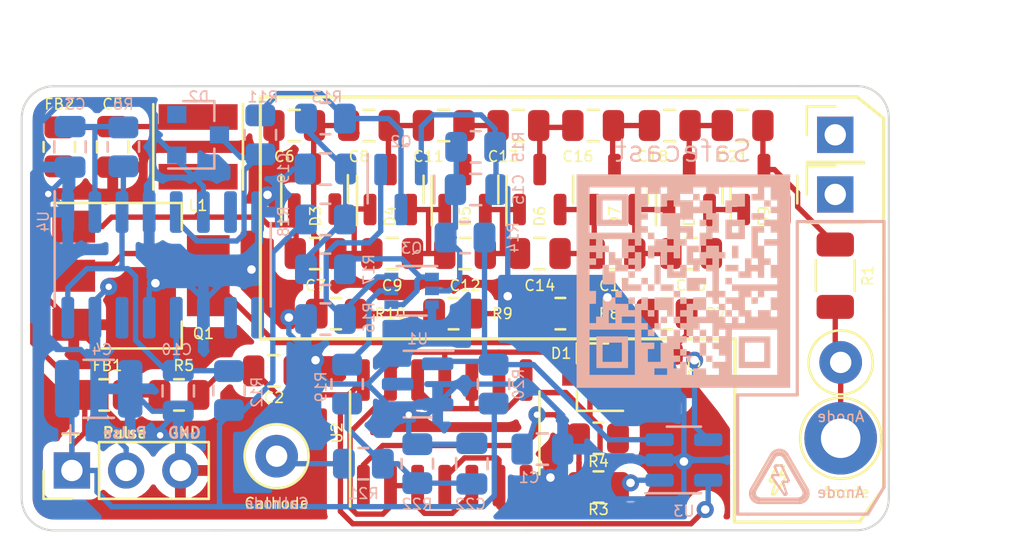
<source format=kicad_pcb>
(kicad_pcb (version 20210108) (generator pcbnew)
  (layers (0 "F.Cu" signal) (31 "B.Cu" signal) (34 "B.Paste" user) (35 "F.Paste" user) (36 "B.SilkS" user "B.Silkscreen") (37 "F.SilkS" user "F.Silkscreen") (38 "B.Mask" user) (39 "F.Mask" user) (44 "Edge.Cuts" user))
  (net 0 "")
  (net 1 "Net-(C1-Pad1)")
  (net 2 "Net-(C3-Pad1)")
  (net 3 "GND")
  (net 4 "Net-(C5-Pad1)")
  (net 5 "Net-(C7-Pad1)")
  (net 6 "Net-(C12-Pad1)")
  (net 7 "Net-(C6-Pad2)")
  (net 8 "Net-(C7-Pad2)")
  (net 9 "Net-(C10-Pad1)")
  (net 10 "Net-(C11-Pad1)")
  (net 11 "Net-(C14-Pad2)")
  (net 12 "Net-(C11-Pad2)")
  (net 13 "Net-(C12-Pad2)")
  (net 14 "Net-(C16-Pad2)")
  (net 15 "Net-(C17-Pad2)")
  (net 16 "Net-(C18-Pad2)")
  (net 17 "Net-(C20-Pad2)")
  (net 18 "Net-(C13-Pad2)")
  (net 19 "+3V3")
  (net 20 "Net-(Q2-Pad3)")
  (net 21 "Net-(Q2-Pad1)")
  (net 22 "Net-(Q3-Pad1)")
  (net 23 "Net-(C2-Pad1)")
  (net 24 "Net-(Q3-Pad5)")
  (net 25 "Net-(C21-Pad2)")
  (net 26 "Net-(D1-Pad1)")
  (net 27 "+2V5")
  (net 28 "Net-(Q1-Pad2)")
  (net 29 "Net-(D1-Pad2)")
  (net 30 "Net-(D2-Pad1)")
  (net 31 "Net-(J1-Pad2)")
  (net 32 "Net-(FB1-Pad2)")
  (net 33 "Net-(H1-Pad1)")
  (net 34 "Net-(H2-Pad1)")
  (net 35 "Net-(C15-Pad1)")
  (net 36 "Net-(R8-Pad2)")
  (net 37 "Net-(R3-Pad2)")
  (net 38 "Net-(C19-Pad1)")
  (net 39 "Net-(R23-Pad1)")
  (net 40 "Net-(R7-Pad2)")
  (net 41 "Net-(R10-Pad2)")
  (net 42 "no_connect_(D9-Pad2)")
  (net 43 "no_connect_(U1-Pad3)")
  (net 44 "Net-(C22-Pad1)")
  (net 45 "no_connect_(U4-Pad7)")
  (net 46 "no_connect_(U4-Pad9)")
  (net 47 "no_connect_(U4-Pad10)")
  (net 48 "no_connect_(U4-Pad14)")
  (footprint "Capacitor_SMD:C_0805_2012Metric" (layer "F.Cu") (at 146 59)
    (fp_text reference "C11")
    (fp_text value "0.1uF" hide)
  )
  (footprint "TestPoint:TestPoint_Loop_D2.50mm_Drill1.0mm" (layer "F.Cu") (at 164.592 70.104 90)
    (fp_text reference "H2" hide)
    (fp_text value "Anode" hide)
  )
  (footprint "Package_TO_SOT_SMD:SOT-23" (layer "F.Cu") (at 157.5 62 90)
    (fp_text reference "D8")
    (fp_text value "BAV23" hide)
  )
  (footprint "TestPoint:TestPoint_Loop_D2.50mm_Drill1.85mm" (layer "F.Cu") (at 164.592 73.66 90)
    (fp_text reference "H2" hide)
    (fp_text value "Anode" hide)
  )
  (footprint "Package_TO_SOT_SMD:SOT-23" (layer "F.Cu") (at 143.5 62 90)
    (fp_text reference "D4")
    (fp_text value "BAV23" hide)
  )
  (footprint "Capacitor_SMD:C_0805_2012Metric" (layer "F.Cu") (at 153 59)
    (fp_text reference "C16")
    (fp_text value "0.1uF" hide)
  )
  (footprint "Package_TO_SOT_SMD:SOT-23" (layer "F.Cu") (at 139.954 61.976 90)
    (fp_text reference "D3")
    (fp_text value "BAV23" hide)
  )
  (footprint "Capacitor_SMD:C_0805_2012Metric" (layer "F.Cu") (at 138.05 70.5)
    (fp_text reference "C2")
    (fp_text value "1uF" hide)
  )
  (footprint "Resistor_SMD:R_0805_2012Metric" (layer "F.Cu") (at 151.464 67.818 180)
    (fp_text reference "R8")
    (fp_text value "22M" hide)
  )
  (footprint "Capacitor_SMD:C_0805_2012Metric" (layer "F.Cu") (at 149.5 59)
    (fp_text reference "C13")
    (fp_text value "0.1uF" hide)
  )
  (footprint "Resistor_SMD:R_0805_2012Metric" (layer "F.Cu") (at 156.464 67.818 180)
    (fp_text reference "R7")
    (fp_text value "22M" hide)
  )
  (footprint "Package_TO_SOT_SMD:SOT-23" (layer "F.Cu") (at 150.5 62 90)
    (fp_text reference "D6")
    (fp_text value "BAV23" hide)
  )
  (footprint "Diode_SMD:D_SOT-23_ANK" (layer "F.Cu") (at 153 70.794 180)
    (fp_text reference "D1")
    (fp_text value "BAS16" hide)
  )
  (footprint "Resistor_SMD:R_0805_2012Metric" (layer "F.Cu") (at 133.604 71.628 180)
    (fp_text reference "R5")
    (fp_text value "100" hide)
  )
  (footprint "TestPoint:TestPoint_Loop_D2.50mm_Drill1.0mm" (layer "F.Cu") (at 138.176 74.5)
    (fp_text reference "H1" hide)
    (fp_text value "Cathode")
  )
  (footprint "Package_TO_SOT_SMD:SOT-23" (layer "F.Cu") (at 154 62 90)
    (fp_text reference "D7")
    (fp_text value "BAV23" hide)
  )
  (footprint "Capacitor_SMD:C_0805_2012Metric" (layer "F.Cu") (at 130.5 60 -90)
    (fp_text reference "C5")
    (fp_text value "1uF" hide)
  )
  (footprint "Capacitor_SMD:C_0805_2012Metric" (layer "F.Cu") (at 154 65)
    (fp_text reference "C17")
    (fp_text value "0.1uF" hide)
  )
  (footprint "Resistor_SMD:R_1206_3216Metric" (layer "F.Cu") (at 164.338 66.04 -90)
    (fp_text reference "R1")
    (fp_text value "10M" hide)
  )
  (footprint "Capacitor_SMD:C_0805_2012Metric" (layer "F.Cu") (at 139 59)
    (fp_text reference "C6")
    (fp_text value "0.1uF" hide)
  )
  (footprint "Resistor_SMD:R_0805_2012Metric" (layer "F.Cu") (at 156.5 70.612 -90)
    (fp_text reference "R23")
    (fp_text value "3.16M" hide)
  )
  (footprint "Capacitor_SMD:C_0805_2012Metric" (layer "F.Cu") (at 140 65)
    (fp_text reference "C7")
    (fp_text value "0.1uF" hide)
  )
  (footprint "Capacitor_SMD:C_0805_2012Metric" (layer "F.Cu") (at 150.5 65)
    (fp_text reference "C14")
    (fp_text value "0.1uF" hide)
  )
  (footprint "Capacitor_SMD:C_0805_2012Metric" (layer "F.Cu") (at 147 65)
    (fp_text reference "C12")
    (fp_text value "0.1uF" hide)
  )
  (footprint "Connector_PinHeader_2.54mm:PinHeader_1x01_P2.54mm_Vertical" (layer "F.Cu") (at 164.338 59.436)
    (fp_text reference "REF**" hide)
    (fp_text value "PinHeader_1x01_P2.54mm_Vertical" hide)
  )
  (footprint "Symbol:QR_code_SafePulse" (layer "F.Cu") (at 157.226 66.294)
    (fp_text reference "")
    (fp_text value "LOGO" hide)
  )
  (footprint "Inductor_SMD:L_Taiyo-Yuden_MD-4040" (layer "F.Cu") (at 134.5 60 -90)
    (fp_text reference "L1")
    (fp_text value "NRS6020T2R2NMGJ" hide)
  )
  (footprint "Resistor_SMD:R_0805_2012Metric" (layer "F.Cu") (at 140.964 67.818)
    (fp_text reference "R10")
    (fp_text value "22M" hide)
  )
  (footprint "Capacitor_SMD:C_0805_2012Metric" (layer "F.Cu") (at 157.588 65)
    (fp_text reference "C20")
    (fp_text value "0.1uF" hide)
  )
  (footprint "Package_SO:SOIC-14_3.9x8.7mm_P1.27mm" (layer "F.Cu") (at 146.05 73.406 90)
    (fp_text reference "U2")
    (fp_text value "74HC14" hide)
  )
  (footprint "Connector_PinHeader_2.54mm:PinHeader_1x03_P2.54mm_Vertical" (layer "F.Cu") (at 128.59 75.1695 90)
    (fp_text reference "J2" hide)
    (fp_text value "Conn_01x03_Male" hide)
  )
  (footprint "Resistor_SMD:R_0805_2012Metric" (layer "F.Cu") (at 128 60 90)
    (fp_text reference "FB2")
    (fp_text value "BKP2125HS221-T" hide)
  )
  (footprint "Resistor_SMD:R_0805_2012Metric" (layer "F.Cu") (at 146.464 67.818 180)
    (fp_text reference "R9")
    (fp_text value "22M" hide)
  )
  (footprint "Resistor_SMD:R_0805_2012Metric" (layer "F.Cu") (at 153.25 75.946)
    (fp_text reference "R3")
    (fp_text value "100K" hide)
  )
  (footprint "Resistor_SMD:R_0805_2012Metric" (layer "F.Cu") (at 153.25 73.66)
    (fp_text reference "R4")
    (fp_text value "100K" hide)
  )
  (footprint "Capacitor_SMD:C_0805_2012Metric" (layer "F.Cu") (at 156.588 59)
    (fp_text reference "C18")
    (fp_text value "0.1uF" hide)
  )
  (footprint "Capacitor_SMD:C_0805_2012Metric" (layer "F.Cu") (at 143.588 65)
    (fp_text reference "C9")
    (fp_text value "0.1uF" hide)
  )
  (footprint "Package_TO_SOT_SMD:SOT-223-3_TabPin2" (layer "F.Cu") (at 131.826 66.04)
    (fp_text reference "Q1")
    (fp_text value "FQT7N10" hide)
  )
  (footprint "Package_TO_SOT_SMD:SOT-23" (layer "F.Cu") (at 161 62 90)
    (fp_text reference "D9")
    (fp_text value "BAV23" hide)
  )
  (footprint "Capacitor_SMD:C_0805_2012Metric" (layer "F.Cu") (at 160 59)
    (fp_text reference "C21")
    (fp_text value "0.1uF" hide)
  )
  (footprint "Capacitor_SMD:C_0805_2012Metric" (layer "F.Cu") (at 142.5 59)
    (fp_text reference "C8")
    (fp_text value "0.1uF" hide)
  )
  (footprint "Connector_PinHeader_2.54mm:PinHeader_1x01_P2.54mm_Vertical" (layer "F.Cu") (at 164.338 62.23)
    (fp_text reference "REF**" hide)
    (fp_text value "PinHeader_1x01_P2.54mm_Vertical" hide)
  )
  (footprint "Resistor_SMD:R_0805_2012Metric" (layer "F.Cu") (at 130.104 71.628)
    (fp_text reference "FB1")
    (fp_text value "BKP2125HS221-T" hide)
  )
  (footprint "Package_TO_SOT_SMD:SOT-23" (layer "F.Cu") (at 147 62 90)
    (fp_text reference "D5")
    (fp_text value "BAV23" hide)
  )
  (footprint "Resistor_SMD:R_0805_2012Metric" (layer "B.Cu") (at 142.24 74.8515)
    (fp_text reference "R21")
    (fp_text value "47k" hide)
  )
  (footprint "Resistor_SMD:R_0805_2012Metric" (layer "B.Cu") (at 135.946 71.4215 90)
    (fp_text reference "R12")
    (fp_text value "100" hide)
  )
  (footprint "Package_TO_SOT_SMD:SOT-363_SC-70-6" (layer "B.Cu") (at 144.5 66.75 180)
    (fp_text reference "Q3")
    (fp_text value "MMDT3906" hide)
  )
  (footprint "Resistor_SMD:R_0805_2012Metric" (layer "B.Cu") (at 140.462 65.7375)
    (fp_text reference "R17")
    (fp_text value "499k" hide)
  )
  (footprint "Capacitor_SMD:C_0805_2012Metric" (layer "B.Cu") (at 133.57 71.4415 -90)
    (fp_text reference "C10")
    (fp_text value "1uF" hide)
  )
  (footprint "Capacitor_SMD:C_0805_2012Metric" (layer "B.Cu") (at 147.5 62)
    (fp_text reference "C15")
    (fp_text value "1nF" hide)
  )
  (footprint "Resistor_SMD:R_0805_2012Metric" (layer "B.Cu") (at 131 60 90)
    (fp_text reference "R6")
    (fp_text value "121k" hide)
  )
  (footprint "Resistor_SMD:R_0805_2012Metric" (layer "B.Cu") (at 144.765 74.8515 90)
    (fp_text reference "R22")
    (fp_text value "20k" hide)
  )
  (footprint "Package_TO_SOT_SMD:SOT-23-5" (layer "B.Cu") (at 157.25 74.676)
    (fp_text reference "U3")
    (fp_text value "MAX4162" hide)
  )
  (footprint "Capacitor_SMD:C_0805_2012Metric" (layer "B.Cu") (at 147.32 74.8515 90)
    (fp_text reference "C22")
    (fp_text value "1nF" hide)
  )
  (footprint "Resistor_SMD:R_0805_2012Metric" (layer "B.Cu") (at 148.336 71.12 90)
    (fp_text reference "R20")
    (fp_text value "560K" hide)
  )
  (footprint "Package_TO_SOT_SMD:SOT-23" (layer "B.Cu") (at 144 62 -90)
    (fp_text reference "Q2")
    (fp_text value "BC846A" hide)
  )
  (footprint "Resistor_SMD:R_0805_2012Metric" (layer "B.Cu") (at 140.462 63.403 180)
    (fp_text reference "R18")
    (fp_text value "1k" hide)
  )
  (footprint "Capacitor_SMD:C_0805_2012Metric" (layer "B.Cu") (at 150.622 74.168)
    (fp_text reference "C1")
    (fp_text value "150pF" hide)
  )
  (footprint "Resistor_SMD:R_0805_2012Metric" (layer "B.Cu") (at 147 64.25 180)
    (fp_text reference "R14")
    (fp_text value "1M5" hide)
  )
  (footprint "Resistor_SMD:R_0805_2012Metric" (layer "B.Cu") (at 137.414 59.436 90)
    (fp_text reference "R11")
    (fp_text value "33k" hide)
  )
  (footprint "Resistor_SMD:R_0805_2012Metric" (layer "B.Cu") (at 140.462 58.674)
    (fp_text reference "R13")
    (fp_text value "100k" hide)
  )
  (footprint "Package_SO:SOIC-16_3.9x9.9mm_P1.27mm" (layer "B.Cu") (at 132.842 65.532 -90)
    (fp_text reference "U4")
    (fp_text value "CD14538BM" hide)
  )
  (footprint "Diode_SMD:D_SOT-23_ANK" (layer "B.Cu") (at 134.5 59.436)
    (fp_text reference "D2")
    (fp_text value "BAS16" hide)
  )
  (footprint "Resistor_SMD:R_0805_2012Metric" (layer "B.Cu") (at 147.5 60)
    (fp_text reference "R15")
    (fp_text value "392k" hide)
  )
  (footprint "Capacitor_SMD:C_0805_2012Metric" (layer "B.Cu") (at 140.462 61.0385 180)
    (fp_text reference "C19")
    (fp_text value "0.1uF" hide)
  )
  (footprint "Package_TO_SOT_SMD:SOT-23" (layer "B.Cu") (at 144.78 71.12 180)
    (fp_text reference "U1")
    (fp_text value "MAX6008AEUR+T" hide)
  )
  (footprint "Resistor_SMD:R_0805_2012Metric" (layer "B.Cu") (at 140.462 68.072 180)
    (fp_text reference "R16")
    (fp_text value "1M" hide)
  )
  (footprint "Capacitor_SMD:C_1210_3225Metric" (layer "B.Cu") (at 129.843 71.3415)
    (fp_text reference "C4")
    (fp_text value "10uF" hide)
  )
  (footprint "Resistor_SMD:R_0805_2012Metric" (layer "B.Cu") (at 141.478 71.12 -90)
    (fp_text reference "R19")
    (fp_text value "100k" hide)
  )
  (footprint "Capacitor_SMD:C_0805_2012Metric" (layer "B.Cu") (at 128.5 60 -90)
    (fp_text reference "C3")
    (fp_text value "1nF" hide)
  )
  (gr_line (start 160.662614 76.67378) (end 160.676542 76.677742) (layer "B.SilkS") (width 0.104))
  (gr_line (start 162.795749 76.406284) (end 162.789833 76.412409) (layer "B.SilkS") (width 0.104))
  (gr_line (start 160.793259 76.692922) (end 162.638945 76.692922) (layer "B.SilkS") (width 0.104))
  (gr_line (start 161.639504 74.436458) (end 161.647668 74.434134) (layer "B.SilkS") (width 0.104))
  (gr_line (start 162.797677 76.523051) (end 162.788756 76.528008) (layer "B.SilkS") (width 0.104))
  (gr_line (start 161.843319 74.971852) (end 161.842291 74.969794) (layer "B.SilkS") (width 0.104))
  (gr_line (start 161.623002 74.346405) (end 161.632927 74.343581) (layer "B.SilkS") (width 0.104))
  (gr_line (start 162.698539 76.471351) (end 162.690586 76.474191) (layer "B.SilkS") (width 0.104))
  (gr_line (start 162.151189 75.636964) (end 162.151303 75.632978) (layer "B.SilkS") (width 0.104))
  (gr_line (start 161.515406 74.403886) (end 161.523427 74.39751) (layer "B.SilkS") (width 0.104))
  (gr_line (start 161.507642 74.979207) (end 161.506506 74.983008) (layer "B.SilkS") (width 0.104))
  (gr_line (start 162.101292 74.427342) (end 162.093571 74.414451) (layer "B.SilkS") (width 0.104))
  (gr_line (start 161.510077 75.025746) (end 161.674378 75.388173) (layer "B.SilkS") (width 0.104))
  (gr_line (start 162.847466 76.48733) (end 162.839644 76.493977) (layer "B.SilkS") (width 0.104))
  (gr_line (start 162.810279 76.659283) (end 162.836418 76.647458) (layer "B.SilkS") (width 0.104))
  (gr_line (start 160.635293 76.664535) (end 160.648861 76.669377) (layer "B.SilkS") (width 0.104))
  (gr_line (start 160.65252 76.532692) (end 160.634517 76.523076) (layer "B.SilkS") (width 0.104))
  (gr_line (start 161.838808 74.963914) (end 161.83752 74.962055) (layer "B.SilkS") (width 0.104))
  (gr_line (start 162.831751 76.096868) (end 162.840039 76.112347) (layer "B.SilkS") (width 0.104))
  (gr_line (start 161.815898 74.943082) (end 161.813921 74.942062) (layer "B.SilkS") (width 0.104))
  (gr_line (start 160.719294 76.686921) (end 160.733839 76.689062) (layer "B.SilkS") (width 0.104))
  (gr_line (start 161.600325 74.451912) (end 161.607925 74.44832) (layer "B.SilkS") (width 0.104))
  (gr_line (start 161.548574 74.938555) (end 161.544849 74.939891) (layer "B.SilkS") (width 0.104))
  (gr_line (start 161.592854 74.455749) (end 161.600325 74.451912) (layer "B.SilkS") (width 0.104))
  (gr_line (start 161.716088 74.425237) (end 161.733643 74.425805) (layer "B.SilkS") (width 0.104))
  (gr_line (start 162.714103 76.464913) (end 162.70638 76.468258) (layer "B.SilkS") (width 0.104))
  (gr_line (start 161.647668 74.434134) (end 161.655931 74.432073) (layer "B.SilkS") (width 0.104))
  (gr_line (start 161.828579 74.952044) (end 161.826903 74.950576) (layer "B.SilkS") (width 0.104))
  (gr_line (start 162.068255 74.377801) (end 162.059128 74.366276) (layer "B.SilkS") (width 0.104))
  (gr_line (start 161.544557 74.489222) (end 161.550992 74.483752) (layer "B.SilkS") (width 0.104))
  (gr_line (start 163.069358 76.361872) (end 163.075953 76.333717) (layer "B.SilkS") (width 0.104))
  (gr_line (start 161.560226 74.935953) (end 161.556273 74.936581) (layer "B.SilkS") (width 0.104))
  (gr_line (start 160.565632 76.24404) (end 160.56508 76.227256) (layer "B.SilkS") (width 0.104))
  (gr_line (start 163.083489 76.276773) (end 163.084431 76.248143) (layer "B.SilkS") (width 0.104))
  (gr_line (start 162.051777 76.262009) (end 162.052559 76.259309) (layer "B.SilkS") (width 0.104))
  (gr_line (start 162.029803 74.33384) (end 162.019408 74.323758) (layer "B.SilkS") (width 0.104))
  (gr_line (start 161.938849 74.263919) (end 161.926329 74.256963) (layer "B.SilkS") (width 0.104))
  (gr_line (start 162.041459 76.281863) (end 162.043129 76.279588) (layer "B.SilkS") (width 0.104))
  (gr_line (start 162.732045 76.55145) (end 162.72212 76.554273) (layer "B.SilkS") (width 0.104))
  (gr_line (start 161.544849 74.939891) (end 161.54122 74.941452) (layer "B.SilkS") (width 0.104))
  (gr_line (start 161.799273 74.34357) (end 161.818998 74.349529) (layer "B.SilkS") (width 0.104))
  (gr_line (start 162.956395 76.248126) (end 162.955724 76.26853) (layer "B.SilkS") (width 0.104))
  (gr_line (start 161.672729 74.428749) (end 161.681255 74.427492) (layer "B.SilkS") (width 0.104))
  (gr_line (start 160.730274 76.558966) (end 160.710072 76.554282) (layer "B.SilkS") (width 0.104))
  (gr_line (start 162.008718 74.31405) (end 161.997741 74.30472) (layer "B.SilkS") (width 0.104))
  (gr_line (start 161.390403 75.480763) (end 161.39251 75.484623) (layer "B.SilkS") (width 0.104))
  (gr_line (start 161.414529 75.397363) (end 161.410933 75.399702) (layer "B.SilkS") (width 0.104))
  (gr_line (start 162.727308 76.684335) (end 162.755655 76.677761) (layer "B.SilkS") (width 0.104))
  (gr_line (start 161.395629 75.414844) (end 161.393195 75.418509) (layer "B.SilkS") (width 0.104))
  (gr_line (start 162.8533 76.144239) (end 162.858273 76.160557) (layer "B.SilkS") (width 0.104))
  (gr_line (start 160.492577 76.349012) (end 160.486536 76.329169) (layer "B.SilkS") (width 0.104))
  (gr_line (start 161.509018 74.975468) (end 161.507642 74.979207) (layer "B.SilkS") (width 0.104))
  (gr_line (start 160.508687 76.108486) (end 160.518756 76.089665) (layer "B.SilkS") (width 0.104))
  (gr_line (start 161.074965 75.274968) (end 161.074965 75.274968) (layer "B.SilkS") (width 0.104))
  (gr_line (start 162.90932 76.602111) (end 162.931554 76.583836) (layer "B.SilkS") (width 0.104))
  (gr_line (start 162.93223 76.368577) (end 162.923504 76.387796) (layer "B.SilkS") (width 0.104))
  (gr_line (start 161.887444 74.238592) (end 161.874068 74.233318) (layer "B.SilkS") (width 0.104))
  (gr_line (start 161.537697 74.943232) (end 161.534291 74.945228) (layer "B.SilkS") (width 0.104))
  (gr_line (start 160.371313 76.389711) (end 160.381678 76.417155) (layer "B.SilkS") (width 0.104))
  (gr_line (start 161.971991 76.304239) (end 161.975671 76.305247) (layer "B.SilkS") (width 0.104))
  (gr_line (start 162.04615 76.274841) (end 162.047499 76.272377) (layer "B.SilkS") (width 0.104))
  (gr_line (start 161.393195 75.418509) (end 161.390999 75.422368) (layer "B.SilkS") (width 0.104))
  (gr_line (start 160.542301 76.441938) (end 160.530021 76.42477) (layer "B.SilkS") (width 0.104))
  (gr_line (start 160.565633 76.210471) (end 160.567291 76.193733) (layer "B.SilkS") (width 0.104))
  (gr_line (start 160.763318 76.691939) (end 160.778235 76.692664) (layer "B.SilkS") (width 0.104))
  (gr_line (start 161.746041 74.205913) (end 161.731124 74.205188) (layer "B.SilkS") (width 0.104))
  (gr_line (start 161.874829 74.374778) (end 161.892162 74.385558) (layer "B.SilkS") (width 0.104))
  (gr_line (start 160.690347 76.548323) (end 160.671147 76.541117) (layer "B.SilkS") (width 0.104))
  (gr_line (start 162.862491 76.47323) (end 162.855084 76.480413) (layer "B.SilkS") (width 0.104))
  (gr_line (start 161.512486 74.968224) (end 161.510633 74.971803) (layer "B.SilkS") (width 0.104))
  (gr_line (start 161.532195 74.500823) (end 161.538289 74.494913) (layer "B.SilkS") (width 0.104))
  (gr_line (start 160.60044 76.096868) (end 160.60044 76.096868) (layer "B.SilkS") (width 0.104))
  (gr_line (start 161.585515 74.459828) (end 161.592854 74.455749) (layer "B.SilkS") (width 0.104))
  (gr_line (start 162.124961 75.684875) (end 162.128118 75.682425) (layer "B.SilkS") (width 0.104))
  (gr_line (start 161.422156 75.393432) (end 161.418275 75.39527) (layer "B.SilkS") (width 0.104))
  (gr_line (start 162.736513 76.453404) (end 162.729174 76.457484) (layer "B.SilkS") (width 0.104))
  (gr_line (start 161.779072 74.338886) (end 161.799273 74.34357) (layer "B.SilkS") (width 0.104))
  (gr_line (start 162.077044 74.389676) (end 162.068255 74.377801) (layer "B.SilkS") (width 0.104))
  (gr_line (start 160.570053 76.177086) (end 160.573921 76.160579) (layer "B.SilkS") (width 0.104))
  (gr_line (start 160.621917 76.659261) (end 160.635293 76.664535) (layer "B.SilkS") (width 0.104))
  (gr_line (start 162.862141 76.177063) (end 162.864904 76.193708) (layer "B.SilkS") (width 0.104))
  (gr_line (start 161.841196 74.967785) (end 161.840034 74.965824) (layer "B.SilkS") (width 0.104))
  (gr_line (start 162.691654 76.560817) (end 162.681289 76.562343) (layer "B.SilkS") (width 0.104))
  (gr_line (start 162.81501 76.512269) (end 162.806431 76.517804) (layer "B.SilkS") (width 0.104))
  (gr_line (start 160.600426 76.35761) (end 160.600426 76.35761) (layer "B.SilkS") (width 0.104))
  (gr_line (start 161.385788 75.468603) (end 161.387041 75.472738) (layer "B.SilkS") (width 0.104))
  (gr_line (start 161.441609 74.491246) (end 161.441609 74.491246) (layer "B.SilkS") (width 0.104))
  (gr_line (start 161.938107 76.279363) (end 161.940496 76.282623) (layer "B.SilkS") (width 0.104))
  (gr_line (start 162.035837 76.288246) (end 162.037812 76.286196) (layer "B.SilkS") (width 0.104))
  (gr_line (start 161.594002 74.356756) (end 161.603534 74.352996) (layer "B.SilkS") (width 0.104))
  (gr_line (start 160.274 77.216) (end 165.862 77.216) (layer "B.SilkS") (width 0.15))
  (gr_line (start 162.866561 76.210447) (end 162.867114 76.227233) (layer "B.SilkS") (width 0.104))
  (gr_line (start 162.049672 74.355103) (end 162.039894 74.34429) (layer "B.SilkS") (width 0.104))
  (gr_line (start 161.938107 76.279363) (end 161.938107 76.279363) (layer "B.SilkS") (width 0.104))
  (gr_line (start 161.382529 74.355092) (end 161.363946 74.377793) (layer "B.SilkS") (width 0.104))
  (gr_line (start 160.733839 76.689062) (end 160.748517 76.690737) (layer "B.SilkS") (width 0.104))
  (gr_line (start 160.58497 76.128167) (end 160.592153 76.112355) (layer "B.SilkS") (width 0.104))
  (gr_line (start 160.476467 76.227722) (end 160.478481 76.207379) (layer "B.SilkS") (width 0.104))
  (gr_line (start 160.499961 76.127701) (end 160.508687 76.108486) (layer "B.SilkS") (width 0.104))
  (gr_line (start 162.907933 76.415803) (end 162.902171 76.424748) (layer "B.SilkS") (width 0.104))
  (gr_line (start 161.402398 74.333827) (end 161.382529 74.355092) (layer "B.SilkS") (width 0.104))
  (gr_line (start 160.478481 76.288869) (end 160.476467 76.268523) (layer "B.SilkS") (width 0.104))
  (gr_line (start 162.145333 75.660127) (end 162.146921 75.656417) (layer "B.SilkS") (width 0.104))
  (gr_line (start 161.811909 74.94111) (end 161.809862 74.940228) (layer "B.SilkS") (width 0.104))
  (gr_line (start 161.423483 74.314036) (end 161.402398 74.333827) (layer "B.SilkS") (width 0.104))
  (gr_line (start 162.026969 76.295578) (end 162.029328 76.293883) (layer "B.SilkS") (width 0.104))
  (gr_line (start 161.91165 74.513293) (end 161.922544 74.526596) (layer "B.SilkS") (width 0.104))
  (gr_line (start 162.729174 76.457484) (end 162.721703 76.461321) (layer "B.SilkS") (width 0.104))
  (gr_line (start 161.523427 74.39751) (end 161.53164 74.391411) (layer "B.SilkS") (width 0.104))
  (gr_line (start 161.363946 74.377793) (end 161.346716 74.401889) (layer "B.SilkS") (width 0.104))
  (gr_line (start 162.952641 76.564047) (end 162.972511 76.542783) (layer "B.SilkS") (width 0.104))
  (gr_line (start 162.121662 75.687117) (end 162.124961 75.684875) (layer "B.SilkS") (width 0.104))
  (gr_line (start 161.716099 74.204946) (end 161.716099 74.204946) (layer "B.SilkS") (width 0.104))
  (gr_line (start 162.831751 76.35761) (end 162.827223 76.365163) (layer "B.SilkS") (width 0.104))
  (gr_line (start 162.149365 75.648779) (end 162.150219 75.644876) (layer "B.SilkS") (width 0.104))
  (gr_line (start 162.005266 76.305432) (end 162.007059 76.304981) (layer "B.SilkS") (width 0.104))
  (gr_line (start 162.822481 76.372522) (end 162.817531 76.379682) (layer "B.SilkS") (width 0.104))
  (gr_line (start 161.566293 74.36985) (end 161.575376 74.365187) (layer "B.SilkS") (width 0.104))
  (gr_line (start 160.381678 76.079131) (end 160.371313 76.106575) (layer "B.SilkS") (width 0.104))
  (gr_line (start 161.846681 74.459834) (end 161.860941 74.468707) (layer "B.SilkS") (width 0.104))
  (gr_line (start 160.486536 76.167089) (end 160.492577 76.147254) (layer "B.SilkS") (width 0.104))
  (gr_line (start 163.008328 76.49599) (end 163.024138 76.47054) (layer "B.SilkS") (width 0.104))
  (gr_line (start 162.093571 74.414451) (end 162.085485 74.401894) (layer "B.SilkS") (width 0.104))
  (gr_line (start 162.146761 75.609424) (end 162.145127 75.605672) (layer "B.SilkS") (width 0.104))
  (gr_line (start 162.091469 75.696942) (end 162.095515 75.696554) (layer "B.SilkS") (width 0.104))
  (gr_line (start 162.053222 76.256574) (end 162.053766 76.253807) (layer "B.SilkS") (width 0.104))
  (gr_line (start 160.518756 76.089665) (end 161.441609 74.491246) (layer "B.SilkS") (width 0.104))
  (gr_line (start 161.485367 74.432081) (end 161.492558 74.424635) (layer "B.SilkS") (width 0.104))
  (gr_line (start 160.750902 76.562346) (end 160.730274 76.558966) (layer "B.SilkS") (width 0.104))
  (gr_line (start 162.087376 75.697072) (end 162.087376 75.697072) (layer "B.SilkS") (width 0.104))
  (gr_line (start 161.556273 74.936581) (end 161.552385 74.93745) (layer "B.SilkS") (width 0.104))
  (gr_line (start 161.983182 76.306601) (end 161.986993 76.306943) (layer "B.SilkS") (width 0.104))
  (gr_line (start 161.78452 74.434136) (end 161.800748 74.439044) (layer "B.SilkS") (width 0.104))
  (gr_line (start 160.704891 76.684317) (end 160.719294 76.686921) (layer "B.SilkS") (width 0.104))
  (gr_line (start 161.951133 74.271283) (end 161.938849 74.263919) (layer "B.SilkS") (width 0.104))
  (gr_line (start 161.494805 74.548069) (end 161.499547 74.540711) (layer "B.SilkS") (width 0.104))
  (gr_line (start 161.389074 75.426354) (end 161.387441 75.430428) (layer "B.SilkS") (width 0.104))
  (gr_line (start 160.710072 76.554282) (end 160.690347 76.548323) (layer "B.SilkS") (width 0.104))
  (gr_line (start 161.994434 76.306962) (end 161.996241 76.30684) (layer "B.SilkS") (width 0.104))
  (gr_line (start 162.831751 76.096868) (end 162.831751 76.096868) (layer "B.SilkS") (width 0.104))
  (gr_line (start 162.827223 76.365163) (end 162.822481 76.372522) (layer "B.SilkS") (width 0.104))
  (gr_line (start 161.860941 74.468707) (end 161.874607 74.478514) (layer "B.SilkS") (width 0.104))
  (gr_line (start 160.479556 76.564025) (end 160.489951 76.574105) (layer "B.SilkS") (width 0.104))
  (gr_line (start 160.481837 76.187149) (end 160.486536 76.167089) (layer "B.SilkS") (width 0.104))
  (gr_line (start 161.819736 74.945323) (end 161.817836 74.944169) (layer "B.SilkS") (width 0.104))
  (gr_line (start 161.410933 75.399702) (end 161.407497 75.402281) (layer "B.SilkS") (width 0.104))
  (gr_line (start 163.038269 76.444124) (end 163.050516 76.417155) (layer "B.SilkS") (width 0.104))
  (gr_line (start 162.051356 76.222447) (end 161.874514 75.697072) (layer "B.SilkS") (width 0.104))
  (gr_line (start 161.384138 75.460165) (end 161.38482 75.464407) (layer "B.SilkS") (width 0.104))
  (gr_line (start 162.855084 76.480413) (end 162.847466 76.48733) (layer "B.SilkS") (width 0.104))
  (gr_line (start 162.847222 76.326319) (end 162.840039 76.342128) (layer "B.SilkS") (width 0.104))
  (gr_line (start 161.642971 74.341076) (end 161.653128 74.338893) (layer "B.SilkS") (width 0.104))
  (gr_line (start 160.492577 76.147254) (end 160.499961 76.127701) (layer "B.SilkS") (width 0.104))
  (gr_line (start 162.141427 75.667272) (end 162.141427 75.667272) (layer "B.SilkS") (width 0.104))
  (gr_line (start 160.573916 76.293924) (end 160.57005 76.27742) (layer "B.SilkS") (width 0.104))
  (gr_line (start 161.564347 74.473489) (end 161.571257 74.468701) (layer "B.SilkS") (width 0.104))
  (gr_line (start 161.716099 74.204946) (end 161.686158 74.205913) (layer "B.SilkS") (width 0.104))
  (gr_line (start 161.38858 75.476796) (end 161.390403 75.480763) (layer "B.SilkS") (width 0.104))
  (gr_line (start 162.085485 74.401894) (end 162.077044 74.389676) (layer "B.SilkS") (width 0.104))
  (gr_line (start 161.458892 74.464415) (end 161.465155 74.455956) (layer "B.SilkS") (width 0.104))
  (gr_line (start 161.575376 74.365187) (end 161.584614 74.360821) (layer "B.SilkS") (width 0.104))
  (gr_line (start 161.538289 74.494913) (end 161.544557 74.489222) (layer "B.SilkS") (width 0.104))
  (gr_line (start 162.605939 76.487996) (end 162.605939 76.487996) (layer "B.SilkS") (width 0.104))
  (gr_line (start 162.054073 76.2339) (end 162.053598 76.231026) (layer "B.SilkS") (width 0.104))
  (gr_line (start 162.047499 76.272377) (end 162.048738 76.269858) (layer "B.SilkS") (width 0.104))
  (gr_line (start 161.838199 74.356735) (end 161.856825 74.365161) (layer "B.SilkS") (width 0.104))
  (gr_line (start 160.546189 76.618807) (end 160.558228 76.626574) (layer "B.SilkS") (width 0.104))
  (gr_line (start 162.007059 76.304981) (end 162.008846 76.304469) (layer "B.SilkS") (width 0.104))
  (gr_line (start 161.506152 75.01433) (end 161.507212 75.018189) (layer "B.SilkS") (width 0.104))
  (gr_line (start 161.613202 74.349545) (end 161.623002 74.346405) (layer "B.SilkS") (width 0.104))
  (gr_line (start 161.964838 76.301574) (end 161.968377 76.303014) (layer "B.SilkS") (width 0.104))
  (gr_line (start 162.840039 76.342128) (end 162.831751 76.35761) (layer "B.SilkS") (width 0.104))
  (gr_line (start 160.7416 76.474207) (end 160.725803 76.468278) (layer "B.SilkS") (width 0.104))
  (gr_line (start 162.051356 76.222447) (end 162.051356 76.222447) (layer "B.SilkS") (width 0.104))
  (gr_line (start 162.831623 76.500352) (end 162.82341 76.50645) (layer "B.SilkS") (width 0.104))
  (gr_line (start 161.963172 74.27905) (end 161.951133 74.271283) (layer "B.SilkS") (width 0.104))
  (gr_line (start 162.031594 76.292094) (end 162.033764 76.290213) (layer "B.SilkS") (width 0.104))
  (gr_line (start 161.557372 74.374808) (end 161.566293 74.36985) (layer "B.SilkS") (width 0.104))
  (gr_line (start 162.029328 76.293883) (end 162.031594 76.292094) (layer "B.SilkS") (width 0.104))
  (gr_line (start 162.043129 76.279588) (end 162.044693 76.277246) (layer "B.SilkS") (width 0.104))
  (gr_line (start 161.800748 74.439044) (end 161.816545 74.444979) (layer "B.SilkS") (width 0.104))
  (gr_line (start 161.954778 76.295991) (end 161.958028 76.29806) (layer "B.SilkS") (width 0.104))
  (gr_line (start 161.330908 74.427342) (end 160.408063 76.025746) (layer "B.SilkS") (width 0.104))
  (gr_line (start 161.674378 75.388173) (end 161.674378 75.388173) (layer "B.SilkS") (width 0.104))
  (gr_line (start 161.510077 75.025746) (end 161.510077 75.025746) (layer "B.SilkS") (width 0.104))
  (gr_line (start 161.499547 74.540711) (end 161.504497 74.53355) (layer "B.SilkS") (width 0.104))
  (gr_line (start 162.807026 76.393397) (end 162.801482 76.399945) (layer "B.SilkS") (width 0.104))
  (gr_line (start 160.808699 76.487429) (end 160.791418 76.485744) (layer "B.SilkS") (width 0.104))
  (gr_line (start 161.627731 74.213533) (end 161.599382 74.220106) (layer "B.SilkS") (width 0.104))
  (gr_line (start 161.790065 74.210931) (end 161.77552 74.20879) (layer "B.SilkS") (width 0.104))
  (gr_line (start 160.592153 76.112355) (end 160.60044 76.096868) (layer "B.SilkS") (width 0.104))
  (gr_line (start 162.638945 76.565083) (end 160.793246 76.565083) (layer "B.SilkS") (width 0.104))
  (gr_line (start 162.059128 74.366276) (end 162.049672 74.355103) (layer "B.SilkS") (width 0.104))
  (gr_line (start 161.842291 74.969794) (end 161.841196 74.967785) (layer "B.SilkS") (width 0.104))
  (gr_line (start 161.818722 74.216597) (end 161.804469 74.213535) (layer "B.SilkS") (width 0.104))
  (gr_line (start 161.843319 74.971852) (end 161.843319 74.971852) (layer "B.SilkS") (width 0.104))
  (gr_line (start 161.951645 76.293717) (end 161.954778 76.295991) (layer "B.SilkS") (width 0.104))
  (gr_line (start 161.499966 74.417452) (end 161.507584 74.410534) (layer "B.SilkS") (width 0.104))
  (gr_line (start 160.600426 76.35761) (end 160.592142 76.342131) (layer "B.SilkS") (width 0.104))
  (gr_line (start 162.902171 76.424748) (end 162.896155 76.433451) (layer "B.SilkS") (width 0.104))
  (gr_line (start 162.087376 75.697072) (end 162.091469 75.696942) (layer "B.SilkS") (width 0.104))
  (gr_line (start 161.760843 74.207115) (end 161.746041 74.205913) (layer "B.SilkS") (width 0.104))
  (gr_line (start 162.649298 76.484484) (end 162.640772 76.485741) (layer "B.SilkS") (width 0.104))
  (gr_line (start 161.874068 74.233318) (end 161.860499 74.228476) (layer "B.SilkS") (width 0.104))
  (gr_line (start 161.689859 74.42651) (end 161.698536 74.425804) (layer "B.SilkS") (width 0.104))
  (gr_line (start 161.447569 75.388173) (end 161.443145 75.388325) (layer "B.SilkS") (width 0.104))
  (gr_line (start 161.445716 74.29576) (end 161.423483 74.314036) (layer "B.SilkS") (width 0.104))
  (gr_line (start 163.050516 76.079131) (end 163.038269 76.052162) (layer "B.SilkS") (width 0.104))
  (gr_line (start 161.55759 74.478507) (end 161.564347 74.473489) (layer "B.SilkS") (width 0.104))
  (gr_line (start 162.751514 76.54486) (end 162.741845 76.548311) (layer "B.SilkS") (width 0.104))
  (gr_line (start 161.900002 74.50083) (end 161.91165 74.513293) (layer "B.SilkS") (width 0.104))
  (gr_line (start 162.657741 76.482956) (end 162.649298 76.484484) (layer "B.SilkS") (width 0.104))
  (gr_line (start 160.584962 76.326326) (end 160.578886 76.310241) (layer "B.SilkS") (width 0.104))
  (gr_line (start 161.840034 74.965824) (end 161.838808 74.963914) (layer "B.SilkS") (width 0.104))
  (gr_line (start 162.883389 76.450121) (end 162.87665 76.45808) (layer "B.SilkS") (width 0.104))
  (gr_line (start 160.595778 76.647435) (end 160.608743 76.653559) (layer "B.SilkS") (width 0.104))
  (gr_line (start 161.874514 75.697072) (end 162.087376 75.697072) (layer "B.SilkS") (width 0.104))
  (gr_line (start 162.95371 76.207377) (end 162.955724 76.227723) (layer "B.SilkS") (width 0.104))
  (gr_line (start 160.415785 76.483428) (end 160.423871 76.495983) (layer "B.SilkS") (width 0.104))
  (gr_line (start 160.757828 76.479109) (end 160.7416 76.474207) (layer "B.SilkS") (width 0.104))
  (gr_line (start 160.555544 76.458111) (end 160.542301 76.441938) (layer "B.SilkS") (width 0.104))
  (gr_line (start 162.037812 76.286196) (end 162.039687 76.284067) (layer "B.SilkS") (width 0.104))
  (gr_line (start 161.794728 74.936099) (end 161.792471 74.935814) (layer "B.SilkS") (width 0.104))
  (gr_line (start 161.387441 75.430428) (end 161.386099 75.434576) (layer "B.SilkS") (width 0.104))
  (gr_line (start 161.99059 74.491231) (end 162.913436 76.089665) (layer "B.SilkS") (width 0.104))
  (gr_line (start 161.698536 74.425804) (end 161.70728 74.425379) (layer "B.SilkS") (width 0.104))
  (gr_line (start 162.052241 76.225296) (end 162.051356 76.222447) (layer "B.SilkS") (width 0.104))
  (gr_line (start 160.530021 76.42477) (end 160.518756 76.406636) (layer "B.SilkS") (width 0.104))
  (gr_line (start 160.500642 76.583812) (end 160.51162 76.593141) (layer "B.SilkS") (width 0.104))
  (gr_line (start 162.858273 76.293911) (end 162.8533 76.310232) (layer "B.SilkS") (width 0.104))
  (gr_line (start 162.840039 76.112347) (end 162.847222 76.128153) (layer "B.SilkS") (width 0.104))
  (gr_line (start 161.430273 75.390551) (end 161.42616 75.391857) (layer "B.SilkS") (width 0.104))
  (gr_line (start 160.573921 76.160579) (end 160.578893 76.144257) (layer "B.SilkS") (width 0.104))
  (gr_line (start 160.583031 76.640892) (end 160.595778 76.647435) (layer "B.SilkS") (width 0.104))
  (gr_line (start 162.640772 76.485741) (end 162.632168 76.486723) (layer "B.SilkS") (width 0.104))
  (gr_line (start 161.986485 74.295773) (end 161.974959 74.287215) (layer "B.SilkS") (width 0.104))
  (gr_line (start 161.39829 75.411382) (end 161.395629 75.414844) (layer "B.SilkS") (width 0.104))
  (gr_line (start 162.896155 76.433451) (end 162.889893 76.44191) (layer "B.SilkS") (width 0.104))
  (gr_line (start 163.084431 76.248143) (end 163.083489 76.219513) (layer "B.SilkS") (width 0.104))
  (gr_line (start 160.774447 76.482963) (end 160.757828 76.479109) (layer "B.SilkS") (width 0.104))
  (gr_line (start 160.362832 76.361872) (end 160.371313 76.389711) (layer "B.SilkS") (width 0.104))
  (gr_line (start 161.386099 75.434576) (end 161.385049 75.438782) (layer "B.SilkS") (width 0.104))
  (gr_line (start 161.407497 75.402281) (end 161.404237 75.405093) (layer "B.SilkS") (width 0.104))
  (gr_line (start 161.383637 75.451601) (end 161.383744 75.455892) (layer "B.SilkS") (width 0.104))
  (gr_line (start 160.558228 76.626574) (end 160.570512 76.633937) (layer "B.SilkS") (width 0.104))
  (gr_line (start 161.534291 74.945228) (end 161.531012 74.947432) (layer "B.SilkS") (width 0.104))
  (gr_line (start 161.785599 74.935445) (end 161.785599 74.935445) (layer "B.SilkS") (width 0.104))
  (gr_line (start 162.033764 76.290213) (end 162.035837 76.288246) (layer "B.SilkS") (width 0.104))
  (gr_line (start 159.766 71.628) (end 159.766 77.216) (layer "B.SilkS") (width 0.15))
  (gr_line (start 161.544757 74.238584) (end 161.518618 74.25041) (layer "B.SilkS") (width 0.104))
  (gr_line (start 162.150827 75.640934) (end 162.151189 75.636964) (layer "B.SilkS") (width 0.104))
  (gr_line (start 162.789833 76.412409) (end 162.783739 76.418319) (layer "B.SilkS") (width 0.104))
  (gr_line (start 162.133969 75.676929) (end 162.136641 75.673892) (layer "B.SilkS") (width 0.104))
  (gr_line (start 161.968377 76.303014) (end 161.971991 76.304239) (layer "B.SilkS") (width 0.104))
  (gr_line (start 161.785599 74.935445) (end 161.568287 74.935445) (layer "B.SilkS") (width 0.104))
  (gr_line (start 160.791418 76.485744) (end 160.774447 76.482963) (layer "B.SilkS") (width 0.104))
  (gr_line (start 161.967045 74.455924) (end 161.979324 74.473094) (layer "B.SilkS") (width 0.104))
  (gr_line (start 162.913436 76.406621) (end 162.907933 76.415803) (layer "B.SilkS") (width 0.104))
  (gr_line (start 161.801369 74.937419) (end 161.799179 74.936902) (layer "B.SilkS") (width 0.104))
  (gr_line (start 162.87665 76.45808) (end 162.869682 76.465784) (layer "B.SilkS") (width 0.104))
  (gr_line (start 161.818998 74.349529) (end 161.838199 74.356735) (layer "B.SilkS") (width 0.104))
  (gr_line (start 160.489951 76.574105) (end 160.500642 76.583812) (layer "B.SilkS") (width 0.104))
  (gr_line (start 160.648861 76.669377) (end 160.662614 76.67378) (layer "B.SilkS") (width 0.104))
  (gr_line (start 162.70638 76.468258) (end 162.698539 76.471351) (layer "B.SilkS") (width 0.104))
  (gr_line (start 163.075953 76.333717) (end 163.080663 76.305324) (layer "B.SilkS") (width 0.104))
  (gr_line (start 162.913436 76.089665) (end 162.913436 76.089665) (layer "B.SilkS") (width 0.104))
  (gr_line (start 161.77552 74.20879) (end 161.760843 74.207115) (layer "B.SilkS") (width 0.104))
  (gr_line (start 162.56 71.628) (end 159.766 71.628) (layer "B.SilkS") (width 0.15))
  (gr_line (start 161.941912 74.555623) (end 161.941912 74.555623) (layer "B.SilkS") (width 0.104))
  (gr_line (start 160.371313 76.106575) (end 160.362832 76.134414) (layer "B.SilkS") (width 0.104))
  (gr_line (start 162.972511 76.542783) (end 162.991096 76.520085) (layer "B.SilkS") (width 0.104))
  (gr_line (start 161.941912 74.555623) (end 162.831751 76.096868) (layer "B.SilkS") (width 0.104))
  (gr_line (start 162.950354 76.309112) (end 162.945655 76.329178) (layer "B.SilkS") (width 0.104))
  (gr_line (start 161.469029 74.279037) (end 161.445716 74.29576) (layer "B.SilkS") (width 0.104))
  (gr_line (start 162.015896 76.301791) (end 162.017629 76.300957) (layer "B.SilkS") (width 0.104))
  (gr_line (start 162.638945 76.565083) (end 162.638945 76.565083) (layer "B.SilkS") (width 0.104))
  (gr_line (start 161.571257 74.468701) (end 161.578314 74.464147) (layer "B.SilkS") (width 0.104))
  (gr_line (start 161.860499 74.228476) (end 161.846746 74.224072) (layer "B.SilkS") (width 0.104))
  (gr_line (start 161.856825 74.365161) (end 161.874829 74.374778) (layer "B.SilkS") (width 0.104))
  (gr_line (start 162.777472 76.424011) (end 162.771036 76.429481) (layer "B.SilkS") (width 0.104))
  (gr_line (start 162.757681 76.439744) (end 162.750772 76.444532) (layer "B.SilkS") (width 0.104))
  (gr_line (start 161.979404 76.306035) (end 161.983182 76.306601) (layer "B.SilkS") (width 0.104))
  (gr_line (start 162.053598 76.231026) (end 162.052988 76.228157) (layer "B.SilkS") (width 0.104))
  (gr_line (start 161.520547 74.513288) (end 161.526279 74.506949) (layer "B.SilkS") (width 0.104))
  (gr_line (start 160.51162 76.593141) (end 160.522876 76.602086) (layer "B.SilkS") (width 0.104))
  (gr_line (start 163.060879 76.389711) (end 163.069358 76.361872) (layer "B.SilkS") (width 0.104))
  (gr_line (start 161.653128 74.338893) (end 161.663392 74.337036) (layer "B.SilkS") (width 0.104))
  (gr_line (start 162.939614 76.147247) (end 162.945655 76.167083) (layer "B.SilkS") (width 0.104))
  (gr_line (start 161.504377 74.998618) (end 161.504453 75.002564) (layer "B.SilkS") (width 0.104))
  (gr_line (start 162.053766 76.253807) (end 162.054188 76.251014) (layer "B.SilkS") (width 0.104))
  (gr_line (start 161.447113 74.482064) (end 161.452876 74.473119) (layer "B.SilkS") (width 0.104))
  (gr_line (start 161.518618 74.25041) (end 161.493352 74.263907) (layer "B.SilkS") (width 0.104))
  (gr_line (start 162.721703 76.461321) (end 162.714103 76.464913) (layer "B.SilkS") (width 0.104))
  (gr_line (start 160.654701 76.424044) (end 160.642339 76.412441) (layer "B.SilkS") (width 0.104))
  (gr_line (start 161.716088 74.425237) (end 161.716088 74.425237) (layer "B.SilkS") (width 0.104))
  (gr_line (start 162.839644 76.493977) (end 162.831623 76.500352) (layer "B.SilkS") (width 0.104))
  (gr_line (start 162.017629 76.300957) (end 162.019347 76.300054) (layer "B.SilkS") (width 0.104))
  (gr_line (start 161.804469 74.213535) (end 161.790065 74.210931) (layer "B.SilkS") (width 0.104))
  (gr_line (start 161.986993 76.306943) (end 161.990826 76.307057) (layer "B.SilkS") (width 0.104))
  (gr_line (start 163.075953 76.16257) (end 163.069358 76.134414) (layer "B.SilkS") (width 0.104))
  (gr_line (start 161.493352 74.263907) (end 161.469029 74.279037) (layer "B.SilkS") (width 0.104))
  (gr_line (start 160.362832 76.134414) (end 160.356236 76.16257) (layer "B.SilkS") (width 0.104))
  (gr_line (start 162.812378 76.386642) (end 162.807026 76.393397) (layer "B.SilkS") (width 0.104))
  (gr_line (start 162.67083 76.563537) (end 162.660282 76.564394) (layer "B.SilkS") (width 0.104))
  (gr_line (start 161.787905 74.935486) (end 161.785599 74.935445) (layer "B.SilkS") (width 0.104))
  (gr_line (start 161.945773 76.288565) (end 161.94864 76.291241) (layer "B.SilkS") (width 0.104))
  (gr_line (start 163.080663 76.305324) (end 163.083489 76.276773) (layer "B.SilkS") (width 0.104))
  (gr_line (start 162.623491 76.487428) (end 162.614746 76.487854) (layer "B.SilkS") (width 0.104))
  (gr_line (start 161.603534 74.352996) (end 161.613202 74.349545) (layer "B.SilkS") (width 0.104))
  (gr_line (start 160.793246 76.565083) (end 160.771909 76.564394) (layer "B.SilkS") (width 0.104))
  (gr_line (start 160.518756 76.406636) (end 160.518756 76.406636) (layer "B.SilkS") (width 0.104))
  (gr_line (start 161.490277 74.555623) (end 161.490277 74.555623) (layer "B.SilkS") (width 0.104))
  (gr_line (start 161.509651 74.526591) (end 161.515002 74.519836) (layer "B.SilkS") (width 0.104))
  (gr_line (start 161.384289 75.443032) (end 161.383818 75.44731) (layer "B.SilkS") (width 0.104))
  (gr_line (start 166.624 75.946) (end 166.624 63.5) (layer "B.SilkS") (width 0.15))
  (gr_line (start 162.019408 74.323758) (end 162.008718 74.31405) (layer "B.SilkS") (width 0.104))
  (gr_line (start 161.83752 74.962055) (end 161.836171 74.960248) (layer "B.SilkS") (width 0.104))
  (gr_line (start 162.817531 76.379682) (end 162.812378 76.386642) (layer "B.SilkS") (width 0.104))
  (gr_line (start 162.955724 76.26853) (end 162.95371 76.288877) (layer "B.SilkS") (width 0.104))
  (gr_line (start 160.486536 76.329169) (end 160.481837 76.309103) (layer "B.SilkS") (width 0.104))
  (gr_line (start 160.676542 76.677742) (end 160.690637 76.681256) (layer "B.SilkS") (width 0.104))
  (gr_line (start 162.750772 76.444532) (end 162.743714 76.449086) (layer "B.SilkS") (width 0.104))
  (gr_line (start 162.019347 76.300054) (end 162.019347 76.300054) (layer "B.SilkS") (width 0.104))
  (gr_line (start 160.592142 76.342131) (end 160.584962 76.326326) (layer "B.SilkS") (width 0.104))
  (gr_line (start 160.459687 76.542765) (end 160.469465 76.553577) (layer "B.SilkS") (width 0.104))
  (gr_line (start 162.149276 75.617126) (end 162.148144 75.613247) (layer "B.SilkS") (width 0.104))
  (gr_line (start 160.608743 76.653559) (end 160.621917 76.659261) (layer "B.SilkS") (width 0.104))
  (gr_line (start 162.82341 76.50645) (end 162.81501 76.512269) (layer "B.SilkS") (width 0.104))
  (gr_line (start 160.600572 76.500383) (end 160.584728 76.487362) (layer "B.SilkS") (width 0.104))
  (gr_line (start 161.992628 76.307034) (end 161.994434 76.306962) (layer "B.SilkS") (width 0.104))
  (gr_line (start 160.432314 76.508199) (end 160.441102 76.520071) (layer "B.SilkS") (width 0.104))
  (gr_line (start 160.771909 76.564394) (end 160.750902 76.562346) (layer "B.SilkS") (width 0.104))
  (gr_line (start 162.783739 76.418319) (end 162.777472 76.424011) (layer "B.SilkS") (width 0.104))
  (gr_line (start 161.996241 76.30684) (end 161.99805 76.306667) (layer "B.SilkS") (width 0.104))
  (gr_line (start 161.663392 74.337036) (end 161.673756 74.335509) (layer "B.SilkS") (width 0.104))
  (gr_line (start 161.550992 74.483752) (end 161.55759 74.478507) (layer "B.SilkS") (width 0.104))
  (gr_line (start 162.923504 76.387796) (end 162.913436 76.406621) (layer "B.SilkS") (width 0.104))
  (gr_line (start 162.136641 75.673892) (end 162.139131 75.670672) (layer "B.SilkS") (width 0.104))
  (gr_line (start 162.111028 75.692547) (end 162.114685 75.690959) (layer "B.SilkS") (width 0.104))
  (gr_line (start 160.642339 76.412441) (end 160.63069 76.399973) (layer "B.SilkS") (width 0.104))
  (gr_line (start 161.568287 74.935445) (end 161.564234 74.935573) (layer "B.SilkS") (width 0.104))
  (gr_line (start 160.356236 76.16257) (end 160.351524 76.190962) (layer "B.SilkS") (width 0.104))
  (gr_line (start 161.443145 75.388325) (end 161.438779 75.388777) (layer "B.SilkS") (width 0.104))
  (gr_line (start 160.508687 76.387802) (end 160.499961 76.368575) (layer "B.SilkS") (width 0.104))
  (gr_line (start 161.655931 74.432073) (end 161.664286 74.430276) (layer "B.SilkS") (width 0.104))
  (gr_line (start 162.141427 75.667272) (end 162.143501 75.66375) (layer "B.SilkS") (width 0.104))
  (gr_line (start 161.510633 74.971803) (end 161.509018 74.975468) (layer "B.SilkS") (width 0.104))
  (gr_line (start 162.945655 76.329178) (end 162.939614 76.349018) (layer "B.SilkS") (width 0.104))
  (gr_line (start 161.834763 74.958495) (end 161.833298 74.956797) (layer "B.SilkS") (width 0.104))
  (gr_line (start 162.681289 76.562343) (end 162.67083 76.563537) (layer "B.SilkS") (width 0.104))
  (gr_line (start 162.923504 76.108482) (end 162.93223 76.127695) (layer "B.SilkS") (width 0.104))
  (gr_line (start 161.507584 74.410534) (end 161.515406 74.403886) (layer "B.SilkS") (width 0.104))
  (gr_line (start 161.38482 75.464407) (end 161.385788 75.468603) (layer "B.SilkS") (width 0.104))
  (gr_line (start 161.940496 76.282623) (end 161.943055 76.285691) (layer "B.SilkS") (width 0.104))
  (gr_line (start 162.674359 76.479099) (end 162.666097 76.48116) (layer "B.SilkS") (width 0.104))
  (gr_line (start 161.438779 75.388777) (end 161.434484 75.389522) (layer "B.SilkS") (width 0.104))
  (gr_line (start 161.383744 75.455892) (end 161.384138 75.460165) (layer "B.SilkS") (width 0.104))
  (gr_line (start 161.792471 74.935814) (end 161.790197 74.93561) (layer "B.SilkS") (width 0.104))
  (gr_line (start 161.390999 75.422368) (end 161.389074 75.426354) (layer "B.SilkS") (width 0.104))
  (gr_line (start 161.817836 74.944169) (end 161.815898 74.943082) (layer "B.SilkS") (width 0.104))
  (gr_line (start 160.56508 76.227256) (end 160.565633 76.210471) (layer "B.SilkS") (width 0.104))
  (gr_line (start 162.950354 76.187145) (end 162.95371 76.207377) (layer "B.SilkS") (width 0.104))
  (gr_line (start 162.614746 76.487854) (end 162.605939 76.487996) (layer "B.SilkS") (width 0.104))
  (gr_line (start 161.997741 74.30472) (end 161.986485 74.295773) (layer "B.SilkS") (width 0.104))
  (gr_line (start 161.716099 74.332768) (end 161.737436 74.333458) (layer "B.SilkS") (width 0.104))
  (gr_line (start 162.783335 76.669398) (end 162.810279 76.659283) (layer "B.SilkS") (width 0.104))
  (gr_line (start 161.615648 74.444975) (end 161.623488 74.441881) (layer "B.SilkS") (width 0.104))
  (gr_line (start 162.039894 74.34429) (end 162.029803 74.33384) (layer "B.SilkS") (width 0.104))
  (gr_line (start 160.578893 76.144257) (end 160.58497 76.128167) (layer "B.SilkS") (width 0.104))
  (gr_line (start 163.050516 76.417155) (end 163.060879 76.389711) (layer "B.SilkS") (width 0.104))
  (gr_line (start 161.796964 74.936462) (end 161.794728 74.936099) (layer "B.SilkS") (width 0.104))
  (gr_line (start 161.674378 75.388173) (end 161.447569 75.388173) (layer "B.SilkS") (width 0.104))
  (gr_line (start 161.51937 74.95823) (end 161.516879 74.961398) (layer "B.SilkS") (width 0.104))
  (gr_line (start 162.049865 76.267287) (end 162.050878 76.26467) (layer "B.SilkS") (width 0.104))
  (gr_line (start 162.050878 76.26467) (end 162.051777 76.262009) (layer "B.SilkS") (width 0.104))
  (gr_line (start 162.779673 76.532671) (end 162.770434 76.537036) (layer "B.SilkS") (width 0.104))
  (gr_line (start 162.712075 76.556778) (end 162.701918 76.55896) (layer "B.SilkS") (width 0.104))
  (gr_line (start 162.701918 76.55896) (end 162.691654 76.560817) (layer "B.SilkS") (width 0.104))
  (gr_line (start 160.667737 76.434759) (end 160.654701 76.424044) (layer "B.SilkS") (width 0.104))
  (gr_line (start 162.148144 75.613247) (end 162.146761 75.609424) (layer "B.SilkS") (width 0.104))
  (gr_line (start 162.864904 76.260758) (end 162.862141 76.277404) (layer "B.SilkS") (width 0.104))
  (gr_line (start 161.564234 74.935573) (end 161.560226 74.935953) (layer "B.SilkS") (width 0.104))
  (gr_line (start 160.351524 76.305324) (end 160.356236 76.333717) (layer "B.SilkS") (width 0.104))
  (gr_line (start 162.761046 76.5411) (end 162.751514 76.54486) (layer "B.SilkS") (width 0.104))
  (gr_line (start 162.145127 75.605672) (end 161.843319 74.971852) (layer "B.SilkS") (width 0.104))
  (gr_line (start 162.864904 76.193708) (end 162.866561 76.210447) (layer "B.SilkS") (width 0.104))
  (gr_line (start 161.584614 74.360821) (end 161.594002 74.356756) (layer "B.SilkS") (width 0.104))
  (gr_line (start 162.021977 76.298667) (end 162.024518 76.297174) (layer "B.SilkS") (width 0.104))
  (gr_line (start 162.024518 76.297174) (end 162.026969 76.295578) (layer "B.SilkS") (width 0.104))
  (gr_line (start 160.441102 76.520071) (end 160.45023 76.531595) (layer "B.SilkS") (width 0.104))
  (gr_line (start 161.816545 74.444979) (end 161.831869 74.451917) (layer "B.SilkS") (width 0.104))
  (gr_line (start 161.504773 75.006506) (end 161.505339 75.010431) (layer "B.SilkS") (width 0.104))
  (gr_line (start 160.671147 76.541117) (end 160.65252 76.532692) (layer "B.SilkS") (width 0.104))
  (gr_line (start 161.953802 74.439749) (end 161.967045 74.455924) (layer "B.SilkS") (width 0.104))
  (gr_line (start 160.681405 76.444563) (end 160.667737 76.434759) (layer "B.SilkS") (width 0.104))
  (gr_line (start 162.145127 75.605672) (end 162.145127 75.605672) (layer "B.SilkS") (width 0.104))
  (gr_line (start 161.434484 75.389522) (end 161.430273 75.390551) (layer "B.SilkS") (width 0.104))
  (gr_line (start 162.858273 76.160557) (end 162.862141 76.177063) (layer "B.SilkS") (width 0.104))
  (gr_line (start 163.024138 76.025746) (end 162.101292 74.427342) (layer "B.SilkS") (width 0.104))
  (gr_line (start 162.869682 76.465784) (end 162.862491 76.47323) (layer "B.SilkS") (width 0.104))
  (gr_line (start 160.634517 76.523076) (end 160.617184 76.512297) (layer "B.SilkS") (width 0.104))
  (gr_line (start 162.866561 76.244019) (end 162.864904 76.260758) (layer "B.SilkS") (width 0.104))
  (gr_line (start 160.518756 76.406636) (end 160.508687 76.387802) (layer "B.SilkS") (width 0.104))
  (gr_line (start 161.50852 75.021998) (end 161.510077 75.025746) (layer "B.SilkS") (width 0.104))
  (gr_line (start 161.932645 74.540713) (end 161.941912 74.555623) (layer "B.SilkS") (width 0.104))
  (gr_line (start 161.974959 74.287215) (end 161.963172 74.27905) (layer "B.SilkS") (width 0.104))
  (gr_line (start 163.069358 76.134414) (end 163.060879 76.106575) (layer "B.SilkS") (width 0.104))
  (gr_line (start 160.347755 76.248143) (end 160.348697 76.276773) (layer "B.SilkS") (width 0.104))
  (gr_line (start 162.054487 76.248197) (end 162.05466 76.24536) (layer "B.SilkS") (width 0.104))
  (gr_line (start 161.514577 74.964742) (end 161.512486 74.968224) (layer "B.SilkS") (width 0.104))
  (gr_line (start 161.656679 74.208788) (end 161.627731 74.213533) (layer "B.SilkS") (width 0.104))
  (gr_line (start 162.668884 76.691954) (end 162.698361 76.689079) (layer "B.SilkS") (width 0.104))
  (gr_line (start 161.830204 74.95357) (end 161.828579 74.952044) (layer "B.SilkS") (width 0.104))
  (gr_line (start 161.790197 74.93561) (end 161.787905 74.935486) (layer "B.SilkS") (width 0.104))
  (gr_line (start 161.833298 74.956797) (end 161.831778 74.955155) (layer "B.SilkS") (width 0.104))
  (gr_line (start 162.955724 76.227723) (end 162.956395 76.248126) (layer "B.SilkS") (width 0.104))
  (gr_line (start 162.001664 76.306161) (end 162.003467 76.305825) (layer "B.SilkS") (width 0.104))
  (gr_line (start 161.506506 74.983008) (end 161.505611 74.986862) (layer "B.SilkS") (width 0.104))
  (gr_line (start 160.60044 76.096868) (end 160.60044 76.096883) (layer "B.SilkS") (width 0.104))
  (gr_line (start 160.569703 76.473262) (end 160.555544 76.458111) (layer "B.SilkS") (width 0.104))
  (gr_line (start 162.95371 76.288877) (end 162.950354 76.309112) (layer "B.SilkS") (width 0.104))
  (gr_line (start 160.348697 76.276773) (end 160.351524 76.305324) (layer "B.SilkS") (width 0.104))
  (gr_line (start 161.874514 75.697072) (end 161.874514 75.697072) (layer "B.SilkS") (width 0.104))
  (gr_line (start 162.764438 76.434726) (end 162.757681 76.439744) (layer "B.SilkS") (width 0.104))
  (gr_line (start 162.939614 76.349018) (end 162.93223 76.368577) (layer "B.SilkS") (width 0.104))
  (gr_line (start 161.632927 74.343581) (end 161.642971 74.341076) (layer "B.SilkS") (width 0.104))
  (gr_line (start 161.924618 74.410495) (end 161.939643 74.424597) (layer "B.SilkS") (width 0.104))
  (gr_line (start 161.504497 74.53355) (end 161.509651 74.526591) (layer "B.SilkS") (width 0.104))
  (gr_line (start 161.390999 75.422368) (end 161.390999 75.422368) (layer "B.SilkS") (width 0.104))
  (gr_line (start 160.57005 76.27742) (end 160.567288 76.260777) (layer "B.SilkS") (width 0.104))
  (gr_line (start 160.584728 76.487362) (end 160.569703 76.473262) (layer "B.SilkS") (width 0.104))
  (gr_line (start 160.478481 76.207379) (end 160.481837 76.187149) (layer "B.SilkS") (width 0.104))
  (gr_line (start 163.024138 76.47054) (end 163.024138 76.47054) (layer "B.SilkS") (width 0.104))
  (gr_line (start 161.401163 75.408129) (end 161.39829 75.411382) (layer "B.SilkS") (width 0.104))
  (gr_line (start 162.638945 76.692922) (end 162.638945 76.692922) (layer "B.SilkS") (width 0.104))
  (gr_line (start 160.522876 76.602086) (end 160.534402 76.610643) (layer "B.SilkS") (width 0.104))
  (gr_line (start 161.874607 74.478514) (end 161.887641 74.489229) (layer "B.SilkS") (width 0.104))
  (gr_line (start 162.991096 76.520085) (end 163.008328 76.49599) (layer "B.SilkS") (width 0.104))
  (gr_line (start 161.684215 74.334315) (end 161.694763 74.333458) (layer "B.SilkS") (width 0.104))
  (gr_line (start 161.385049 75.438782) (end 161.384289 75.443032) (layer "B.SilkS") (width 0.104))
  (gr_line (start 161.99805 76.306667) (end 161.999858 76.306441) (layer "B.SilkS") (width 0.104))
  (gr_line (start 161.54122 74.941452) (end 161.537697 74.943232) (layer "B.SilkS") (width 0.104))
  (gr_line (start 161.607925 74.44832) (end 161.615648 74.444975) (layer "B.SilkS") (width 0.104))
  (gr_line (start 161.54004 74.385592) (end 161.548619 74.380057) (layer "B.SilkS") (width 0.104))
  (gr_line (start 161.758443 74.335506) (end 161.779072 74.338886) (layer "B.SilkS") (width 0.104))
  (gr_line (start 162.146921 75.656417) (end 162.148265 75.65263) (layer "B.SilkS") (width 0.104))
  (gr_line (start 160.408063 76.47054) (end 160.408063 76.47054) (layer "B.SilkS") (width 0.104))
  (gr_line (start 161.599382 74.220106) (end 161.571701 74.22847) (layer "B.SilkS") (width 0.104))
  (gr_line (start 160.690637 76.681256) (end 160.704891 76.684317) (layer "B.SilkS") (width 0.104))
  (gr_line (start 160.778235 76.692664) (end 160.793259 76.692906) (layer "B.SilkS") (width 0.104))
  (gr_line (start 165.862 77.216) (end 166.624 75.946) (layer "B.SilkS") (width 0.15))
  (gr_line (start 161.694763 74.333458) (end 161.705393 74.332941) (layer "B.SilkS") (width 0.104))
  (gr_line (start 161.705393 74.332941) (end 161.716099 74.332768) (layer "B.SilkS") (width 0.104))
  (gr_line (start 161.961385 76.299922) (end 161.964838 76.301574) (layer "B.SilkS") (width 0.104))
  (gr_line (start 162.103427 75.695031) (end 162.107271 75.693907) (layer "B.SilkS") (width 0.104))
  (gr_line (start 162.114685 75.690959) (end 162.118234 75.689147) (layer "B.SilkS") (width 0.104))
  (gr_line (start 160.423871 76.495983) (end 160.432314 76.508199) (layer "B.SilkS") (width 0.104))
  (gr_line (start 161.383818 75.44731) (end 161.383637 75.451601) (layer "B.SilkS") (width 0.104))
  (gr_line (start 161.571701 74.22847) (end 161.544757 74.238584) (layer "B.SilkS") (width 0.104))
  (gr_line (start 162.044693 76.277246) (end 162.04615 76.274841) (layer "B.SilkS") (width 0.104))
  (gr_line (start 161.3949 75.488362) (end 161.394841 75.488606) (layer "B.SilkS") (width 0.104))
  (gr_line (start 160.381678 76.417155) (end 160.393928 76.444124) (layer "B.SilkS") (width 0.104))
  (gr_line (start 162.054627 76.239645) (end 162.054416 76.236774) (layer "B.SilkS") (width 0.104))
  (gr_line (start 161.939643 74.424597) (end 161.953802 74.439749) (layer "B.SilkS") (width 0.104))
  (gr_line (start 162.095515 75.696554) (end 162.099504 75.695916) (layer "B.SilkS") (width 0.104))
  (gr_line (start 161.507212 75.018189) (end 161.50852 75.021998) (layer "B.SilkS") (width 0.104))
  (gr_line (start 161.492558 74.424635) (end 161.499966 74.417452) (layer "B.SilkS") (width 0.104))
  (gr_line (start 162.101292 74.427342) (end 162.101292 74.427342) (layer "B.SilkS") (width 0.104))
  (gr_line (start 162.836418 76.647458) (end 162.861683 76.633962) (layer "B.SilkS") (width 0.104))
  (gr_line (start 161.441609 74.491246) (end 161.447113 74.482064) (layer "B.SilkS") (width 0.104))
  (gr_line (start 161.505611 74.986862) (end 161.504957 74.990755) (layer "B.SilkS") (width 0.104))
  (gr_line (start 160.393928 76.052162) (end 160.381678 76.079131) (layer "B.SilkS") (width 0.104))
  (gr_line (start 161.418275 75.39527) (end 161.414529 75.397363) (layer "B.SilkS") (width 0.104))
  (gr_line (start 162.150157 75.621052) (end 162.149276 75.617126) (layer "B.SilkS") (width 0.104))
  (gr_line (start 161.750927 74.427493) (end 161.767899 74.430278) (layer "B.SilkS") (width 0.104))
  (gr_line (start 162.72212 76.554273) (end 162.712075 76.556778) (layer "B.SilkS") (width 0.104))
  (gr_line (start 160.60044 76.096883) (end 161.074965 75.274968) (layer "B.SilkS") (width 0.104))
  (gr_line (start 163.060879 76.106575) (end 163.050516 76.079131) (layer "B.SilkS") (width 0.104))
  (gr_line (start 162.801482 76.399945) (end 162.795749 76.406284) (layer "B.SilkS") (width 0.104))
  (gr_line (start 161.803535 74.938011) (end 161.801369 74.937419) (layer "B.SilkS") (width 0.104))
  (gr_line (start 160.617184 76.512297) (end 160.600572 76.500383) (layer "B.SilkS") (width 0.104))
  (gr_line (start 161.447569 75.388173) (end 161.447569 75.388173) (layer "B.SilkS") (width 0.104))
  (gr_line (start 162.660282 76.564394) (end 162.649652 76.56491) (layer "B.SilkS") (width 0.104))
  (gr_line (start 161.522039 74.955244) (end 161.51937 74.95823) (layer "B.SilkS") (width 0.104))
  (gr_line (start 162.93223 76.127695) (end 162.939614 76.147247) (layer "B.SilkS") (width 0.104))
  (gr_line (start 161.94864 76.291241) (end 161.951645 76.293717) (layer "B.SilkS") (width 0.104))
  (gr_line (start 161.504453 75.002564) (end 161.504773 75.006506) (layer "B.SilkS") (width 0.104))
  (gr_line (start 162.019347 76.300054) (end 162.021977 76.298667) (layer "B.SilkS") (width 0.104))
  (gr_line (start 161.631442 74.439041) (end 161.639504 74.436458) (layer "B.SilkS") (width 0.104))
  (gr_line (start 162.632168 76.486723) (end 162.623491 76.487428) (layer "B.SilkS") (width 0.104))
  (gr_line (start 161.47166 74.447745) (end 161.478399 74.439785) (layer "B.SilkS") (width 0.104))
  (gr_line (start 160.609694 76.372535) (end 160.600426 76.35761) (layer "B.SilkS") (width 0.104))
  (gr_line (start 162.649652 76.56491) (end 162.638945 76.565083) (layer "B.SilkS") (width 0.104))
  (gr_line (start 161.552385 74.93745) (end 161.548574 74.938555) (layer "B.SilkS") (width 0.104))
  (gr_line (start 161.673756 74.335509) (end 161.684215 74.334315) (layer "B.SilkS") (width 0.104))
  (gr_line (start 162.039687 76.284067) (end 162.041459 76.281863) (layer "B.SilkS") (width 0.104))
  (gr_line (start 162.8533 76.310232) (end 162.847222 76.326319) (layer "B.SilkS") (width 0.104))
  (gr_line (start 161.823409 74.947824) (end 161.821594 74.946542) (layer "B.SilkS") (width 0.104))
  (gr_line (start 160.567291 76.193733) (end 160.570053 76.177086) (layer "B.SilkS") (width 0.104))
  (gr_line (start 161.531012 74.947432) (end 161.52787 74.94984) (layer "B.SilkS") (width 0.104))
  (gr_line (start 161.394841 75.488606) (end 161.938107 76.279363) (layer "B.SilkS") (width 0.104))
  (gr_line (start 161.346716 74.401889) (end 161.330908 74.427342) (layer "B.SilkS") (width 0.104))
  (gr_line (start 162.913436 76.089665) (end 162.923504 76.108482) (layer "B.SilkS") (width 0.104))
  (gr_line (start 161.821594 74.946542) (end 161.819736 74.945323) (layer "B.SilkS") (width 0.104))
  (gr_line (start 161.578314 74.464147) (end 161.585515 74.459828) (layer "B.SilkS") (width 0.104))
  (gr_line (start 161.913583 74.25042) (end 161.900618 74.244295) (layer "B.SilkS") (width 0.104))
  (gr_line (start 162.806431 76.517804) (end 162.797677 76.523051) (layer "B.SilkS") (width 0.104))
  (gr_line (start 162.886007 76.618833) (end 162.90932 76.602111) (layer "B.SilkS") (width 0.104))
  (gr_line (start 160.356236 76.333717) (end 160.362832 76.361872) (layer "B.SilkS") (width 0.104))
  (gr_line (start 160.793259 76.692906) (end 160.793259 76.692906) (layer "B.SilkS") (width 0.104))
  (gr_line (start 162.054708 76.242508) (end 162.054627 76.239645) (layer "B.SilkS") (width 0.104))
  (gr_line (start 161.70728 74.425379) (end 161.716088 74.425237) (layer "B.SilkS") (width 0.104))
  (gr_line (start 161.504957 74.990755) (end 161.504546 74.994677) (layer "B.SilkS") (width 0.104))
  (gr_line (start 162.048738 76.269858) (end 162.049865 76.267287) (layer "B.SilkS") (width 0.104))
  (gr_line (start 161.514577 74.964742) (end 161.514577 74.964742) (layer "B.SilkS") (width 0.104))
  (gr_line (start 162.139131 75.670672) (end 162.141427 75.667272) (layer "B.SilkS") (width 0.104))
  (gr_line (start 160.578886 76.310241) (end 160.573916 76.293924) (layer "B.SilkS") (width 0.104))
  (gr_line (start 160.408063 76.47054) (end 160.415785 76.483428) (layer "B.SilkS") (width 0.104))
  (gr_line (start 160.408063 76.025746) (end 160.408063 76.025746) (layer "B.SilkS") (width 0.104))
  (gr_line (start 161.908774 74.397473) (end 161.924618 74.410495) (layer "B.SilkS") (width 0.104))
  (gr_line (start 161.330908 74.427342) (end 161.330908 74.427342) (layer "B.SilkS") (width 0.104))
  (gr_line (start 161.99059 74.491231) (end 161.99059 74.491231) (layer "B.SilkS") (width 0.104))
  (gr_line (start 161.892162 74.385558) (end 161.908774 74.397473) (layer "B.SilkS") (width 0.104))
  (gr_line (start 162.01415 76.302558) (end 162.015896 76.301791) (layer "B.SilkS") (width 0.104))
  (gr_line (start 163.038269 76.052162) (end 163.024138 76.025746) (layer "B.SilkS") (width 0.104))
  (gr_line (start 162.690586 76.474191) (end 162.682524 76.476775) (layer "B.SilkS") (width 0.104))
  (gr_line (start 162.56 63.5) (end 162.56 71.628) (layer "B.SilkS") (width 0.15))
  (gr_line (start 161.568287 74.935445) (end 161.568287 74.935445) (layer "B.SilkS") (width 0.104))
  (gr_line (start 161.3949 75.488362) (end 161.3949 75.488362) (layer "B.SilkS") (width 0.104))
  (gr_line (start 162.605939 76.487996) (end 160.826251 76.487996) (layer "B.SilkS") (width 0.104))
  (gr_line (start 162.770434 76.537036) (end 162.761046 76.5411) (layer "B.SilkS") (width 0.104))
  (gr_line (start 162.003467 76.305825) (end 162.005266 76.305432) (layer "B.SilkS") (width 0.104))
  (gr_line (start 161.943055 76.285691) (end 161.945773 76.288565) (layer "B.SilkS") (width 0.104))
  (gr_line (start 160.408063 76.025746) (end 160.393928 76.052162) (layer "B.SilkS") (width 0.104))
  (gr_line (start 162.831751 76.35761) (end 162.831751 76.35761) (layer "B.SilkS") (width 0.104))
  (gr_line (start 162.150219 75.644876) (end 162.150827 75.640934) (layer "B.SilkS") (width 0.104))
  (gr_line (start 163.080663 76.190962) (end 163.075953 76.16257) (layer "B.SilkS") (width 0.104))
  (gr_line (start 162.788756 76.528008) (end 162.779673 76.532671) (layer "B.SilkS") (width 0.104))
  (gr_line (start 161.664286 74.430276) (end 161.672729 74.428749) (layer "B.SilkS") (width 0.104))
  (gr_line (start 163.024138 76.025746) (end 163.024138 76.025746) (layer "B.SilkS") (width 0.104))
  (gr_line (start 166.624 63.5) (end 162.56 63.5) (layer "B.SilkS") (width 0.15))
  (gr_line (start 162.150788 75.62501) (end 162.150157 75.621052) (layer "B.SilkS") (width 0.104))
  (gr_line (start 160.748517 76.690737) (end 160.763318 76.691939) (layer "B.SilkS") (width 0.104))
  (gr_line (start 161.832818 74.220111) (end 161.818722 74.216597) (layer "B.SilkS") (width 0.104))
  (gr_line (start 161.733643 74.425805) (end 161.750927 74.427493) (layer "B.SilkS") (width 0.104))
  (gr_line (start 162.008846 76.304469) (end 162.010624 76.303896) (layer "B.SilkS") (width 0.104))
  (gr_line (start 162.052559 76.259309) (end 162.053222 76.256574) (layer "B.SilkS") (width 0.104))
  (gr_line (start 161.53164 74.391411) (end 161.54004 74.385592) (layer "B.SilkS") (width 0.104))
  (gr_line (start 161.846746 74.224072) (end 161.832818 74.220111) (layer "B.SilkS") (width 0.104))
  (gr_line (start 160.619795 76.386663) (end 160.609694 76.372535) (layer "B.SilkS") (width 0.104))
  (gr_line (start 162.054416 76.236774) (end 162.054073 76.2339) (layer "B.SilkS") (width 0.104))
  (gr_line (start 161.799179 74.936902) (end 161.796964 74.936462) (layer "B.SilkS") (width 0.104))
  (gr_line (start 162.15117 75.62899) (end 162.150788 75.62501) (layer "B.SilkS") (width 0.104))
  (gr_line (start 161.52787 74.94984) (end 161.524876 74.952446) (layer "B.SilkS") (width 0.104))
  (gr_line (start 162.913436 76.406621) (end 162.913436 76.406621) (layer "B.SilkS") (width 0.104))
  (gr_line (start 161.831869 74.451917) (end 161.846681 74.459834) (layer "B.SilkS") (width 0.104))
  (gr_line (start 162.755655 76.677761) (end 162.783335 76.669398) (layer "B.SilkS") (width 0.104))
  (gr_line (start 162.771036 76.429481) (end 162.764438 76.434726) (layer "B.SilkS") (width 0.104))
  (gr_line (start 160.481837 76.309103) (end 160.478481 76.288869) (layer "B.SilkS") (width 0.104))
  (gr_line (start 161.826903 74.950576) (end 161.825179 74.949169) (layer "B.SilkS") (width 0.104))
  (gr_line (start 162.861683 76.633962) (end 162.886007 76.618833) (layer "B.SilkS") (width 0.104))
  (gr_line (start 161.074965 75.274968) (end 161.490277 74.555623) (layer "B.SilkS") (width 0.104))
  (gr_line (start 160.695665 76.453433) (end 160.681405 76.444563) (layer "B.SilkS") (width 0.104))
  (gr_line (start 160.499961 76.368575) (end 160.492577 76.349012) (layer "B.SilkS") (width 0.104))
  (gr_line (start 161.836171 74.960248) (end 161.834763 74.958495) (layer "B.SilkS") (width 0.104))
  (gr_line (start 160.393928 76.444124) (end 160.408063 76.47054) (layer "B.SilkS") (width 0.104))
  (gr_line (start 159.766 77.216) (end 160.274 77.216) (layer "B.SilkS") (width 0.15))
  (gr_line (start 160.518756 76.089665) (end 160.518756 76.089665) (layer "B.SilkS") (width 0.104))
  (gr_line (start 160.45023 76.531595) (end 160.459687 76.542765) (layer "B.SilkS") (width 0.104))
  (gr_line (start 161.825179 74.949169) (end 161.823409 74.947824) (layer "B.SilkS") (width 0.104))
  (gr_line (start 161.387041 75.472738) (end 161.38858 75.476796) (layer "B.SilkS") (width 0.104))
  (gr_line (start 161.737436 74.333458) (end 161.758443 74.335506) (layer "B.SilkS") (width 0.104))
  (gr_line (start 162.847222 76.128153) (end 162.8533 76.144239) (layer "B.SilkS") (width 0.104))
  (gr_line (start 161.548619 74.380057) (end 161.557372 74.374808) (layer "B.SilkS") (width 0.104))
  (gr_line (start 161.975671 76.305247) (end 161.979404 76.306035) (layer "B.SilkS") (width 0.104))
  (gr_line (start 160.567288 76.260777) (end 160.565632 76.24404) (layer "B.SilkS") (width 0.104))
  (gr_line (start 161.999858 76.306441) (end 162.001664 76.306161) (layer "B.SilkS") (width 0.104))
  (gr_line (start 162.945655 76.167083) (end 162.950354 76.187145) (layer "B.SilkS") (width 0.104))
  (gr_line (start 161.979324 74.473094) (end 161.99059 74.491231) (layer "B.SilkS") (width 0.104))
  (gr_line (start 161.716099 74.332768) (end 161.716099 74.332768) (layer "B.SilkS") (width 0.104))
  (gr_line (start 161.505339 75.010431) (end 161.506152 75.01433) (layer "B.SilkS") (width 0.104))
  (gr_line (start 161.524876 74.952446) (end 161.522039 74.955244) (layer "B.SilkS") (width 0.104))
  (gr_line (start 160.826251 76.487996) (end 160.826251 76.487996) (layer "B.SilkS") (width 0.104))
  (gr_line (start 161.807783 74.939417) (end 161.805674 74.938678) (layer "B.SilkS") (width 0.104))
  (gr_line (start 161.926329 74.256963) (end 161.913583 74.25042) (layer "B.SilkS") (width 0.104))
  (gr_line (start 162.118234 75.689147) (end 162.121662 75.687117) (layer "B.SilkS") (width 0.104))
  (gr_line (start 160.351524 76.190962) (end 160.348697 76.219513) (layer "B.SilkS") (width 0.104))
  (gr_line (start 160.710478 76.461346) (end 160.695665 76.453433) (layer "B.SilkS") (width 0.104))
  (gr_line (start 162.148265 75.65263) (end 162.149365 75.648779) (layer "B.SilkS") (width 0.104))
  (gr_line (start 161.900618 74.244295) (end 161.887444 74.238592) (layer "B.SilkS") (width 0.104))
  (gr_line (start 162.741845 76.548311) (end 162.732045 76.55145) (layer "B.SilkS") (width 0.104))
  (gr_line (start 162.638945 76.692922) (end 162.668884 76.691954) (layer "B.SilkS") (width 0.104))
  (gr_line (start 163.024138 76.47054) (end 163.038269 76.444124) (layer "B.SilkS") (width 0.104))
  (gr_line (start 162.05466 76.24536) (end 162.054708 76.242508) (layer "B.SilkS") (width 0.104))
  (gr_line (start 162.666097 76.48116) (end 162.657741 76.482956) (layer "B.SilkS") (width 0.104))
  (gr_line (start 161.526279 74.506949) (end 161.532195 74.500823) (layer "B.SilkS") (width 0.104))
  (gr_line (start 162.012393 76.303259) (end 162.01415 76.302558) (layer "B.SilkS") (width 0.104))
  (gr_line (start 162.151303 75.632978) (end 162.15117 75.62899) (layer "B.SilkS") (width 0.104))
  (gr_line (start 161.809862 74.940228) (end 161.807783 74.939417) (layer "B.SilkS") (width 0.104))
  (gr_line (start 161.805674 74.938678) (end 161.803535 74.938011) (layer "B.SilkS") (width 0.104))
  (gr_line (start 161.39251 75.484623) (end 161.3949 75.488362) (layer "B.SilkS") (width 0.104))
  (gr_line (start 161.990826 76.307057) (end 161.990826 76.307057) (layer "B.SilkS") (width 0.104))
  (gr_line (start 161.681255 74.427492) (end 161.689859 74.42651) (layer "B.SilkS") (width 0.104))
  (gr_line (start 161.686158 74.205913) (end 161.656679 74.208788) (layer "B.SilkS") (width 0.104))
  (gr_line (start 160.63069 76.399973) (end 160.619795 76.386663) (layer "B.SilkS") (width 0.104))
  (gr_line (start 160.469465 76.553577) (end 160.479556 76.564025) (layer "B.SilkS") (width 0.104))
  (gr_line (start 160.826251 76.487996) (end 160.808699 76.487429) (layer "B.SilkS") (width 0.104))
  (gr_line (start 162.052988 76.228157) (end 162.052241 76.225296) (layer "B.SilkS") (width 0.104))
  (gr_line (start 161.813921 74.942062) (end 161.811909 74.94111) (layer "B.SilkS") (width 0.104))
  (gr_line (start 162.931554 76.583836) (end 162.952641 76.564047) (layer "B.SilkS") (width 0.104))
  (gr_line (start 161.42616 75.391857) (end 161.422156 75.393432) (layer "B.SilkS") (width 0.104))
  (gr_line (start 160.534402 76.610643) (end 160.546189 76.618807) (layer "B.SilkS") (width 0.104))
  (gr_line (start 160.793246 76.565083) (end 160.793246 76.565083) (layer "B.SilkS") (width 0.104))
  (gr_line (start 161.490277 74.555623) (end 161.494805 74.548069) (layer "B.SilkS") (width 0.104))
  (gr_line (start 162.010624 76.303896) (end 162.012393 76.303259) (layer "B.SilkS") (width 0.104))
  (gr_line (start 162.099504 75.695916) (end 162.103427 75.695031) (layer "B.SilkS") (width 0.104))
  (gr_line (start 161.623488 74.441881) (end 161.631442 74.439041) (layer "B.SilkS") (width 0.104))
  (gr_line (start 161.465155 74.455956) (end 161.47166 74.447745) (layer "B.SilkS") (width 0.104))
  (gr_line (start 161.716099 74.332768) (end 161.716099 74.332768) (layer "B.SilkS") (width 0.104))
  (gr_line (start 160.476467 76.268523) (end 160.475796 76.248122) (layer "B.SilkS") (width 0.104))
  (gr_line (start 162.743714 76.449086) (end 162.736513 76.453404) (layer "B.SilkS") (width 0.104))
  (gr_line (start 160.348697 76.219513) (end 160.347755 76.248143) (layer "B.SilkS") (width 0.104))
  (gr_line (start 162.862141 76.277404) (end 162.858273 76.293911) (layer "B.SilkS") (width 0.104))
  (gr_line (start 162.107271 75.693907) (end 162.111028 75.692547) (layer "B.SilkS") (width 0.104))
  (gr_line (start 162.889893 76.44191) (end 162.883389 76.450121) (layer "B.SilkS") (width 0.104))
  (gr_line (start 160.793259 76.692906) (end 160.793259 76.692922) (layer "B.SilkS") (width 0.104))
  (gr_line (start 161.452876 74.473119) (end 161.458892 74.464415) (layer "B.SilkS") (width 0.104))
  (gr_line (start 161.767899 74.430278) (end 161.78452 74.434136) (layer "B.SilkS") (width 0.104))
  (gr_line (start 160.725803 76.468278) (end 160.710478 76.461346) (layer "B.SilkS") (width 0.104))
  (gr_line (start 162.698361 76.689079) (end 162.727308 76.684335) (layer "B.SilkS") (width 0.104))
  (gr_line (start 162.054188 76.251014) (end 162.054487 76.248197) (layer "B.SilkS") (width 0.104))
  (gr_line (start 161.478399 74.439785) (end 161.485367 74.432081) (layer "B.SilkS") (width 0.104))
  (gr_line (start 162.131125 75.679775) (end 162.133969 75.676929) (layer "B.SilkS") (width 0.104))
  (gr_line (start 161.831778 74.955155) (end 161.830204 74.95357) (layer "B.SilkS") (width 0.104))
  (gr_line (start 162.867114 76.227233) (end 162.866561 76.244019) (layer "B.SilkS") (width 0.104))
  (gr_line (start 161.958028 76.29806) (end 161.961385 76.299922) (layer "B.SilkS") (width 0.104))
  (gr_line (start 160.570512 76.633937) (end 160.583031 76.640892) (layer "B.SilkS") (width 0.104))
  (gr_line (start 160.475796 76.248122) (end 160.476467 76.227722) (layer "B.SilkS") (width 0.104))
  (gr_line (start 163.083489 76.219513) (end 163.080663 76.190962) (layer "B.SilkS") (width 0.104))
  (gr_line (start 161.731124 74.205188) (end 161.716099 74.204946) (layer "B.SilkS") (width 0.104))
  (gr_line (start 161.404237 75.405093) (end 161.401163 75.408129) (layer "B.SilkS") (width 0.104))
  (gr_line (start 162.682524 76.476775) (end 162.674359 76.479099) (layer "B.SilkS") (width 0.104))
  (gr_line (start 162.143501 75.66375) (end 162.145333 75.660127) (layer "B.SilkS") (width 0.104))
  (gr_line (start 161.990826 76.307057) (end 161.992628 76.307034) (layer "B.SilkS") (width 0.104))
  (gr_line (start 161.515002 74.519836) (end 161.520547 74.513288) (layer "B.SilkS") (width 0.104))
  (gr_line (start 162.128118 75.682425) (end 162.131125 75.679775) (layer "B.SilkS") (width 0.104))
  (gr_line (start 161.887641 74.489229) (end 161.900002 74.50083) (layer "B.SilkS") (width 0.104))
  (gr_line (start 161.504546 74.994677) (end 161.504377 74.998618) (layer "B.SilkS") (width 0.104))
  (gr_line (start 161.516879 74.961398) (end 161.514577 74.964742) (layer "B.SilkS") (width 0.104))
  (gr_line (start 161.922544 74.526596) (end 161.932645 74.540713) (layer "B.SilkS") (width 0.104))
  (gr_line (start 161.927229 74.990755) (end 161.92764 74.994677) (layer "F.SilkS") (width 0.104))
  (gr_line (start 161.377478 76.242508) (end 161.377559 76.239645) (layer "F.SilkS") (width 0.104))
  (gr_line (start 162.866554 76.24404) (end 162.867106 76.227256) (layer "F.SilkS") (width 0.104))
  (gr_line (start 160.761356 76.563537) (end 160.771904 76.564394) (layer "F.SilkS") (width 0.104))
  (gr_line (start 161.557672 75.697072) (end 161.34481 75.697072) (layer "F.SilkS") (width 0.104))
  (gr_line (start 161.59099 74.967785) (end 161.592152 74.965824) (layer "F.SilkS") (width 0.104))
  (gr_line (start 163.080662 76.305324) (end 163.07595 76.333717) (layer "F.SilkS") (width 0.104))
  (gr_line (start 161.505857 74.256963) (end 161.518603 74.25042) (layer "F.SilkS") (width 0.104))
  (gr_line (start 161.642121 74.210931) (end 161.656666 74.20879) (layer "F.SilkS") (width 0.104))
  (gr_line (start 160.351523 76.305324) (end 160.348697 76.276773) (layer "F.SilkS") (width 0.104))
  (gr_line (start 161.377699 76.248197) (end 161.377526 76.24536) (layer "F.SilkS") (width 0.104))
  (gr_line (start 161.392499 76.284067) (end 161.390727 76.281863) (layer "F.SilkS") (width 0.104))
  (gr_line (start 162.038991 75.418509) (end 162.041187 75.422368) (layer "F.SilkS") (width 0.104))
  (gr_line (start 162.037345 75.488606) (end 161.494079 76.279363) (layer "F.SilkS") (width 0.104))
  (gr_line (start 162.101278 74.427342) (end 162.101278 74.427342) (layer "F.SilkS") (width 0.104))
  (gr_line (start 161.75843 74.335509) (end 161.747971 74.334315) (layer "F.SilkS") (width 0.104))
  (gr_line (start 161.42334 76.304469) (end 161.421562 76.303896) (layer "F.SilkS") (width 0.104))
  (gr_line (start 162.902165 76.42477) (end 162.91343 76.406636) (layer "F.SilkS") (width 0.104))
  (gr_line (start 160.408048 76.025746) (end 161.330894 74.427342) (layer "F.SilkS") (width 0.104))
  (gr_line (start 163.083489 76.276773) (end 163.080662 76.305324) (layer "F.SilkS") (width 0.104))
  (gr_line (start 162.823443 76.653559) (end 162.810269 76.659261) (layer "F.SilkS") (width 0.104))
  (gr_line (start 161.592152 74.965824) (end 161.593378 74.963914) (layer "F.SilkS") (width 0.104))
  (gr_line (start 161.792682 74.436458) (end 161.784518 74.434134) (layer "F.SilkS") (width 0.104))
  (gr_line (start 160.478476 76.288877) (end 160.481832 76.309112) (layer "F.SilkS") (width 0.104))
  (gr_line (start 160.704878 76.684335) (end 160.676531 76.677761) (layer "F.SilkS") (width 0.104))
  (gr_line (start 162.761039 76.541117) (end 162.779666 76.532692) (layer "F.SilkS") (width 0.104))
  (gr_line (start 162.95639 76.248122) (end 162.955719 76.227722) (layer "F.SilkS") (width 0.104))
  (gr_line (start 161.589895 74.969794) (end 161.59099 74.967785) (layer "F.SilkS") (width 0.104))
  (gr_line (start 161.445193 76.306943) (end 161.44136 76.307057) (layer "F.SilkS") (width 0.104))
  (gr_line (start 161.600408 74.955155) (end 161.601982 74.95357) (layer "F.SilkS") (width 0.104))
  (gr_line (start 161.281398 75.62501) (end 161.282029 75.621052) (layer "F.SilkS") (width 0.104))
  (gr_line (start 161.34481 75.697072) (end 161.34481 75.697072) (layer "F.SilkS") (width 0.104))
  (gr_line (start 163.024123 76.025746) (end 163.038258 76.052162) (layer "F.SilkS") (width 0.104))
  (gr_line (start 162.777485 76.424044) (end 162.789847 76.412441) (layer "F.SilkS") (width 0.104))
  (gr_line (start 160.720111 76.556778) (end 160.730268 76.55896) (layer "F.SilkS") (width 0.104))
  (gr_line (start 161.867952 74.935573) (end 161.87196 74.935953) (layer "F.SilkS") (width 0.104))
  (gr_line (start 161.281016 75.62899) (end 161.281398 75.62501) (layer "F.SilkS") (width 0.104))
  (gr_line (start 160.763302 76.691954) (end 160.733825 76.689079) (layer "F.SilkS") (width 0.104))
  (gr_line (start 162.701912 76.558966) (end 162.722114 76.554282) (layer "F.SilkS") (width 0.104))
  (gr_line (start 161.913568 74.25041) (end 161.938834 74.263907) (layer "F.SilkS") (width 0.104))
  (gr_line (start 160.826247 76.487996) (end 160.826247 76.487996) (layer "F.SilkS") (width 0.104))
  (gr_line (start 161.460195 76.304239) (end 161.456515 76.305247) (layer "F.SilkS") (width 0.104))
  (gr_line (start 161.633007 74.936902) (end 161.635222 74.936462) (layer "F.SilkS") (width 0.104))
  (gr_line (start 160.634509 76.523051) (end 160.64343 76.528008) (layer "F.SilkS") (width 0.104))
  (gr_line (start 161.412778 74.323758) (end 161.423468 74.31405) (layer "F.SilkS") (width 0.104))
  (gr_line (start 160.600435 76.35761) (end 160.604963 76.365163) (layer "F.SilkS") (width 0.104))
  (gr_line (start 161.742327 74.42651) (end 161.73365 74.425804) (layer "F.SilkS") (width 0.104))
  (gr_line (start 160.530015 76.424748) (end 160.536031 76.433451) (layer "F.SilkS") (width 0.104))
  (gr_line (start 161.900546 74.391411) (end 161.892146 74.385592) (layer "F.SilkS") (width 0.104))
  (gr_line (start 160.51875 76.089665) (end 160.508682 76.108482) (layer "F.SilkS") (width 0.104))
  (gr_line (start 161.588867 74.971852) (end 161.588867 74.971852) (layer "F.SilkS") (width 0.104))
  (gr_line (start 161.853872 74.464147) (end 161.846671 74.459828) (layer "F.SilkS") (width 0.104))
  (gr_line (start 160.766089 76.48116) (end 160.774445 76.482956) (layer "F.SilkS") (width 0.104))
  (gr_line (start 160.595768 76.647458) (end 160.570503 76.633962) (layer "F.SilkS") (width 0.104))
  (gr_line (start 162.037286 75.488362) (end 162.037345 75.488606) (layer "F.SilkS") (width 0.104))
  (gr_line (start 161.927689 74.53355) (end 161.922535 74.526591) (layer "F.SilkS") (width 0.104))
  (gr_line (start 160.423858 76.49599) (end 160.408048 76.47054) (layer "F.SilkS") (width 0.104))
  (gr_line (start 161.313952 75.689147) (end 161.310524 75.687117) (layer "F.SilkS") (width 0.104))
  (gr_line (start 161.281967 75.644876) (end 161.281359 75.640934) (layer "F.SilkS") (width 0.104))
  (gr_line (start 160.584964 76.128153) (end 160.578886 76.144239) (layer "F.SilkS") (width 0.104))
  (gr_line (start 162.690586 76.474207) (end 162.706383 76.468278) (layer "F.SilkS") (width 0.104))
  (gr_line (start 161.298217 75.676929) (end 161.295545 75.673892) (layer "F.SilkS") (width 0.104))
  (gr_line (start 161.394374 76.286196) (end 161.392499 76.284067) (layer "F.SilkS") (width 0.104))
  (gr_line (start 161.941909 74.555623) (end 161.937381 74.548069) (layer "F.SilkS") (width 0.104))
  (gr_line (start 160.642353 76.412409) (end 160.648447 76.418319) (layer "F.SilkS") (width 0.104))
  (gr_line (start 161.419793 76.303259) (end 161.418036 76.302558) (layer "F.SilkS") (width 0.104))
  (gr_line (start 160.690341 76.548311) (end 160.700141 76.55145) (layer "F.SilkS") (width 0.104))
  (gr_line (start 162.008703 74.314036) (end 162.029788 74.333827) (layer "F.SilkS") (width 0.104))
  (gr_line (start 161.280997 75.636964) (end 161.280883 75.632978) (layer "F.SilkS") (width 0.104))
  (gr_line (start 161.379198 76.228157) (end 161.379945 76.225296) (layer "F.SilkS") (width 0.104))
  (gr_line (start 161.953787 74.439785) (end 161.946819 74.432081) (layer "F.SilkS") (width 0.104))
  (gr_line (start 161.630817 74.937419) (end 161.633007 74.936902) (layer "F.SilkS") (width 0.104))
  (gr_line (start 161.396349 76.288246) (end 161.394374 76.286196) (layer "F.SilkS") (width 0.104))
  (gr_line (start 163.024123 76.47054) (end 163.016401 76.483428) (layer "F.SilkS") (width 0.104))
  (gr_line (start 137.414 69) (end 159.646603 69) (layer "F.SilkS") (width 0.15))
  (gr_line (start 161.470801 76.299922) (end 161.467348 76.301574) (layer "F.SilkS") (width 0.104))
  (gr_line (start 161.452782 76.306035) (end 161.449004 76.306601) (layer "F.SilkS") (width 0.104))
  (gr_line (start 161.839332 74.455749) (end 161.831861 74.451912) (layer "F.SilkS") (width 0.104))
  (gr_line (start 160.347755 76.248143) (end 160.348697 76.219513) (layer "F.SilkS") (width 0.104))
  (gr_line (start 160.793241 76.565083) (end 160.793241 76.565083) (layer "F.SilkS") (width 0.104))
  (gr_line (start 161.355142 74.389676) (end 161.363931 74.377801) (layer "F.SilkS") (width 0.104))
  (gr_line (start 162.047137 75.438782) (end 162.047897 75.443032) (layer "F.SilkS") (width 0.104))
  (gr_line (start 161.73365 74.425804) (end 161.724906 74.425379) (layer "F.SilkS") (width 0.104))
  (gr_line (start 162.736521 76.453433) (end 162.750781 76.444563) (layer "F.SilkS") (width 0.104))
  (gr_line (start 161.382321 76.267287) (end 161.381308 76.26467) (layer "F.SilkS") (width 0.104))
  (gr_line (start 161.775507 74.208788) (end 161.804455 74.213533) (layer "F.SilkS") (width 0.104))
  (gr_line (start 162.755644 76.677742) (end 162.741549 76.681256) (layer "F.SilkS") (width 0.104))
  (gr_line (start 161.523412 74.397473) (end 161.507568 74.410495) (layer "F.SilkS") (width 0.104))
  (gr_line (start 161.307225 75.684875) (end 161.304068 75.682425) (layer "F.SilkS") (width 0.104))
  (gr_line (start 162.955719 76.227722) (end 162.953705 76.207379) (layer "F.SilkS") (width 0.104))
  (gr_line (start 162.91343 76.089665) (end 161.990577 74.491246) (layer "F.SilkS") (width 0.104))
  (gr_line (start 160.793241 76.692922) (end 160.793241 76.692922) (layer "F.SilkS") (width 0.104))
  (gr_line (start 162.858265 76.160579) (end 162.853293 76.144257) (layer "F.SilkS") (width 0.104))
  (gr_line (start 161.881194 74.483752) (end 161.874596 74.478507) (layer "F.SilkS") (width 0.104))
  (gr_line (start 160.609705 76.372522) (end 160.614655 76.379682) (layer "F.SilkS") (width 0.104))
  (gr_line (start 162.796893 76.664535) (end 162.783325 76.669377) (layer "F.SilkS") (width 0.104))
  (gr_line (start 162.889885 76.441938) (end 162.902165 76.42477) (layer "F.SilkS") (width 0.104))
  (gr_line (start 161.412839 76.300054) (end 161.410209 76.298667) (layer "F.SilkS") (width 0.104))
  (gr_line (start 160.740532 76.560817) (end 160.750897 76.562343) (layer "F.SilkS") (width 0.104))
  (gr_line (start 161.41629 76.301791) (end 161.414557 76.300957) (layer "F.SilkS") (width 0.104))
  (gr_line (start 160.51875 76.406621) (end 160.51875 76.406621) (layer "F.SilkS") (width 0.104))
  (gr_line (start 161.917184 74.519836) (end 161.911639 74.513288) (layer "F.SilkS") (width 0.104))
  (gr_line (start 160.608776 76.50645) (end 160.617176 76.512269) (layer "F.SilkS") (width 0.104))
  (gr_line (start 162.999872 76.508199) (end 162.991084 76.520071) (layer "F.SilkS") (width 0.104))
  (gr_line (start 162.950349 76.309103) (end 162.953705 76.288869) (layer "F.SilkS") (width 0.104))
  (gr_line (start 161.596015 74.960248) (end 161.597423 74.958495) (layer "F.SilkS") (width 0.104))
  (gr_line (start 162.640768 76.485744) (end 162.657739 76.482963) (layer "F.SilkS") (width 0.104))
  (gr_line (start 160.486531 76.167083) (end 160.481832 76.187145) (layer "F.SilkS") (width 0.104))
  (gr_line (start 161.922109 75.025746) (end 161.922109 75.025746) (layer "F.SilkS") (width 0.104))
  (gr_line (start 162.962721 76.553577) (end 162.95263 76.564025) (layer "F.SilkS") (width 0.104))
  (gr_line (start 162.885997 76.618807) (end 162.873958 76.626574) (layer "F.SilkS") (width 0.104))
  (gr_line (start 162.660277 76.564394) (end 162.681284 76.562346) (layer "F.SilkS") (width 0.104))
  (gr_line (start 162.953705 76.207379) (end 162.950349 76.187149) (layer "F.SilkS") (width 0.104))
  (gr_line (start 161.330894 74.427342) (end 161.330894 74.427342) (layer "F.SilkS") (width 0.104))
  (gr_line (start 161.282821 75.648779) (end 161.281967 75.644876) (layer "F.SilkS") (width 0.104))
  (gr_line (start 161.531568 74.244295) (end 161.544742 74.238592) (layer "F.SilkS") (width 0.104))
  (gr_line (start 162.812391 76.386663) (end 162.822492 76.372535) (layer "F.SilkS") (width 0.104))
  (gr_line (start 160.621907 76.659283) (end 160.595768 76.647458) (layer "F.SilkS") (width 0.104))
  (gr_line (start 162.029788 74.333827) (end 162.049657 74.355092) (layer "F.SilkS") (width 0.104))
  (gr_line (start 162.942235 76.574105) (end 162.931544 76.583812) (layer "F.SilkS") (width 0.104))
  (gr_line (start 162.810269 76.659261) (end 162.796893 76.664535) (layer "F.SilkS") (width 0.104))
  (gr_line (start 160.600435 76.35761) (end 160.600435 76.35761) (layer "F.SilkS") (width 0.104))
  (gr_line (start 161.386036 76.274841) (end 161.384687 76.272377) (layer "F.SilkS") (width 0.104))
  (gr_line (start 162.605935 76.487996) (end 162.623487 76.487429) (layer "F.SilkS") (width 0.104))
  (gr_line (start 161.894489 74.943232) (end 161.897895 74.945228) (layer "F.SilkS") (width 0.104))
  (gr_line (start 161.828652 74.352996) (end 161.818984 74.349545) (layer "F.SilkS") (width 0.104))
  (gr_line (start 160.680672 76.54486) (end 160.690341 76.548311) (layer "F.SilkS") (width 0.104))
  (gr_line (start 161.860485 74.22847) (end 161.887429 74.238584) (layer "F.SilkS") (width 0.104))
  (gr_line (start 161.664287 74.430278) (end 161.647666 74.434136) (layer "F.SilkS") (width 0.104))
  (gr_line (start 160.648447 76.418319) (end 160.654714 76.424011) (layer "F.SilkS") (width 0.104))
  (gr_line (start 161.946819 74.432081) (end 161.939628 74.424635) (layer "F.SilkS") (width 0.104))
  (gr_line (start 161.883612 74.938555) (end 161.887337 74.939891) (layer "F.SilkS") (width 0.104))
  (gr_line (start 161.7679 74.430276) (end 161.759457 74.428749) (layer "F.SilkS") (width 0.104))
  (gr_line (start 161.49169 76.282623) (end 161.489131 76.285691) (layer "F.SilkS") (width 0.104))
  (gr_line (start 162.037286 75.488362) (end 162.037286 75.488362) (layer "F.SilkS") (width 0.104))
  (gr_line (start 161.973294 74.464415) (end 161.967031 74.455956) (layer "F.SilkS") (width 0.104))
  (gr_line (start 162.91343 76.406636) (end 162.923499 76.387802) (layer "F.SilkS") (width 0.104))
  (gr_line (start 161.967031 74.455956) (end 161.960526 74.447745) (layer "F.SilkS") (width 0.104))
  (gr_line (start 162.862483 76.473262) (end 162.876642 76.458111) (layer "F.SilkS") (width 0.104))
  (gr_line (start 161.379945 76.225296) (end 161.38083 76.222447) (layer "F.SilkS") (width 0.104))
  (gr_line (start 161.600317 74.451917) (end 161.585505 74.459834) (layer "F.SilkS") (width 0.104))
  (gr_line (start 160.348697 76.276773) (end 160.347755 76.248143) (layer "F.SilkS") (width 0.104))
  (gr_line (start 162.897784 76.610643) (end 162.885997 76.618807) (layer "F.SilkS") (width 0.104))
  (gr_line (start 161.809184 74.346405) (end 161.799259 74.343581) (layer "F.SilkS") (width 0.104))
  (gr_line (start 162.91343 76.406636) (end 162.91343 76.406636) (layer "F.SilkS") (width 0.104))
  (gr_line (start 162.043606 75.476796) (end 162.041783 75.480763) (layer "F.SilkS") (width 0.104))
  (gr_line (start 161.44136 76.307057) (end 161.44136 76.307057) (layer "F.SilkS") (width 0.104))
  (gr_line (start 160.565072 76.227233) (end 160.565625 76.244019) (layer "F.SilkS") (width 0.104))
  (gr_line (start 161.838184 74.356756) (end 161.828652 74.352996) (layer "F.SilkS") (width 0.104))
  (gr_line (start 161.846671 74.459828) (end 161.839332 74.455749) (layer "F.SilkS") (width 0.104))
  (gr_line (start 162.712892 76.686921) (end 162.698347 76.689062) (layer "F.SilkS") (width 0.104))
  (gr_line (start 160.569695 76.47323) (end 160.577102 76.480413) (layer "F.SilkS") (width 0.104))
  (gr_line (start 162.048368 75.44731) (end 162.048549 75.451601) (layer "F.SilkS") (width 0.104))
  (gr_line (start 161.340717 75.696942) (end 161.336671 75.696554) (layer "F.SilkS") (width 0.104))
  (gr_line (start 162.939609 76.349012) (end 162.94565 76.329169) (layer "F.SilkS") (width 0.104))
  (gr_line (start 162.017657 75.397363) (end 162.021253 75.399702) (layer "F.SilkS") (width 0.104))
  (gr_line (start 162.653951 76.692664) (end 162.638927 76.692906) (layer "F.SilkS") (width 0.104))
  (gr_line (start 161.824261 74.44832) (end 161.816538 74.444975) (layer "F.SilkS") (width 0.104))
  (gr_line (start 161.716087 74.332768) (end 161.716087 74.332768) (layer "F.SilkS") (width 0.104))
  (gr_line (start 162.840033 76.112355) (end 162.831746 76.096868) (layer "F.SilkS") (width 0.104))
  (gr_line (start 161.860929 74.468701) (end 161.853872 74.464147) (layer "F.SilkS") (width 0.104))
  (gr_line (start 161.716087 74.332768) (end 161.716087 74.332768) (layer "F.SilkS") (width 0.104))
  (gr_line (start 160.725806 76.468258) (end 160.733647 76.471351) (layer "F.SilkS") (width 0.104))
  (gr_line (start 161.863899 74.935445) (end 161.867952 74.935573) (layer "F.SilkS") (width 0.104))
  (gr_line (start 162.674358 76.479109) (end 162.690586 76.474207) (layer "F.SilkS") (width 0.104))
  (gr_line (start 161.585505 74.459834) (end 161.571245 74.468707) (layer "F.SilkS") (width 0.104))
  (gr_line (start 160.393917 76.052162) (end 160.408048 76.025746) (layer "F.SilkS") (width 0.104))
  (gr_line (start 161.38083 76.222447) (end 161.38083 76.222447) (layer "F.SilkS") (width 0.104))
  (gr_line (start 161.984617 75.388173) (end 161.984617 75.388173) (layer "F.SilkS") (width 0.104))
  (gr_line (start 161.449004 76.306601) (end 161.445193 76.306943) (layer "F.SilkS") (width 0.104))
  (gr_line (start 161.874596 74.478507) (end 161.867839 74.473489) (layer "F.SilkS") (width 0.104))
  (gr_line (start 162.041187 75.422368) (end 162.043112 75.426354) (layer "F.SilkS") (width 0.104))
  (gr_line (start 161.295545 75.673892) (end 161.293055 75.670672) (layer "F.SilkS") (width 0.104))
  (gr_line (start 160.808695 76.487428) (end 160.81744 76.487854) (layer "F.SilkS") (width 0.104))
  (gr_line (start 161.613188 74.349529) (end 161.593987 74.356735) (layer "F.SilkS") (width 0.104))
  (gr_line (start 161.632913 74.34357) (end 161.613188 74.349529) (layer "F.SilkS") (width 0.104))
  (gr_line (start 162.039676 75.484623) (end 162.037286 75.488362) (layer "F.SilkS") (width 0.104))
  (gr_line (start 160.351523 76.190962) (end 160.356233 76.16257) (layer "F.SilkS") (width 0.104))
  (gr_line (start 161.716098 74.425237) (end 161.698543 74.425805) (layer "F.SilkS") (width 0.104))
  (gr_line (start 161.91678 74.403886) (end 161.908759 74.39751) (layer "F.SilkS") (width 0.104))
  (gr_line (start 161.993407 75.388777) (end 161.997702 75.389522) (layer "F.SilkS") (width 0.104))
  (gr_line (start 161.571687 74.228476) (end 161.58544 74.224072) (layer "F.SilkS") (width 0.104))
  (gr_line (start 161.910147 74.955244) (end 161.912816 74.95823) (layer "F.SilkS") (width 0.104))
  (gr_line (start 161.963157 74.279037) (end 161.98647 74.29576) (layer "F.SilkS") (width 0.104))
  (gr_line (start 161.310524 75.687117) (end 161.307225 75.684875) (layer "F.SilkS") (width 0.104))
  (gr_line (start 161.899991 74.500823) (end 161.893897 74.494913) (layer "F.SilkS") (width 0.104))
  (gr_line (start 161.400592 76.292094) (end 161.398422 76.290213) (layer "F.SilkS") (width 0.104))
  (gr_line (start 161.616288 74.943082) (end 161.618265 74.942062) (layer "F.SilkS") (width 0.104))
  (gr_line (start 161.37842 76.253807) (end 161.377998 76.251014) (layer "F.SilkS") (width 0.104))
  (gr_line (start 161.452862 74.473094) (end 161.441596 74.491231) (layer "F.SilkS") (width 0.104))
  (gr_line (start 160.771904 76.564394) (end 160.782534 76.56491) (layer "F.SilkS") (width 0.104))
  (gr_line (start 160.749662 76.476775) (end 160.757827 76.479099) (layer "F.SilkS") (width 0.104))
  (gr_line (start 161.379627 76.259309) (end 161.378964 76.256574) (layer "F.SilkS") (width 0.104))
  (gr_line (start 162.847458 76.487362) (end 162.862483 76.473262) (layer "F.SilkS") (width 0.104))
  (gr_line (start 162.046087 75.434576) (end 162.047137 75.438782) (layer "F.SilkS") (width 0.104))
  (gr_line (start 160.476462 76.26853) (end 160.478476 76.288877) (layer "F.SilkS") (width 0.104))
  (gr_line (start 161.620277 74.94111) (end 161.622324 74.940228) (layer "F.SilkS") (width 0.104))
  (gr_line (start 161.593987 74.356735) (end 161.575361 74.365161) (layer "F.SilkS") (width 0.104))
  (gr_line (start 161.430522 76.306161) (end 161.428719 76.305825) (layer "F.SilkS") (width 0.104))
  (gr_line (start 161.724906 74.425379) (end 161.716098 74.425237) (layer "F.SilkS") (width 0.104))
  (gr_line (start 160.565625 76.210447) (end 160.565072 76.227233) (layer "F.SilkS") (width 0.104))
  (gr_line (start 161.646587 74.935445) (end 161.646587 74.935445) (layer "F.SilkS") (width 0.104))
  (gr_line (start 161.628651 74.938011) (end 161.630817 74.937419) (layer "F.SilkS") (width 0.104))
  (gr_line (start 162.027949 75.405093) (end 162.031023 75.408129) (layer "F.SilkS") (width 0.104))
  (gr_line (start 160.648851 76.669398) (end 160.621907 76.659283) (layer "F.SilkS") (width 0.104))
  (gr_line (start 160.757827 76.479099) (end 160.766089 76.48116) (layer "F.SilkS") (width 0.104))
  (gr_line (start 161.492543 74.424597) (end 161.478384 74.439749) (layer "F.SilkS") (width 0.104))
  (gr_line (start 161.398422 76.290213) (end 161.396349 76.288246) (layer "F.SilkS") (width 0.104))
  (gr_line (start 160.356233 76.333717) (end 160.351523 76.305324) (layer "F.SilkS") (width 0.104))
  (gr_line (start 163.008315 76.495983) (end 162.999872 76.508199) (layer "F.SilkS") (width 0.104))
  (gr_line (start 161.42692 76.305432) (end 161.425127 76.304981) (layer "F.SilkS") (width 0.104))
  (gr_line (start 161.639715 74.935814) (end 161.641989 74.93561) (layer "F.SilkS") (width 0.104))
  (gr_line (start 161.332682 75.695916) (end 161.328759 75.695031) (layer "F.SilkS") (width 0.104))
  (gr_line (start 160.38167 76.079131) (end 160.393917 76.052162) (layer "F.SilkS") (width 0.104))
  (gr_line (start 161.363931 74.377801) (end 161.373058 74.366276) (layer "F.SilkS") (width 0.104))
  (gr_line (start 161.922109 75.025746) (end 161.757808 75.388173) (layer "F.SilkS") (width 0.104))
  (gr_line (start 162.953705 76.288869) (end 162.955719 76.268523) (layer "F.SilkS") (width 0.104))
  (gr_line (start 161.990577 74.491246) (end 161.985073 74.482064) (layer "F.SilkS") (width 0.104))
  (gr_line (start 161.917609 74.964742) (end 161.9197 74.968224) (layer "F.SilkS") (width 0.104))
  (gr_line (start 161.905907 74.506949) (end 161.899991 74.500823) (layer "F.SilkS") (width 0.104))
  (gr_line (start 160.619808 76.386642) (end 160.62516 76.393397) (layer "F.SilkS") (width 0.104))
  (gr_line (start 163.060873 76.389711) (end 163.050508 76.417155) (layer "F.SilkS") (width 0.104))
  (gr_line (start 160.592542 76.493977) (end 160.600563 76.500352) (layer "F.SilkS") (width 0.104))
  (gr_line (start 161.463809 76.303014) (end 161.460195 76.304239) (layer "F.SilkS") (width 0.104))
  (gr_line (start 162.831746 76.096883) (end 162.357221 75.274968) (layer "F.SilkS") (width 0.104))
  (gr_line (start 161.441596 74.491231) (end 160.51875 76.089665) (layer "F.SilkS") (width 0.104))
  (gr_line (start 162.357221 75.274968) (end 162.357221 75.274968) (layer "F.SilkS") (width 0.104))
  (gr_line (start 160.81744 76.487854) (end 160.826247 76.487996) (layer "F.SilkS") (width 0.104))
  (gr_line (start 161.293055 75.670672) (end 161.290759 75.667272) (layer "F.SilkS") (width 0.104))
  (gr_line (start 160.371307 76.389711) (end 160.362828 76.361872) (layer "F.SilkS") (width 0.104))
  (gr_line (start 161.635222 74.936462) (end 161.637458 74.936099) (layer "F.SilkS") (width 0.104))
  (gr_line (start 161.392292 74.34429) (end 161.402383 74.33384) (layer "F.SilkS") (width 0.104))
  (gr_line (start 160.703012 76.457484) (end 160.710483 76.461321) (layer "F.SilkS") (width 0.104))
  (gr_line (start 161.924544 74.979207) (end 161.92568 74.983008) (layer "F.SilkS") (width 0.104))
  (gr_line (start 162.94565 76.167089) (end 162.939609 76.147254) (layer "F.SilkS") (width 0.104))
  (gr_line (start 161.457227 74.287215) (end 161.469014 74.27905) (layer "F.SilkS") (width 0.104))
  (gr_line (start 160.674505 76.439744) (end 160.681414 76.444532) (layer "F.SilkS") (width 0.104))
  (gr_line (start 162.001913 75.390551) (end 162.006026 75.391857) (layer "F.SilkS") (width 0.104))
  (gr_line (start 163.016401 76.483428) (end 163.008315 76.495983) (layer "F.SilkS") (width 0.104))
  (gr_line (start 161.637458 74.936099) (end 161.639715 74.935814) (layer "F.SilkS") (width 0.104))
  (gr_line (start 161.681259 74.427493) (end 161.664287 74.430278) (layer "F.SilkS") (width 0.104))
  (gr_line (start 160.604963 76.365163) (end 160.609705 76.372522) (layer "F.SilkS") (width 0.104))
  (gr_line (start 160.348697 76.219513) (end 160.351523 76.190962) (layer "F.SilkS") (width 0.104))
  (gr_line (start 161.281359 75.640934) (end 161.280997 75.636964) (layer "F.SilkS") (width 0.104))
  (gr_line (start 160.661752 76.537036) (end 160.67114 76.5411) (layer "F.SilkS") (width 0.104))
  (gr_line (start 161.520536 74.513293) (end 161.509642 74.526596) (layer "F.SilkS") (width 0.104))
  (gr_line (start 162.783325 76.669377) (end 162.769572 76.67378) (layer "F.SilkS") (width 0.104))
  (gr_line (start 161.465141 74.455924) (end 161.452862 74.473094) (layer "F.SilkS") (width 0.104))
  (gr_line (start 162.801496 76.399973) (end 162.812391 76.386663) (layer "F.SilkS") (width 0.104))
  (gr_line (start 161.377526 76.24536) (end 161.377478 76.242508) (layer "F.SilkS") (width 0.104))
  (gr_line (start 162.741839 76.548323) (end 162.761039 76.541117) (layer "F.SilkS") (width 0.104))
  (gr_line (start 161.402858 76.293883) (end 161.400592 76.292094) (layer "F.SilkS") (width 0.104))
  (gr_line (start 161.480541 76.293717) (end 161.477408 76.295991) (layer "F.SilkS") (width 0.104))
  (gr_line (start 161.893897 74.494913) (end 161.887629 74.489222) (layer "F.SilkS") (width 0.104))
  (gr_line (start 160.774445 76.482956) (end 160.782888 76.484484) (layer "F.SilkS") (width 0.104))
  (gr_line (start 161.402383 74.33384) (end 161.412778 74.323758) (layer "F.SilkS") (width 0.104))
  (gr_line (start 159.611345 77.589568) (end 165.471 77.580787) (layer "F.SilkS") (width 0.15))
  (gr_line (start 162.024689 75.402281) (end 162.027949 75.405093) (layer "F.SilkS") (width 0.104))
  (gr_line (start 160.654714 76.424011) (end 160.66115 76.429481) (layer "F.SilkS") (width 0.104))
  (gr_line (start 162.638927 76.692906) (end 162.638927 76.692922) (layer "F.SilkS") (width 0.104))
  (gr_line (start 161.377559 76.239645) (end 161.37777 76.236774) (layer "F.SilkS") (width 0.104))
  (gr_line (start 161.990577 74.491246) (end 161.990577 74.491246) (layer "F.SilkS") (width 0.104))
  (gr_line (start 162.873958 76.626574) (end 162.861674 76.633937) (layer "F.SilkS") (width 0.104))
  (gr_line (start 161.757808 75.388173) (end 161.757808 75.388173) (layer "F.SilkS") (width 0.104))
  (gr_line (start 162.048442 75.455892) (end 162.048048 75.460165) (layer "F.SilkS") (width 0.104))
  (gr_line (start 161.405217 76.295578) (end 161.402858 76.293883) (layer "F.SilkS") (width 0.104))
  (gr_line (start 160.718083 76.464913) (end 160.725806 76.468258) (layer "F.SilkS") (width 0.104))
  (gr_line (start 162.101278 74.427342) (end 163.024123 76.025746) (layer "F.SilkS") (width 0.104))
  (gr_line (start 161.631438 74.439044) (end 161.615641 74.444979) (layer "F.SilkS") (width 0.104))
  (gr_line (start 160.356233 76.16257) (end 160.362828 76.134414) (layer "F.SilkS") (width 0.104))
  (gr_line (start 163.050508 76.417155) (end 163.038258 76.444124) (layer "F.SilkS") (width 0.104))
  (gr_line (start 161.892146 74.385592) (end 161.883567 74.380057) (layer "F.SilkS") (width 0.104))
  (gr_line (start 161.382514 74.355103) (end 161.392292 74.34429) (layer "F.SilkS") (width 0.104))
  (gr_line (start 160.478476 76.207377) (end 160.476462 76.227723) (layer "F.SilkS") (width 0.104))
  (gr_line (start 161.509642 74.526596) (end 161.499541 74.540713) (layer "F.SilkS") (width 0.104))
  (gr_line (start 160.573913 76.293911) (end 160.578886 76.310232) (layer "F.SilkS") (width 0.104))
  (gr_line (start 161.716087 74.332768) (end 161.69475 74.333458) (layer "F.SilkS") (width 0.104))
  (gr_line (start 161.610592 74.946542) (end 161.61245 74.945323) (layer "F.SilkS") (width 0.104))
  (gr_line (start 161.831861 74.451912) (end 161.824261 74.44832) (layer "F.SilkS") (width 0.104))
  (gr_line (start 137.414 69) (end 137.414 57.658) (layer "F.SilkS") (width 0.15))
  (gr_line (start 162.847224 76.326326) (end 162.8533 76.310241) (layer "F.SilkS") (width 0.104))
  (gr_line (start 160.584964 76.326319) (end 160.592147 76.342128) (layer "F.SilkS") (width 0.104))
  (gr_line (start 163.024123 76.025746) (end 163.024123 76.025746) (layer "F.SilkS") (width 0.104))
  (gr_line (start 161.87196 74.935953) (end 161.875913 74.936581) (layer "F.SilkS") (width 0.104))
  (gr_line (start 161.557357 74.374778) (end 161.540024 74.385558) (layer "F.SilkS") (width 0.104))
  (gr_line (start 162.048048 75.460165) (end 162.047366 75.464407) (layer "F.SilkS") (width 0.104))
  (gr_line (start 161.605283 74.950576) (end 161.607007 74.949169) (layer "F.SilkS") (width 0.104))
  (gr_line (start 161.887629 74.489222) (end 161.881194 74.483752) (layer "F.SilkS") (width 0.104))
  (gr_line (start 160.710483 76.461321) (end 160.718083 76.464913) (layer "F.SilkS") (width 0.104))
  (gr_line (start 160.362828 76.361872) (end 160.356233 76.333717) (layer "F.SilkS") (width 0.104))
  (gr_line (start 161.588867 74.971852) (end 161.589895 74.969794) (layer "F.SilkS") (width 0.104))
  (gr_line (start 162.769572 76.67378) (end 162.755644 76.677742) (layer "F.SilkS") (width 0.104))
  (gr_line (start 162.981956 76.531595) (end 162.972499 76.542765) (layer "F.SilkS") (width 0.104))
  (gr_line (start 161.304068 75.682425) (end 161.301061 75.679775) (layer "F.SilkS") (width 0.104))
  (gr_line (start 160.459675 76.542783) (end 160.44109 76.520085) (layer "F.SilkS") (width 0.104))
  (gr_line (start 161.897895 74.945228) (end 161.901174 74.947432) (layer "F.SilkS") (width 0.104))
  (gr_line (start 162.923499 76.387802) (end 162.932225 76.368575) (layer "F.SilkS") (width 0.104))
  (gr_line (start 161.641989 74.93561) (end 161.644281 74.935486) (layer "F.SilkS") (width 0.104))
  (gr_line (start 162.849155 76.640892) (end 162.836408 76.647435) (layer "F.SilkS") (width 0.104))
  (gr_line (start 161.622324 74.940228) (end 161.624403 74.939417) (layer "F.SilkS") (width 0.104))
  (gr_line (start 162.876642 76.458111) (end 162.889885 76.441938) (layer "F.SilkS") (width 0.104))
  (gr_line (start 161.288685 75.66375) (end 161.286853 75.660127) (layer "F.SilkS") (width 0.104))
  (gr_line (start 160.695673 76.453404) (end 160.703012 76.457484) (layer "F.SilkS") (width 0.104))
  (gr_line (start 160.570503 76.633962) (end 160.546179 76.618833) (layer "F.SilkS") (width 0.104))
  (gr_line (start 161.287059 75.605672) (end 161.287059 75.605672) (layer "F.SilkS") (width 0.104))
  (gr_line (start 162.789847 76.412441) (end 162.801496 76.399973) (layer "F.SilkS") (width 0.104))
  (gr_line (start 162.815002 76.512297) (end 162.831614 76.500383) (layer "F.SilkS") (width 0.104))
  (gr_line (start 160.592147 76.112347) (end 160.584964 76.128153) (layer "F.SilkS") (width 0.104))
  (gr_line (start 160.408048 76.47054) (end 160.393917 76.444124) (layer "F.SilkS") (width 0.104))
  (gr_line (start 161.784518 74.434134) (end 161.776255 74.432073) (layer "F.SilkS") (width 0.104))
  (gr_line (start 161.494079 76.279363) (end 161.49169 76.282623) (layer "F.SilkS") (width 0.104))
  (gr_line (start 161.603607 74.952044) (end 161.605283 74.950576) (layer "F.SilkS") (width 0.104))
  (gr_line (start 160.522866 76.602111) (end 160.500632 76.583836) (layer "F.SilkS") (width 0.104))
  (gr_line (start 161.486413 76.288565) (end 161.483546 76.291241) (layer "F.SilkS") (width 0.104))
  (gr_line (start 160.475791 76.248126) (end 160.476462 76.26853) (layer "F.SilkS") (width 0.104))
  (gr_line (start 162.657739 76.482963) (end 162.674358 76.479109) (layer "F.SilkS") (width 0.104))
  (gr_line (start 162.836408 76.647435) (end 162.823443 76.653559) (layer "F.SilkS") (width 0.104))
  (gr_line (start 161.671343 74.207115) (end 161.686145 74.205913) (layer "F.SilkS") (width 0.104))
  (gr_line (start 162.83176 76.35761) (end 162.83176 76.35761) (layer "F.SilkS") (width 0.104))
  (gr_line (start 160.614655 76.379682) (end 160.619808 76.386642) (layer "F.SilkS") (width 0.104))
  (gr_line (start 162.950349 76.187149) (end 162.94565 76.167089) (layer "F.SilkS") (width 0.104))
  (gr_line (start 162.797669 76.523076) (end 162.815002 76.512297) (layer "F.SilkS") (width 0.104))
  (gr_line (start 161.330894 74.427342) (end 161.338615 74.414451) (layer "F.SilkS") (width 0.104))
  (gr_line (start 161.746028 74.205913) (end 161.775507 74.208788) (layer "F.SilkS") (width 0.104))
  (gr_line (start 160.58472 76.48733) (end 160.592542 76.493977) (layer "F.SilkS") (width 0.104))
  (gr_line (start 162.932225 76.368575) (end 162.939609 76.349012) (layer "F.SilkS") (width 0.104))
  (gr_line (start 161.456515 76.305247) (end 161.452782 76.306035) (layer "F.SilkS") (width 0.104))
  (gr_line (start 161.290759 75.667272) (end 161.288685 75.66375) (layer "F.SilkS") (width 0.104))
  (gr_line (start 161.346701 74.401894) (end 161.355142 74.389676) (layer "F.SilkS") (width 0.104))
  (gr_line (start 161.414557 76.300957) (end 161.412839 76.300054) (layer "F.SilkS") (width 0.104))
  (gr_line (start 160.393917 76.444124) (end 160.38167 76.417155) (layer "F.SilkS") (width 0.104))
  (gr_line (start 161.490274 74.555623) (end 160.600435 76.096868) (layer "F.SilkS") (width 0.104))
  (gr_line (start 161.490274 74.555623) (end 161.490274 74.555623) (layer "F.SilkS") (width 0.104))
  (gr_line (start 160.508682 76.108482) (end 160.499956 76.127695) (layer "F.SilkS") (width 0.104))
  (gr_line (start 161.656666 74.20879) (end 161.671343 74.207115) (layer "F.SilkS") (width 0.104))
  (gr_line (start 163.084431 76.248143) (end 163.083489 76.276773) (layer "F.SilkS") (width 0.104))
  (gr_line (start 160.750897 76.562343) (end 160.761356 76.563537) (layer "F.SilkS") (width 0.104))
  (gr_line (start 160.600435 76.096868) (end 160.592147 76.112347) (layer "F.SilkS") (width 0.104))
  (gr_line (start 161.412839 76.300054) (end 161.412839 76.300054) (layer "F.SilkS") (width 0.104))
  (gr_line (start 162.955719 76.268523) (end 162.95639 76.248122) (layer "F.SilkS") (width 0.104))
  (gr_line (start 166.597 75.992) (end 165.471 77.580787) (layer "F.SilkS") (width 0.15))
  (gr_line (start 161.328759 75.695031) (end 161.324915 75.693907) (layer "F.SilkS") (width 0.104))
  (gr_line (start 161.997702 75.389522) (end 162.001913 75.390551) (layer "F.SilkS") (width 0.104))
  (gr_line (start 160.793241 76.692922) (end 160.763302 76.691954) (layer "F.SilkS") (width 0.104))
  (gr_line (start 161.575361 74.365161) (end 161.557357 74.374778) (layer "F.SilkS") (width 0.104))
  (gr_line (start 160.570045 76.277404) (end 160.573913 76.293911) (layer "F.SilkS") (width 0.104))
  (gr_line (start 161.478384 74.439749) (end 161.465141 74.455924) (layer "F.SilkS") (width 0.104))
  (gr_line (start 163.050508 76.079131) (end 163.060873 76.106575) (layer "F.SilkS") (width 0.104))
  (gr_line (start 160.499956 76.368577) (end 160.508682 76.387796) (layer "F.SilkS") (width 0.104))
  (gr_line (start 161.818984 74.349545) (end 161.809184 74.346405) (layer "F.SilkS") (width 0.104))
  (gr_line (start 161.284042 75.613247) (end 161.285425 75.609424) (layer "F.SilkS") (width 0.104))
  (gr_line (start 162.638927 76.692906) (end 162.638927 76.692906) (layer "F.SilkS") (width 0.104))
  (gr_line (start 162.63894 76.565083) (end 162.63894 76.565083) (layer "F.SilkS") (width 0.104))
  (gr_line (start 162.94565 76.329169) (end 162.950349 76.309103) (layer "F.SilkS") (width 0.104))
  (gr_line (start 161.378113 76.2339) (end 161.378588 76.231026) (layer "F.SilkS") (width 0.104))
  (gr_line (start 161.779058 74.338893) (end 161.768794 74.337036) (layer "F.SilkS") (width 0.104))
  (gr_line (start 160.636437 76.406284) (end 160.642353 76.412409) (layer "F.SilkS") (width 0.104))
  (gr_line (start 161.287059 75.605672) (end 161.588867 74.971852) (layer "F.SilkS") (width 0.104))
  (gr_line (start 162.041187 75.422368) (end 162.041187 75.422368) (layer "F.SilkS") (width 0.104))
  (gr_line (start 161.507568 74.410495) (end 161.492543 74.424597) (layer "F.SilkS") (width 0.104))
  (gr_line (start 161.432328 76.306441) (end 161.430522 76.306161) (layer "F.SilkS") (width 0.104))
  (gr_line (start 162.045145 75.472738) (end 162.043606 75.476796) (layer "F.SilkS") (width 0.104))
  (gr_line (start 161.280883 75.632978) (end 161.281016 75.62899) (layer "F.SilkS") (width 0.104))
  (gr_line (start 161.927733 75.002564) (end 161.927413 75.006506) (layer "F.SilkS") (width 0.104))
  (gr_line (start 162.923499 76.108486) (end 162.91343 76.089665) (layer "F.SilkS") (width 0.104))
  (gr_line (start 162.357221 75.274968) (end 161.941909 74.555623) (layer "F.SilkS") (width 0.104))
  (gr_line (start 161.445701 74.295773) (end 161.457227 74.287215) (layer "F.SilkS") (width 0.104))
  (gr_line (start 162.867106 76.227256) (end 162.866553 76.210471) (layer "F.SilkS") (width 0.104))
  (gr_line (start 161.927809 74.998618) (end 161.927733 75.002564) (layer "F.SilkS") (width 0.104))
  (gr_line (start 160.479545 76.564047) (end 160.459675 76.542783) (layer "F.SilkS") (width 0.104))
  (gr_line (start 161.615641 74.444979) (end 161.600317 74.451917) (layer "F.SilkS") (width 0.104))
  (gr_line (start 161.644281 74.935486) (end 161.646587 74.935445) (layer "F.SilkS") (width 0.104))
  (gr_line (start 161.716098 74.425237) (end 161.716098 74.425237) (layer "F.SilkS") (width 0.104))
  (gr_line (start 163.069354 76.361872) (end 163.060873 76.389711) (layer "F.SilkS") (width 0.104))
  (gr_line (start 161.378588 76.231026) (end 161.379198 76.228157) (layer "F.SilkS") (width 0.104))
  (gr_line (start 160.700141 76.55145) (end 160.710066 76.554273) (layer "F.SilkS") (width 0.104))
  (gr_line (start 160.800018 76.486723) (end 160.808695 76.487428) (layer "F.SilkS") (width 0.104))
  (gr_line (start 161.92764 74.994677) (end 161.927809 74.998618) (layer "F.SilkS") (width 0.104))
  (gr_line (start 161.338615 74.414451) (end 161.346701 74.401894) (layer "F.SilkS") (width 0.104))
  (gr_line (start 161.874814 74.374808) (end 161.865893 74.36985) (layer "F.SilkS") (width 0.104))
  (gr_line (start 161.863899 74.935445) (end 161.863899 74.935445) (layer "F.SilkS") (width 0.104))
  (gr_line (start 160.408048 76.47054) (end 160.408048 76.47054) (layer "F.SilkS") (width 0.104))
  (gr_line (start 162.822492 76.372535) (end 162.83176 76.35761) (layer "F.SilkS") (width 0.104))
  (gr_line (start 160.652513 76.532671) (end 160.661752 76.537036) (layer "F.SilkS") (width 0.104))
  (gr_line (start 162.638927 76.692922) (end 160.793241 76.692922) (layer "F.SilkS") (width 0.104))
  (gr_line (start 161.938834 74.263907) (end 161.963157 74.279037) (layer "F.SilkS") (width 0.104))
  (gr_line (start 162.939609 76.147254) (end 162.932225 76.127701) (layer "F.SilkS") (width 0.104))
  (gr_line (start 161.989041 75.388325) (end 161.993407 75.388777) (layer "F.SilkS") (width 0.104))
  (gr_line (start 160.476462 76.227723) (end 160.475791 76.248126) (layer "F.SilkS") (width 0.104))
  (gr_line (start 161.467348 76.301574) (end 161.463809 76.303014) (layer "F.SilkS") (width 0.104))
  (gr_line (start 161.883567 74.380057) (end 161.874814 74.374808) (layer "F.SilkS") (width 0.104))
  (gr_line (start 160.573913 76.160557) (end 160.570045 76.177063) (layer "F.SilkS") (width 0.104))
  (gr_line (start 160.548797 76.450121) (end 160.555536 76.45808) (layer "F.SilkS") (width 0.104))
  (gr_line (start 163.07595 76.333717) (end 163.069354 76.361872) (layer "F.SilkS") (width 0.104))
  (gr_line (start 160.578886 76.144239) (end 160.573913 76.160557) (layer "F.SilkS") (width 0.104))
  (gr_line (start 161.407668 76.297174) (end 161.405217 76.295578) (layer "F.SilkS") (width 0.104))
  (gr_line (start 161.923666 75.021998) (end 161.922109 75.025746) (layer "F.SilkS") (width 0.104))
  (gr_line (start 161.61245 74.945323) (end 161.61435 74.944169) (layer "F.SilkS") (width 0.104))
  (gr_line (start 162.031023 75.408129) (end 162.033896 75.411382) (layer "F.SilkS") (width 0.104))
  (gr_line (start 162.920566 76.593141) (end 162.90931 76.602086) (layer "F.SilkS") (width 0.104))
  (gr_line (start 162.021253 75.399702) (end 162.024689 75.402281) (layer "F.SilkS") (width 0.104))
  (gr_line (start 161.499541 74.540713) (end 161.490274 74.555623) (layer "F.SilkS") (width 0.104))
  (gr_line (start 161.58544 74.224072) (end 161.599368 74.220111) (layer "F.SilkS") (width 0.104))
  (gr_line (start 160.565625 76.244019) (end 160.567282 76.260758) (layer "F.SilkS") (width 0.104))
  (gr_line (start 161.301061 75.679775) (end 161.298217 75.676929) (layer "F.SilkS") (width 0.104))
  (gr_line (start 162.041783 75.480763) (end 162.039676 75.484623) (layer "F.SilkS") (width 0.104))
  (gr_line (start 161.387493 76.277246) (end 161.386036 76.274841) (layer "F.SilkS") (width 0.104))
  (gr_line (start 160.51875 76.406621) (end 160.524253 76.415803) (layer "F.SilkS") (width 0.104))
  (gr_line (start 160.733825 76.689079) (end 160.704878 76.684335) (layer "F.SilkS") (width 0.104))
  (gr_line (start 161.593378 74.963914) (end 161.594666 74.962055) (layer "F.SilkS") (width 0.104))
  (gr_line (start 160.44109 76.520085) (end 160.423858 76.49599) (layer "F.SilkS") (width 0.104))
  (gr_line (start 161.960526 74.447745) (end 161.953787 74.439785) (layer "F.SilkS") (width 0.104))
  (gr_line (start 162.840044 76.342131) (end 162.847224 76.326326) (layer "F.SilkS") (width 0.104))
  (gr_line (start 162.013911 75.39527) (end 162.017657 75.397363) (layer "F.SilkS") (width 0.104))
  (gr_line (start 161.378964 76.256574) (end 161.37842 76.253807) (layer "F.SilkS") (width 0.104))
  (gr_line (start 162.90931 76.602086) (end 162.897784 76.610643) (layer "F.SilkS") (width 0.104))
  (gr_line (start 162.047366 75.464407) (end 162.046398 75.468603) (layer "F.SilkS") (width 0.104))
  (gr_line (start 161.626512 74.938678) (end 161.628651 74.938011) (layer "F.SilkS") (width 0.104))
  (gr_line (start 160.499956 76.127695) (end 160.492572 76.147247) (layer "F.SilkS") (width 0.104))
  (gr_line (start 161.598888 74.956797) (end 161.600408 74.955155) (layer "F.SilkS") (width 0.104))
  (gr_line (start 162.862136 76.27742) (end 162.864898 76.260777) (layer "F.SilkS") (width 0.104))
  (gr_line (start 161.469014 74.27905) (end 161.481053 74.271283) (layer "F.SilkS") (width 0.104))
  (gr_line (start 161.477408 76.295991) (end 161.474158 76.29806) (layer "F.SilkS") (width 0.104))
  (gr_line (start 162.764449 76.434759) (end 162.777485 76.424044) (layer "F.SilkS") (width 0.104))
  (gr_line (start 161.932639 74.540711) (end 161.927689 74.53355) (layer "F.SilkS") (width 0.104))
  (gr_line (start 161.421562 76.303896) (end 161.419793 76.303259) (layer "F.SilkS") (width 0.104))
  (gr_line (start 161.701062 74.205188) (end 161.716087 74.204946) (layer "F.SilkS") (width 0.104))
  (gr_line (start 162.931544 76.583812) (end 162.920566 76.593141) (layer "F.SilkS") (width 0.104))
  (gr_line (start 161.434445 74.30472) (end 161.445701 74.295773) (layer "F.SilkS") (width 0.104))
  (gr_line (start 161.924602 74.410534) (end 161.91678 74.403886) (layer "F.SilkS") (width 0.104))
  (gr_line (start 160.782888 76.484484) (end 160.791414 76.485741) (layer "F.SilkS") (width 0.104))
  (gr_line (start 163.07595 76.16257) (end 163.080662 76.190962) (layer "F.SilkS") (width 0.104))
  (gr_line (start 160.508682 76.387796) (end 160.51875 76.406621) (layer "F.SilkS") (width 0.104))
  (gr_line (start 160.371307 76.106575) (end 160.38167 76.079131) (layer "F.SilkS") (width 0.104))
  (gr_line (start 162.861674 76.633937) (end 162.849155 76.640892) (layer "F.SilkS") (width 0.104))
  (gr_line (start 161.434136 76.306667) (end 161.432328 76.306441) (layer "F.SilkS") (width 0.104))
  (gr_line (start 161.373058 74.366276) (end 161.382514 74.355103) (layer "F.SilkS") (width 0.104))
  (gr_line (start 162.698347 76.689062) (end 162.683669 76.690737) (layer "F.SilkS") (width 0.104))
  (gr_line (start 161.435945 76.30684) (end 161.434136 76.306667) (layer "F.SilkS") (width 0.104))
  (gr_line (start 162.033896 75.411382) (end 162.036557 75.414844) (layer "F.SilkS") (width 0.104))
  (gr_line (start 160.546179 76.618833) (end 160.522866 76.602111) (layer "F.SilkS") (width 0.104))
  (gr_line (start 166.604 58.658) (end 166.597 75.992) (layer "F.SilkS") (width 0.15))
  (gr_line (start 161.34481 75.697072) (end 161.340717 75.696942) (layer "F.SilkS") (width 0.104))
  (gr_line (start 161.627717 74.213535) (end 161.642121 74.210931) (layer "F.SilkS") (width 0.104))
  (gr_line (start 161.608777 74.947824) (end 161.610592 74.946542) (layer "F.SilkS") (width 0.104))
  (gr_line (start 161.985073 74.482064) (end 161.97931 74.473119) (layer "F.SilkS") (width 0.104))
  (gr_line (start 160.600563 76.500352) (end 160.608776 76.50645) (layer "F.SilkS") (width 0.104))
  (gr_line (start 162.683669 76.690737) (end 162.668868 76.691939) (layer "F.SilkS") (width 0.104))
  (gr_line (start 161.380409 76.262009) (end 161.379627 76.259309) (layer "F.SilkS") (width 0.104))
  (gr_line (start 165.354 57.658) (end 137.414 57.658) (layer "F.SilkS") (width 0.15))
  (gr_line (start 160.681414 76.444532) (end 160.688472 76.449086) (layer "F.SilkS") (width 0.104))
  (gr_line (start 160.733647 76.471351) (end 160.7416 76.474191) (layer "F.SilkS") (width 0.104))
  (gr_line (start 161.716087 74.204946) (end 161.746028 74.205913) (layer "F.SilkS") (width 0.104))
  (gr_line (start 162.741549 76.681256) (end 162.727295 76.684317) (layer "F.SilkS") (width 0.104))
  (gr_line (start 162.95263 76.564025) (end 162.942235 76.574105) (layer "F.SilkS") (width 0.104))
  (gr_line (start 161.673743 74.335506) (end 161.653114 74.338886) (layer "F.SilkS") (width 0.104))
  (gr_line (start 161.879801 74.93745) (end 161.883612 74.938555) (layer "F.SilkS") (width 0.104))
  (gr_line (start 161.481053 74.271283) (end 161.493337 74.263919) (layer "F.SilkS") (width 0.104))
  (gr_line (start 161.847572 74.360821) (end 161.838184 74.356756) (layer "F.SilkS") (width 0.104))
  (gr_line (start 161.597423 74.958495) (end 161.598888 74.956797) (layer "F.SilkS") (width 0.104))
  (gr_line (start 162.06824 74.377793) (end 162.08547 74.401889) (layer "F.SilkS") (width 0.104))
  (gr_line (start 161.924974 75.018189) (end 161.923666 75.021998) (layer "F.SilkS") (width 0.104))
  (gr_line (start 160.492572 76.349018) (end 160.499956 76.368577) (layer "F.SilkS") (width 0.104))
  (gr_line (start 161.90731 74.952446) (end 161.910147 74.955244) (layer "F.SilkS") (width 0.104))
  (gr_line (start 162.043112 75.426354) (end 162.044745 75.430428) (layer "F.SilkS") (width 0.104))
  (gr_line (start 161.85681 74.365187) (end 161.847572 74.360821) (layer "F.SilkS") (width 0.104))
  (gr_line (start 161.624403 74.939417) (end 161.626512 74.938678) (layer "F.SilkS") (width 0.104))
  (gr_line (start 161.832804 74.220106) (end 161.860485 74.22847) (layer "F.SilkS") (width 0.104))
  (gr_line (start 162.006026 75.391857) (end 162.01003 75.393432) (layer "F.SilkS") (width 0.104))
  (gr_line (start 160.66115 76.429481) (end 160.667748 76.434726) (layer "F.SilkS") (width 0.104))
  (gr_line (start 162.721708 76.461346) (end 162.736521 76.453433) (layer "F.SilkS") (width 0.104))
  (gr_line (start 161.686145 74.205913) (end 161.701062 74.205188) (layer "F.SilkS") (width 0.104))
  (gr_line (start 161.867839 74.473489) (end 161.860929 74.468701) (layer "F.SilkS") (width 0.104))
  (gr_line (start 161.518603 74.25042) (end 161.531568 74.244295) (layer "F.SilkS") (width 0.104))
  (gr_line (start 162.831746 76.096868) (end 162.831746 76.096883) (layer "F.SilkS") (width 0.104))
  (gr_line (start 161.759457 74.428749) (end 161.750931 74.427492) (layer "F.SilkS") (width 0.104))
  (gr_line (start 163.080662 76.190962) (end 163.083489 76.219513) (layer "F.SilkS") (width 0.104))
  (gr_line (start 163.038258 76.444124) (end 163.024123 76.47054) (layer "F.SilkS") (width 0.104))
  (gr_line (start 161.901174 74.947432) (end 161.904316 74.94984) (layer "F.SilkS") (width 0.104))
  (gr_line (start 160.481832 76.187145) (end 160.478476 76.207377) (layer "F.SilkS") (width 0.104))
  (gr_line (start 161.9197 74.968224) (end 161.921553 74.971803) (layer "F.SilkS") (width 0.104))
  (gr_line (start 160.481832 76.309112) (end 160.486531 76.329178) (layer "F.SilkS") (width 0.104))
  (gr_line (start 160.592147 76.342128) (end 160.600435 76.35761) (layer "F.SilkS") (width 0.104))
  (gr_line (start 160.782534 76.56491) (end 160.793241 76.565083) (layer "F.SilkS") (width 0.104))
  (gr_line (start 160.64343 76.528008) (end 160.652513 76.532671) (layer "F.SilkS") (width 0.104))
  (gr_line (start 161.875913 74.936581) (end 161.879801 74.93745) (layer "F.SilkS") (width 0.104))
  (gr_line (start 161.768794 74.337036) (end 161.75843 74.335509) (layer "F.SilkS") (width 0.104))
  (gr_line (start 161.618265 74.942062) (end 161.620277 74.94111) (layer "F.SilkS") (width 0.104))
  (gr_line (start 162.853293 76.144257) (end 162.847216 76.128167) (layer "F.SilkS") (width 0.104))
  (gr_line (start 161.69475 74.333458) (end 161.673743 74.335506) (layer "F.SilkS") (width 0.104))
  (gr_line (start 160.51875 76.089665) (end 160.51875 76.089665) (layer "F.SilkS") (width 0.104))
  (gr_line (start 161.757808 75.388173) (end 161.984617 75.388173) (layer "F.SilkS") (width 0.104))
  (gr_line (start 162.864895 76.193733) (end 162.862133 76.177086) (layer "F.SilkS") (width 0.104))
  (gr_line (start 160.492572 76.147247) (end 160.486531 76.167083) (layer "F.SilkS") (width 0.104))
  (gr_line (start 161.324915 75.693907) (end 161.321158 75.692547) (layer "F.SilkS") (width 0.104))
  (gr_line (start 160.62516 76.393397) (end 160.630704 76.399945) (layer "F.SilkS") (width 0.104))
  (gr_line (start 162.048549 75.451601) (end 162.048442 75.455892) (layer "F.SilkS") (width 0.104))
  (gr_line (start 161.923168 74.975468) (end 161.924544 74.979207) (layer "F.SilkS") (width 0.104))
  (gr_line (start 162.049657 74.355092) (end 162.06824 74.377793) (layer "F.SilkS") (width 0.104))
  (gr_line (start 162.722114 76.554282) (end 162.741839 76.548323) (layer "F.SilkS") (width 0.104))
  (gr_line (start 161.489131 76.285691) (end 161.486413 76.288565) (layer "F.SilkS") (width 0.104))
  (gr_line (start 161.750931 74.427492) (end 161.742327 74.42651) (layer "F.SilkS") (width 0.104))
  (gr_line (start 161.799259 74.343581) (end 161.789215 74.341076) (layer "F.SilkS") (width 0.104))
  (gr_line (start 160.486531 76.329178) (end 160.492572 76.349018) (layer "F.SilkS") (width 0.104))
  (gr_line (start 160.600435 76.096868) (end 160.600435 76.096868) (layer "F.SilkS") (width 0.104))
  (gr_line (start 160.577102 76.480413) (end 160.58472 76.48733) (layer "F.SilkS") (width 0.104))
  (gr_line (start 161.800744 74.439041) (end 161.792682 74.436458) (layer "F.SilkS") (width 0.104))
  (gr_line (start 160.667748 76.434726) (end 160.674505 76.439744) (layer "F.SilkS") (width 0.104))
  (gr_line (start 161.921553 74.971803) (end 161.923168 74.975468) (layer "F.SilkS") (width 0.104))
  (gr_line (start 161.474158 76.29806) (end 161.470801 76.299922) (layer "F.SilkS") (width 0.104))
  (gr_line (start 161.383448 76.269858) (end 161.382321 76.267287) (layer "F.SilkS") (width 0.104))
  (gr_line (start 161.653114 74.338886) (end 161.632913 74.34357) (layer "F.SilkS") (width 0.104))
  (gr_line (start 161.941909 74.555623) (end 161.941909 74.555623) (layer "F.SilkS") (width 0.104))
  (gr_line (start 161.558118 74.233318) (end 161.571687 74.228476) (layer "F.SilkS") (width 0.104))
  (gr_line (start 163.060873 76.106575) (end 163.069354 76.134414) (layer "F.SilkS") (width 0.104))
  (gr_line (start 161.390727 76.281863) (end 161.389057 76.279588) (layer "F.SilkS") (width 0.104))
  (gr_line (start 160.555536 76.45808) (end 160.562504 76.465784) (layer "F.SilkS") (width 0.104))
  (gr_line (start 162.83176 76.35761) (end 162.840044 76.342131) (layer "F.SilkS") (width 0.104))
  (gr_line (start 161.381308 76.26467) (end 161.380409 76.262009) (layer "F.SilkS") (width 0.104))
  (gr_line (start 161.613464 74.216597) (end 161.627717 74.213535) (layer "F.SilkS") (width 0.104))
  (gr_line (start 161.282029 75.621052) (end 161.28291 75.617126) (layer "F.SilkS") (width 0.104))
  (gr_line (start 161.926847 75.010431) (end 161.926034 75.01433) (layer "F.SilkS") (width 0.104))
  (gr_line (start 161.984617 75.388173) (end 161.989041 75.388325) (layer "F.SilkS") (width 0.104))
  (gr_line (start 161.917609 74.964742) (end 161.917609 74.964742) (layer "F.SilkS") (width 0.104))
  (gr_line (start 160.791414 76.485741) (end 160.800018 76.486723) (layer "F.SilkS") (width 0.104))
  (gr_line (start 162.91343 76.089665) (end 162.91343 76.089665) (layer "F.SilkS") (width 0.104))
  (gr_line (start 161.544545 74.489229) (end 161.532184 74.50083) (layer "F.SilkS") (width 0.104))
  (gr_line (start 160.730268 76.55896) (end 160.740532 76.560817) (layer "F.SilkS") (width 0.104))
  (gr_line (start 161.816538 74.444975) (end 161.808698 74.441881) (layer "F.SilkS") (width 0.104))
  (gr_line (start 160.536031 76.433451) (end 160.542293 76.44191) (layer "F.SilkS") (width 0.104))
  (gr_line (start 160.570045 76.177063) (end 160.567282 76.193708) (layer "F.SilkS") (width 0.104))
  (gr_line (start 161.865893 74.36985) (end 161.85681 74.365187) (layer "F.SilkS") (width 0.104))
  (gr_line (start 161.915307 74.961398) (end 161.917609 74.964742) (layer "F.SilkS") (width 0.104))
  (gr_line (start 161.594666 74.962055) (end 161.596015 74.960248) (layer "F.SilkS") (width 0.104))
  (gr_line (start 161.286853 75.660127) (end 161.285265 75.656417) (layer "F.SilkS") (width 0.104))
  (gr_line (start 161.384687 76.272377) (end 161.383448 76.269858) (layer "F.SilkS") (width 0.104))
  (gr_line (start 162.047897 75.443032) (end 162.048368 75.44731) (layer "F.SilkS") (width 0.104))
  (gr_line (start 161.410209 76.298667) (end 161.407668 76.297174) (layer "F.SilkS") (width 0.104))
  (gr_line (start 161.804455 74.213533) (end 161.832804 74.220106) (layer "F.SilkS") (width 0.104))
  (gr_line (start 161.418036 76.302558) (end 161.41629 76.301791) (layer "F.SilkS") (width 0.104))
  (gr_line (start 161.922535 74.526591) (end 161.917184 74.519836) (layer "F.SilkS") (width 0.104))
  (gr_line (start 161.493337 74.263919) (end 161.505857 74.256963) (layer "F.SilkS") (width 0.104))
  (gr_line (start 161.937381 74.548069) (end 161.932639 74.540711) (layer "F.SilkS") (width 0.104))
  (gr_line (start 161.439558 76.307034) (end 161.437752 76.306962) (layer "F.SilkS") (width 0.104))
  (gr_line (start 162.991084 76.520071) (end 162.981956 76.531595) (layer "F.SilkS") (width 0.104))
  (gr_line (start 161.483546 76.291241) (end 161.480541 76.293717) (layer "F.SilkS") (width 0.104))
  (gr_line (start 162.831746 76.096868) (end 162.831746 76.096868) (layer "F.SilkS") (width 0.104))
  (gr_line (start 160.38167 76.417155) (end 160.371307 76.389711) (layer "F.SilkS") (width 0.104))
  (gr_line (start 160.524253 76.415803) (end 160.530015 76.424748) (layer "F.SilkS") (width 0.104))
  (gr_line (start 161.98647 74.29576) (end 162.008703 74.314036) (layer "F.SilkS") (width 0.104))
  (gr_line (start 161.939628 74.424635) (end 161.93222 74.417452) (layer "F.SilkS") (width 0.104))
  (gr_line (start 161.912816 74.95823) (end 161.915307 74.961398) (layer "F.SilkS") (width 0.104))
  (gr_line (start 159.646603 69) (end 159.611345 77.589568) (layer "F.SilkS") (width 0.15))
  (gr_line (start 160.500632 76.583836) (end 160.479545 76.564047) (layer "F.SilkS") (width 0.104))
  (gr_line (start 163.038258 76.052162) (end 163.050508 76.079131) (layer "F.SilkS") (width 0.104))
  (gr_line (start 162.972499 76.542765) (end 162.962721 76.553577) (layer "F.SilkS") (width 0.104))
  (gr_line (start 160.826247 76.487996) (end 162.605935 76.487996) (layer "F.SilkS") (width 0.104))
  (gr_line (start 161.532184 74.50083) (end 161.520536 74.513293) (layer "F.SilkS") (width 0.104))
  (gr_line (start 161.911639 74.513288) (end 161.905907 74.506949) (layer "F.SilkS") (width 0.104))
  (gr_line (start 160.793241 76.565083) (end 162.63894 76.565083) (layer "F.SilkS") (width 0.104))
  (gr_line (start 161.425127 76.304981) (end 161.42334 76.304469) (layer "F.SilkS") (width 0.104))
  (gr_line (start 161.601982 74.95357) (end 161.603607 74.952044) (layer "F.SilkS") (width 0.104))
  (gr_line (start 161.926575 74.986862) (end 161.927229 74.990755) (layer "F.SilkS") (width 0.104))
  (gr_line (start 160.625755 76.517804) (end 160.634509 76.523051) (layer "F.SilkS") (width 0.104))
  (gr_line (start 161.389057 76.279588) (end 161.387493 76.277246) (layer "F.SilkS") (width 0.104))
  (gr_line (start 161.336671 75.696554) (end 161.332682 75.695916) (layer "F.SilkS") (width 0.104))
  (gr_line (start 160.567282 76.260758) (end 160.570045 76.277404) (layer "F.SilkS") (width 0.104))
  (gr_line (start 163.024123 76.47054) (end 163.024123 76.47054) (layer "F.SilkS") (width 0.104))
  (gr_line (start 160.567282 76.193708) (end 160.565625 76.210447) (layer "F.SilkS") (width 0.104))
  (gr_line (start 161.716087 74.204946) (end 161.716087 74.204946) (layer "F.SilkS") (width 0.104))
  (gr_line (start 161.647666 74.434136) (end 161.631438 74.439044) (layer "F.SilkS") (width 0.104))
  (gr_line (start 162.932225 76.127701) (end 162.923499 76.108486) (layer "F.SilkS") (width 0.104))
  (gr_line (start 162.779666 76.532692) (end 162.797669 76.523076) (layer "F.SilkS") (width 0.104))
  (gr_line (start 161.540024 74.385558) (end 161.523412 74.397473) (layer "F.SilkS") (width 0.104))
  (gr_line (start 161.776255 74.432073) (end 161.7679 74.430276) (layer "F.SilkS") (width 0.104))
  (gr_line (start 161.646587 74.935445) (end 161.863899 74.935445) (layer "F.SilkS") (width 0.104))
  (gr_line (start 162.727295 76.684317) (end 162.712892 76.686921) (layer "F.SilkS") (width 0.104))
  (gr_line (start 161.290759 75.667272) (end 161.290759 75.667272) (layer "F.SilkS") (width 0.104))
  (gr_line (start 162.750781 76.444563) (end 162.764449 76.434759) (layer "F.SilkS") (width 0.104))
  (gr_line (start 161.599368 74.220111) (end 161.613464 74.216597) (layer "F.SilkS") (width 0.104))
  (gr_line (start 160.7416 76.474191) (end 160.749662 76.476775) (layer "F.SilkS") (width 0.104))
  (gr_line (start 161.285265 75.656417) (end 161.283921 75.65263) (layer "F.SilkS") (width 0.104))
  (gr_line (start 161.441596 74.491231) (end 161.441596 74.491231) (layer "F.SilkS") (width 0.104))
  (gr_line (start 161.317501 75.690959) (end 161.313952 75.689147) (layer "F.SilkS") (width 0.104))
  (gr_line (start 162.605935 76.487996) (end 162.605935 76.487996) (layer "F.SilkS") (width 0.104))
  (gr_line (start 162.036557 75.414844) (end 162.038991 75.418509) (layer "F.SilkS") (width 0.104))
  (gr_line (start 161.494079 76.279363) (end 161.494079 76.279363) (layer "F.SilkS") (width 0.104))
  (gr_line (start 162.08547 74.401889) (end 162.101278 74.427342) (layer "F.SilkS") (width 0.104))
  (gr_line (start 162.85827 76.293924) (end 162.862136 76.27742) (layer "F.SilkS") (width 0.104))
  (gr_line (start 160.617176 76.512269) (end 160.625755 76.517804) (layer "F.SilkS") (width 0.104))
  (gr_line (start 161.285425 75.609424) (end 161.287059 75.605672) (layer "F.SilkS") (width 0.104))
  (gr_line (start 161.437752 76.306962) (end 161.435945 76.30684) (layer "F.SilkS") (width 0.104))
  (gr_line (start 162.866553 76.210471) (end 162.864895 76.193733) (layer "F.SilkS") (width 0.104))
  (gr_line (start 162.046398 75.468603) (end 162.045145 75.472738) (layer "F.SilkS") (width 0.104))
  (gr_line (start 161.927413 75.006506) (end 161.926847 75.010431) (layer "F.SilkS") (width 0.104))
  (gr_line (start 162.01003 75.393432) (end 162.013911 75.39527) (layer "F.SilkS") (width 0.104))
  (gr_line (start 161.698543 74.425805) (end 161.681259 74.427493) (layer "F.SilkS") (width 0.104))
  (gr_line (start 161.557672 75.697072) (end 161.557672 75.697072) (layer "F.SilkS") (width 0.104))
  (gr_line (start 161.887429 74.238584) (end 161.913568 74.25041) (layer "F.SilkS") (width 0.104))
  (gr_line (start 160.362828 76.134414) (end 160.371307 76.106575) (layer "F.SilkS") (width 0.104))
  (gr_line (start 161.890966 74.941452) (end 161.894489 74.943232) (layer "F.SilkS") (width 0.104))
  (gr_line (start 161.97931 74.473119) (end 161.973294 74.464415) (layer "F.SilkS") (width 0.104))
  (gr_line (start 161.28291 75.617126) (end 161.284042 75.613247) (layer "F.SilkS") (width 0.104))
  (gr_line (start 162.8533 76.310241) (end 162.85827 76.293924) (layer "F.SilkS") (width 0.104))
  (gr_line (start 161.38083 76.222447) (end 161.557672 75.697072) (layer "F.SilkS") (width 0.104))
  (gr_line (start 162.681284 76.562346) (end 162.701912 76.558966) (layer "F.SilkS") (width 0.104))
  (gr_line (start 160.67114 76.5411) (end 160.680672 76.54486) (layer "F.SilkS") (width 0.104))
  (gr_line (start 161.544742 74.238592) (end 161.558118 74.233318) (layer "F.SilkS") (width 0.104))
  (gr_line (start 161.44136 76.307057) (end 161.439558 76.307034) (layer "F.SilkS") (width 0.104))
  (gr_line (start 161.789215 74.341076) (end 161.779058 74.338893) (layer "F.SilkS") (width 0.104))
  (gr_line (start 160.630704 76.399945) (end 160.636437 76.406284) (layer "F.SilkS") (width 0.104))
  (gr_line (start 161.908759 74.39751) (end 161.900546 74.391411) (layer "F.SilkS") (width 0.104))
  (gr_line (start 163.069354 76.134414) (end 163.07595 76.16257) (layer "F.SilkS") (width 0.104))
  (gr_line (start 162.862133 76.177086) (end 162.858265 76.160579) (layer "F.SilkS") (width 0.104))
  (gr_line (start 161.887337 74.939891) (end 161.890966 74.941452) (layer "F.SilkS") (width 0.104))
  (gr_line (start 162.847216 76.128167) (end 162.840033 76.112355) (layer "F.SilkS") (width 0.104))
  (gr_line (start 161.61435 74.944169) (end 161.616288 74.943082) (layer "F.SilkS") (width 0.104))
  (gr_line (start 160.710066 76.554273) (end 160.720111 76.556778) (layer "F.SilkS") (width 0.104))
  (gr_line (start 160.688472 76.449086) (end 160.695673 76.453404) (layer "F.SilkS") (width 0.104))
  (gr_line (start 161.321158 75.692547) (end 161.317501 75.690959) (layer "F.SilkS") (width 0.104))
  (gr_line (start 161.904316 74.94984) (end 161.90731 74.952446) (layer "F.SilkS") (width 0.104))
  (gr_line (start 160.542293 76.44191) (end 160.548797 76.450121) (layer "F.SilkS") (width 0.104))
  (gr_line (start 160.408048 76.025746) (end 160.408048 76.025746) (layer "F.SilkS") (width 0.104))
  (gr_line (start 161.93222 74.417452) (end 161.924602 74.410534) (layer "F.SilkS") (width 0.104))
  (gr_line (start 161.607007 74.949169) (end 161.608777 74.947824) (layer "F.SilkS") (width 0.104))
  (gr_line (start 161.557579 74.478514) (end 161.544545 74.489229) (layer "F.SilkS") (width 0.104))
  (gr_line (start 161.377998 76.251014) (end 161.377699 76.248197) (layer "F.SilkS") (width 0.104))
  (gr_line (start 160.676531 76.677761) (end 160.648851 76.669398) (layer "F.SilkS") (width 0.104))
  (gr_line (start 161.926034 75.01433) (end 161.924974 75.018189) (layer "F.SilkS") (width 0.104))
  (gr_line (start 162.706383 76.468278) (end 162.721708 76.461346) (layer "F.SilkS") (width 0.104))
  (gr_line (start 161.571245 74.468707) (end 161.557579 74.478514) (layer "F.SilkS") (width 0.104))
  (gr_line (start 160.562504 76.465784) (end 160.569695 76.47323) (layer "F.SilkS") (width 0.104))
  (gr_line (start 161.726793 74.332941) (end 161.716087 74.332768) (layer "F.SilkS") (width 0.104))
  (gr_line (start 162.623487 76.487429) (end 162.640768 76.485744) (layer "F.SilkS") (width 0.104))
  (gr_line (start 165.354 57.658) (end 166.604 58.658) (layer "F.SilkS") (width 0.15))
  (gr_line (start 162.864898 76.260777) (end 162.866554 76.24404) (layer "F.SilkS") (width 0.104))
  (gr_line (start 161.92568 74.983008) (end 161.926575 74.986862) (layer "F.SilkS") (width 0.104))
  (gr_line (start 162.044745 75.430428) (end 162.046087 75.434576) (layer "F.SilkS") (width 0.104))
  (gr_line (start 161.423468 74.31405) (end 161.434445 74.30472) (layer "F.SilkS") (width 0.104))
  (gr_line (start 161.428719 76.305825) (end 161.42692 76.305432) (layer "F.SilkS") (width 0.104))
  (gr_line (start 161.747971 74.334315) (end 161.737423 74.333458) (layer "F.SilkS") (width 0.104))
  (gr_line (start 161.808698 74.441881) (end 161.800744 74.439041) (layer "F.SilkS") (width 0.104))
  (gr_line (start 160.578886 76.310232) (end 160.584964 76.326319) (layer "F.SilkS") (width 0.104))
  (gr_line (start 162.831614 76.500383) (end 162.847458 76.487362) (layer "F.SilkS") (width 0.104))
  (gr_line (start 161.283921 75.65263) (end 161.282821 75.648779) (layer "F.SilkS") (width 0.104))
  (gr_line (start 161.737423 74.333458) (end 161.726793 74.332941) (layer "F.SilkS") (width 0.104))
  (gr_line (start 161.37777 76.236774) (end 161.378113 76.2339) (layer "F.SilkS") (width 0.104))
  (gr_line (start 163.083489 76.219513) (end 163.084431 76.248143) (layer "F.SilkS") (width 0.104))
  (gr_line (start 162.63894 76.565083) (end 162.660277 76.564394) (layer "F.SilkS") (width 0.104))
  (gr_line (start 162.668868 76.691939) (end 162.653951 76.692664) (layer "F.SilkS") (width 0.104))
  (gr_arc (start 165.347 76.47) (end 166.847 76.47) (angle 90) (layer "Edge.Cuts") (width 0.1))
  (gr_line (start 165.347 77.97) (end 127.738 77.978) (layer "Edge.Cuts") (width 0.1))
  (gr_line (start 166.847 58.65) (end 166.847 76.47) (layer "Edge.Cuts") (width 0.1))
  (gr_arc (start 165.347 58.65) (end 165.347 57.15) (angle 90) (layer "Edge.Cuts") (width 0.1))
  (gr_arc (start 127.738 76.478) (end 127.738 77.978) (angle 90) (layer "Edge.Cuts") (width 0.1))
  (gr_line (start 127.738 57.158) (end 165.347 57.15) (layer "Edge.Cuts") (width 0.1))
  (gr_line (start 126.238 76.478) (end 126.238 58.658) (layer "Edge.Cuts") (width 0.1))
  (gr_arc (start 127.738 58.658) (end 126.238 58.658) (angle 90) (layer "Edge.Cuts") (width 0.1))
  (gr_text "GND\n" (at 133.858 73.406) (layer "B.SilkS") (effects (font (size 0.5 0.5) (thickness 0.1)) (justify mirror)))
  (gr_text "Safecast\n" (at 157.226 60.198) (layer "B.SilkS") (effects (font (size 1 1) (thickness 0.1)) (justify mirror)))
  (gr_text "+" (at 128.524 73.346) (layer "B.SilkS") (effects (font (size 1 1) (thickness 0.1)) (justify mirror)))
  (gr_text "Pulse" (at 131.064 73.406) (layer "B.SilkS") (effects (font (size 0.5 0.5) (thickness 0.1)) (justify mirror)))
  (gr_text "+" (at 128.524 73.406) (layer "F.SilkS") (effects (font (size 1 1) (thickness 0.1))))
  (gr_text "Pulse" (at 131.064 73.406) (layer "F.SilkS") (effects (font (size 0.5 0.5) (thickness 0.1))))
  (gr_text "GND\n" (at 133.858 73.406) (layer "F.SilkS") (effects (font (size 0.5 0.5) (thickness 0.1))))
  (segment (start 151.233 72.5558) (end 152.338 73.66) (width 0.25) (layer "F.Cu") (net 1))
  (segment (start 142.24 74.906) (end 143.146 74) (width 0.25) (layer "F.Cu") (net 1))
  (segment (start 142.24 75.881) (end 142.24 74.906) (width 0.25) (layer "F.Cu") (net 1))
  (segment (start 149.75 74) (end 150.368 73.382) (width 0.25) (layer "F.Cu") (net 1))
  (segment (start 150.368 72.5558) (end 151.233 72.5558) (width 0.25) (layer "F.Cu") (net 1))
  (segment (start 152.338 74.803) (end 152.3375 74.8035) (width 0.25) (layer "F.Cu") (net 1))
  (segment (start 152.338 73.66) (end 152.338 74.803) (width 0.25) (layer "F.Cu") (net 1))
  (segment (start 152.338 73.5389) (end 152.3375 73.5394) (width 0.25) (layer "F.Cu") (net 1))
  (segment (start 152.3375 73.5394) (end 152.3375 73.66) (width 0.25) (layer "F.Cu") (net 1))
  (segment (start 152.3375 74.8035) (end 152.3375 75.946) (width 0.25) (layer "F.Cu") (net 1))
  (segment (start 152.338 74.803) (end 152.338 75.946) (width 0.25) (layer "F.Cu") (net 1))
  (segment (start 150.368 73.382) (end 150.368 72.5558) (width 0.25) (layer "F.Cu") (net 1))
  (segment (start 152.338 73.4179) (end 152.338 73.5389) (width 0.25) (layer "F.Cu") (net 1))
  (segment (start 143.146 74) (end 149.75 74) (width 0.25) (layer "F.Cu") (net 1))
  (segment (start 152.338 73.5389) (end 152.338 73.66) (width 0.25) (layer "F.Cu") (net 1))
  (via (at 150.368 72.5558) (size 0.8) (layers "F.Cu" "B.Cu") (net 1))
  (segment (start 149.863 74.168) (end 149.672 74.168) (width 0.25) (layer "B.Cu") (net 1))
  (segment (start 150.368 72.5558) (end 149.863 74.168) (width 0.25) (layer "B.Cu") (net 1))
  (segment (start 129.667 63.057) (end 129.667 59.167) (width 0.25) (layer "B.Cu") (net 2))
  (segment (start 129.667 59.167) (end 129.55 59.05) (width 0.25) (layer "B.Cu") (net 2))
  (segment (start 131 59.0875) (end 130.9625 59.05) (width 0.25) (layer "B.Cu") (net 2))
  (segment (start 130.9625 59.05) (end 128.5 59.05) (width 0.25) (layer "B.Cu") (net 2))
  (segment (start 139 70.5) (end 139.5 70.5) (width 0.25) (layer "F.Cu") (net 3))
  (segment (start 139.5 70.5) (end 140 70) (width 0.25) (layer "F.Cu") (net 3))
  (segment (start 137.75 62.25) (end 138.0875 61.9125) (width 0.25) (layer "F.Cu") (net 3))
  (segment (start 130.17898 69.84298) (end 130.17898 72.316182) (width 0.25) (layer "F.Cu") (net 3))
  (segment (start 151.21 75.71) (end 151 75.5) (width 0.25) (layer "F.Cu") (net 3))
  (segment (start 140.103 70.358) (end 140 70.255) (width 0.25) (layer "F.Cu") (net 3))
  (segment (start 128.676 68.34) (end 130.17898 69.84298) (width 0.25) (layer "F.Cu") (net 3))
  (segment (start 130.17898 72.316182) (end 131.384898 73.5221) (width 0.25) (layer "F.Cu") (net 3))
  (segment (start 138.0875 61.9125) (end 138.0875 59) (width 0.25) (layer "F.Cu") (net 3))
  (segment (start 131.384898 73.5221) (end 132.72 73.5221) (width 0.25) (layer "F.Cu") (net 3))
  (segment (start 138 62) (end 138 61) (width 0.25) (layer "F.Cu") (net 3))
  (segment (start 138.75 67.5) (end 138.75 68) (width 0.25) (layer "F.Cu") (net 3))
  (segment (start 151.21 76.3439) (end 151.21 75.71) (width 0.25) (layer "F.Cu") (net 3))
  (segment (start 137.75 62.25) (end 138 62) (width 0.25) (layer "F.Cu") (net 3))
  (segment (start 127.350989 67.014989) (end 128.676 68.34) (width 0.25) (layer "F.Cu") (net 3))
  (segment (start 127.350989 62.338011) (end 127.350989 67.014989) (width 0.25) (layer "F.Cu") (net 3))
  (segment (start 140 70.255) (end 140 70) (width 0.25) (layer "F.Cu") (net 3))
  (segment (start 137 65.75) (end 138.75 67.5) (width 0.25) (layer "F.Cu") (net 3))
  (segment (start 157 72.0245) (end 156.5 71.5245) (width 0.25) (layer "F.Cu") (net 3))
  (segment (start 127.481 62.208) (end 127.350989 62.338011) (width 0.25) (layer "F.Cu") (net 3))
  (via (at 132.5 66.3902) (size 0.8) (drill 0.4) (layers "F.Cu" "B.Cu") (net 3))
  (via (at 127.481 62.208) (size 0.8) (layers "F.Cu" "B.Cu") (net 3))
  (via (at 138.75 68) (size 0.8) (drill 0.4) (layers "F.Cu" "B.Cu") (net 3))
  (via (at 157.25 74.75) (size 0.8) (drill 0.4) (layers "F.Cu" "B.Cu") (net 3))
  (via (at 130.313 66.5594) (size 0.8) (layers "F.Cu" "B.Cu") (net 3))
  (via (at 140 70) (size 0.8) (drill 0.4) (layers "F.Cu" "B.Cu") (net 3))
  (via (at 153.67 67.056) (size 0.8) (drill 0.4) (layers "F.Cu" "B.Cu") (net 3))
  (via (at 149 67) (size 0.8) (drill 0.4) (layers "F.Cu" "B.Cu") (net 3))
  (via (at 137.75 62.25) (size 0.8) (drill 0.4) (layers "F.Cu" "B.Cu") (net 3))
  (via (at 151 75.5) (size 0.8) (drill 0.4) (layers "F.Cu" "B.Cu") (net 3))
  (via (at 144.365 72.5578) (size 0.8) (layers "F.Cu" "B.Cu") (net 3))
  (via (at 132.72 73.5221) (size 0.8) (layers "F.Cu" "B.Cu") (net 3))
  (via (at 137 65.75) (size 0.8) (drill 0.4) (layers "F.Cu" "B.Cu") (net 3))
  (segment (start 136.25 65.75) (end 137 65.75) (width 0.25) (layer "B.Cu") (net 3))
  (segment (start 142.433 71.12) (end 140.62 71.12) (width 0.25) (layer "B.Cu") (net 3))
  (segment (start 145.7175 72.0704) (end 145.7175 72.07) (width 0.25) (layer "B.Cu") (net 3))
  (segment (start 139.5495 68.0715) (end 139.5495 68.072) (width 0.25) (layer "B.Cu") (net 3))
  (segment (start 157.25 76.25) (end 157 76.5) (width 0.25) (layer "B.Cu") (net 3))
  (segment (start 138.822 68.072) (end 139.5495 68.072) (width 0.25) (layer "B.Cu") (net 3))
  (segment (start 145.5 58.5) (end 147.75 58.5) (width 0.25) (layer "B.Cu") (net 3))
  (segment (start 138.75 68.75) (end 138.75 68) (width 0.25) (layer "B.Cu") (net 3))
  (segment (start 137.75 62.25) (end 138.9615 61.0385) (width 0.25) (layer "B.Cu") (net 3))
  (segment (start 153.67 68.17) (end 154 68.5) (width 0.25) (layer "B.Cu") (net 3))
  (segment (start 133.67 75.1695) (end 133.5005 75) (width 0.25) (layer "B.Cu") (net 3))
  (segment (start 152 76.5) (end 151 75.5) (width 0.25) (layer "B.Cu") (net 3))
  (segment (start 134.1026 66.5) (end 134.747 67.1444) (width 0.25) (layer "B.Cu") (net 3))
  (segment (start 148.4125 59.1625) (end 148.4125 60) (width 0.25) (layer "B.Cu") (net 3))
  (segment (start 138.75 68) (end 138.822 68.072) (width 0.25) (layer "B.Cu") (net 3))
  (segment (start 128.5 61.189) (end 127.481 62.208) (width 0.25) (layer "B.Cu") (net 3))
  (segment (start 144.95 59.05) (end 145.5 58.5) (width 0.25) (layer "B.Cu") (net 3))
  (segment (start 137.832 62.332) (end 137.832 62.5121) (width 0.25) (layer "B.Cu") (net 3))
  (segment (start 134.747 67.5418) (end 134.747 68.007) (width 0.25) (layer "B.Cu") (net 3))
  (segment (start 130.313 66.5594) (end 129.667 67.2055) (width 0.25) (layer "B.Cu") (net 3))
  (segment (start 132.3677 66.5) (end 134.1026 66.5) (width 0.25) (layer "B.Cu") (net 3))
  (segment (start 145.718 72.07) (end 146.668 71.12) (width 0.25) (layer "B.Cu") (net 3))
  (segment (start 153.67 67.056) (end 153.67 68.17) (width 0.25) (layer "B.Cu") (net 3))
  (segment (start 137.832 62.5121) (end 137.287 63.057) (width 0.25) (layer "B.Cu") (net 3))
  (segment (start 147.75 58.5) (end 148.4125 59.1625) (width 0.25) (layer "B.Cu") (net 3))
  (segment (start 144.765 73.939) (end 147.282 73.939) (width 0.25) (layer "B.Cu") (net 3))
  (segment (start 144.197 72.39) (end 143.703 72.39) (width 0.25) (layer "B.Cu") (net 3))
  (segment (start 157 76.5) (end 152 76.5) (width 0.25) (layer "B.Cu") (net 3))
  (segment (start 140 70.5) (end 140 70) (width 0.25) (layer "B.Cu") (net 3))
  (segment (start 148.45 60.0375) (end 148.4125 60) (width 0.25) (layer "B.Cu") (net 3))
  (segment (start 145.474 72.3139) (end 145.7175 72.0704) (width 0.25) (layer "B.Cu") (net 3))
  (segment (start 147.282 73.939) (end 147.32 73.9015) (width 0.25) (layer "B.Cu") (net 3))
  (segment (start 153.67 68.17) (end 157.25 71.75) (width 0.25) (layer "B.Cu") (net 3))
  (segment (start 145.23 72.5578) (end 145.474 72.3139) (width 0.25) (layer "B.Cu") (net 3))
  (segment (start 137.75 62.25) (end 137.832 62.332) (width 0.25) (layer "B.Cu") (net 3))
  (segment (start 143.703 72.39) (end 142.433 71.12) (width 0.25) (layer "B.Cu") (net 3))
  (segment (start 139.5495 61.001) (end 139.512 61.0385) (width 0.25) (layer "B.Cu") (net 3))
  (segment (start 156.1125 74.676) (end 157.176 74.676) (width 0.25) (layer "B.Cu") (net 3))
  (segment (start 151.572 72.578) (end 151.572 74.168) (width 0.25) (layer "B.Cu") (net 3))
  (segment (start 157.176 74.676) (end 157.25 74.75) (width 0.25) (layer "B.Cu") (net 3))
  (segment (start 132.72 73.5221) (end 132.72 73.2415) (width 0.25) (layer "B.Cu") (net 3))
  (segment (start 127.548 62.208) (end 128.397 63.057) (width 0.25) (layer "B.Cu") (net 3))
  (segment (start 149 67) (end 153.614 67) (width 0.25) (layer "B.Cu") (net 3))
  (segment (start 151 75.5) (end 151.572 74.928) (width 0.25) (layer "B.Cu") (net 3))
  (segment (start 132.207 66.0972) (end 132.207 63.057) (width 0.25) (layer "B.Cu") (net 3))
  (segment (start 144.365 72.5578) (end 144.053 72.87) (width 0.25) (layer "B.Cu") (net 3))
  (segment (start 127.481 62.208) (end 127.548 62.208) (width 0.25) (layer "B.Cu") (net 3))
  (segment (start 132.368 72.3915) (end 131.318 71.3415) (width 0.25) (layer "B.Cu") (net 3))
  (segment (start 128.5 60.95) (end 128.5 61.189) (width 0.25) (layer "B.Cu") (net 3))
  (segment (start 133.57 72.3915) (end 132.72 72.3915) (width 0.25) (layer "B.Cu") (net 3))
  (segment (start 144.365 72.5578) (end 144.365 73.5389) (width 0.25) (layer "B.Cu") (net 3))
  (segment (start 140 70) (end 138.75 68.75) (width 0.25) (layer "B.Cu") (net 3))
  (segment (start 134.747 68.007) (end 134.747 67.5418) (width 0.25) (layer "B.Cu") (net 3))
  (segment (start 146.668 71.12) (end 150.114 71.12) (width 0.25) (layer "B.Cu") (net 3))
  (segment (start 129.667 67.2055) (end 129.667 68.007) (width 0.25) (layer "B.Cu") (net 3))
  (segment (start 139.5495 68.0715) (end 139.55 68.072) (width 0.25) (layer "B.Cu") (net 3))
  (segment (start 144.365 72.5578) (end 144.197 72.39) (width 0.25) (layer "B.Cu") (net 3))
  (segment (start 144.95 61.0625) (end 144.95 59.05) (width 0.25) (layer "B.Cu") (net 3))
  (segment (start 137.287 65.463) (end 137.287 63.057) (width 0.25) (layer "B.Cu") (net 3))
  (segment (start 144.365 73.5389) (end 144.765 73.939) (width 0.25) (layer "B.Cu") (net 3))
  (segment (start 145.45 67.4) (end 145.45 68.103) (width 0.25) (layer "B.Cu") (net 3))
  (segment (start 145.474 72.3139) (end 145.718 72.07) (width 0.25) (layer "B.Cu") (net 3))
  (segment (start 132.72 72.3915) (end 132.368 72.3915) (width 0.25) (layer "B.Cu") (net 3))
  (segment (start 151.572 74.928) (end 151.572 74.168) (width 0.25) (layer "B.Cu") (net 3))
  (segment (start 140.62 71.12) (end 140 70.5) (width 0.25) (layer "B.Cu") (net 3))
  (segment (start 132.207 66.6607) (end 132.3677 66.5) (width 0.25) (layer "B.Cu") (net 3))
  (segment (start 149 61.95) (end 149 67) (width 0.25) (layer "B.Cu") (net 3))
  (segment (start 138.9615 61.0385) (end 139.512 61.0385) (width 0.25) (layer "B.Cu") (net 3))
  (segment (start 132.2295 66.6607) (end 132.5 66.3902) (width 0.25) (layer "B.Cu") (net 3))
  (segment (start 132.207 66.6607) (end 132.2295 66.6607) (width 0.25) (layer "B.Cu") (net 3))
  (segment (start 134.747 67.253) (end 136.25 65.75) (width 0.25) (layer "B.Cu") (net 3))
  (segment (start 157.25 76.25) (end 157.25 74.75) (width 0.25) (layer "B.Cu") (net 3))
  (segment (start 132.5 66.3902) (end 132.207 66.0972) (width 0.25) (layer "B.Cu") (net 3))
  (segment (start 137 65.75) (end 137.287 65.463) (width 0.25) (layer "B.Cu") (net 3))
  (segment (start 132.72 73.2415) (end 133.57 72.3915) (width 0.25) (layer "B.Cu") (net 3))
  (segment (start 153.614 67) (end 153.67 67.056) (width 0.25) (layer "B.Cu") (net 3))
  (segment (start 132.207 66.6607) (end 132.207 68.007) (width 0.25) (layer "B.Cu") (net 3))
  (segment (start 157.25 71.75) (end 157.25 74.75) (width 0.25) (layer "B.Cu") (net 3))
  (segment (start 144.802 73.9015) (end 144.765 73.939) (width 0.25) (layer "B.Cu") (net 3))
  (segment (start 134.747 67.5418) (end 134.747 67.253) (width 0.25) (layer "B.Cu") (net 3))
  (segment (start 144.365 72.5578) (end 145.23 72.5578) (width 0.25) (layer "B.Cu") (net 3))
  (segment (start 139.492 68.014) (end 139.5495 68.0715) (width 0.25) (layer "B.Cu") (net 3))
  (segment (start 145.45 68.103) (end 142.433 71.12) (width 0.25) (layer "B.Cu") (net 3))
  (segment (start 133.5005 75) (end 133 75) (width 0.25) (layer "B.Cu") (net 3))
  (segment (start 150.114 71.12) (end 151.572 72.578) (width 0.25) (layer "B.Cu") (net 3))
  (segment (start 134.747 67.1444) (end 134.747 67.5418) (width 0.25) (layer "B.Cu") (net 3))
  (segment (start 148.45 62) (end 148.45 60.0375) (width 0.25) (layer "B.Cu") (net 3))
  (segment (start 134.05 59.05) (end 134.5 58.6) (width 0.25) (layer "F.Cu") (net 4))
  (segment (start 128 59.0875) (end 130.462 59.0875) (width 0.25) (layer "F.Cu") (net 4))
  (segment (start 130.5 59.05) (end 134.05 59.05) (width 0.25) (layer "F.Cu") (net 4))
  (segment (start 130.462 59.0875) (end 130.5 59.05) (width 0.25) (layer "F.Cu") (net 4))
  (segment (start 139.0875 64.3285) (end 139.0875 65) (width 0.25) (layer "F.Cu") (net 5))
  (segment (start 134.3746 63.2947) (end 134.568 63.1013) (width 0.25) (layer "F.Cu") (net 5))
  (segment (start 139.088 63.656) (end 138.9434 63.656) (width 0.25) (layer "F.Cu") (net 5))
  (segment (start 139.088 65) (end 139.088 64.328) (width 0.25) (layer "F.Cu") (net 5))
  (segment (start 139.004 63.5954) (end 139.004 62.9135) (width 0.25) (layer "F.Cu") (net 5))
  (segment (start 137.423 63.2947) (end 134.3746 63.2947) (width 0.25) (layer "F.Cu") (net 5))
  (segment (start 139.088 64.328) (end 139.088 63.656) (width 0.25) (layer "F.Cu") (net 5))
  (segment (start 134.3746 63.2947) (end 130.447 63.2947) (width 0.25) (layer "F.Cu") (net 5))
  (segment (start 137.784 63.656) (end 137.423 63.2947) (width 0.25) (layer "F.Cu") (net 5))
  (segment (start 134.5 61.4) (end 134.568 61.468) (width 0.25) (layer "F.Cu") (net 5))
  (segment (start 134.568 63.1013) (end 134.568 61.468) (width 0.25) (layer "F.Cu") (net 5))
  (segment (start 130.001 63.74) (end 128.676 63.74) (width 0.25) (layer "F.Cu") (net 5))
  (segment (start 139.088 64.328) (end 139.0875 64.3285) (width 0.25) (layer "F.Cu") (net 5))
  (segment (start 138.9434 63.656) (end 139.004 63.5954) (width 0.25) (layer "F.Cu") (net 5))
  (segment (start 130.447 63.2947) (end 130.001 63.74) (width 0.25) (layer "F.Cu") (net 5))
  (segment (start 138.9434 63.656) (end 137.784 63.656) (width 0.25) (layer "F.Cu") (net 5))
  (segment (start 146.05 62.9375) (end 145.294 62.9375) (width 0.25) (layer "F.Cu") (net 6))
  (segment (start 144.5005 65) (end 145.294 65) (width 0.25) (layer "F.Cu") (net 6))
  (segment (start 145.294 62.9375) (end 144.45 62.9375) (width 0.25) (layer "F.Cu") (net 6))
  (segment (start 144.5 65) (end 144.5005 65) (width 0.25) (layer "F.Cu") (net 6))
  (segment (start 145.294 65) (end 146.0875 65) (width 0.25) (layer "F.Cu") (net 6))
  (segment (start 146.0875 65) (end 146.088 65) (width 0.25) (layer "F.Cu") (net 6))
  (segment (start 145.294 65) (end 145.294 62.9375) (width 0.25) (layer "F.Cu") (net 6))
  (segment (start 140.052 67.818) (end 140.052 66.8095) (width 0.25) (layer "F.Cu") (net 7))
  (segment (start 140.052 64.2623) (end 139.912 64.1233) (width 0.25) (layer "F.Cu") (net 7))
  (segment (start 141.5875 59) (end 141.588 59) (width 0.25) (layer "F.Cu") (net 7))
  (segment (start 139.9125 59) (end 141.5875 59) (width 0.25) (layer "F.Cu") (net 7))
  (segment (start 140.0515 66.81) (end 140.0515 67.818) (width 0.25) (layer "F.Cu") (net 7))
  (segment (start 140.052 66.8095) (end 140.0515 66.81) (width 0.25) (layer "F.Cu") (net 7))
  (segment (start 139.912 64.1233) (end 139.912 60.5376) (width 0.25) (layer "F.Cu") (net 7))
  (segment (start 139.954 60.5796) (end 139.954 61.0385) (width 0.25) (layer "F.Cu") (net 7))
  (segment (start 139.912 60.5376) (end 139.954 60.5796) (width 0.25) (layer "F.Cu") (net 7))
  (segment (start 141.588 59) (end 141.946 59.3585) (width 0.25) (layer "F.Cu") (net 7))
  (segment (start 139.912 59) (end 139.9125 59) (width 0.25) (layer "F.Cu") (net 7))
  (segment (start 140.052 66.8095) (end 140.052 64.2623) (width 0.25) (layer "F.Cu") (net 7))
  (segment (start 139.912 60.5376) (end 139.912 59) (width 0.25) (layer "F.Cu") (net 7))
  (segment (start 141.756 65) (end 141.81 64.9455) (width 0.25) (layer "F.Cu") (net 8))
  (segment (start 141.756 65) (end 140.9125 65) (width 0.25) (layer "F.Cu") (net 8))
  (segment (start 142.526 62.9135) (end 142.55 62.9375) (width 0.25) (layer "F.Cu") (net 8))
  (segment (start 141.81 62.9135) (end 142.526 62.9135) (width 0.25) (layer "F.Cu") (net 8))
  (segment (start 142.6755 65) (end 141.756 65) (width 0.25) (layer "F.Cu") (net 8))
  (segment (start 140.9125 65) (end 140.912 65) (width 0.25) (layer "F.Cu") (net 8))
  (segment (start 140.904 62.9135) (end 141.81 62.9135) (width 0.25) (layer "F.Cu") (net 8))
  (segment (start 142.676 65) (end 142.6755 65) (width 0.25) (layer "F.Cu") (net 8))
  (segment (start 141.81 64.9455) (end 141.81 62.9135) (width 0.25) (layer "F.Cu") (net 8))
  (segment (start 142.628 62.859) (end 142.55 62.9375) (width 0.25) (layer "F.Cu") (net 8))
  (segment (start 135.9285 70.4915) (end 135.946 70.509) (width 0.25) (layer "B.Cu") (net 9))
  (segment (start 128.397 68.007) (end 128.397 66.603) (width 0.25) (layer "B.Cu") (net 9))
  (segment (start 133.477 68.007) (end 133.477 70.3985) (width 0.25) (layer "B.Cu") (net 9))
  (segment (start 132.998 70.4915) (end 133.57 70.4915) (width 0.25) (layer "B.Cu") (net 9))
  (segment (start 130.502 65.7114) (end 131.2114 65.7114) (width 0.25) (layer "B.Cu") (net 9))
  (segment (start 130.937 63.057) (end 130.937 62.563) (width 0.25) (layer "B.Cu") (net 9))
  (segment (start 130.7886 65.7114) (end 130.502 65.7114) (width 0.25) (layer "B.Cu") (net 9))
  (segment (start 131 62.994) (end 130.937 63.057) (width 0.25) (layer "B.Cu") (net 9))
  (segment (start 130.937 65.563) (end 130.7886 65.7114) (width 0.25) (layer "B.Cu") (net 9))
  (segment (start 131 60.9125) (end 131 62.994) (width 0.25) (layer "B.Cu") (net 9))
  (segment (start 131.2114 65.7114) (end 131.572 66.072) (width 0.25) (layer "B.Cu") (net 9))
  (segment (start 133.477 70.3985) (end 133.57 70.4915) (width 0.25) (layer "B.Cu") (net 9))
  (segment (start 130.937 63.057) (end 130.937 65.563) (width 0.25) (layer "B.Cu") (net 9))
  (segment (start 133.57 70.4915) (end 135.9285 70.4915) (width 0.25) (layer "B.Cu") (net 9))
  (segment (start 131.572 66.072) (end 131.572 69.0659) (width 0.25) (layer "B.Cu") (net 9))
  (segment (start 128.397 66.603) (end 129.2886 65.7114) (width 0.25) (layer "B.Cu") (net 9))
  (segment (start 131.572 69.0659) (end 132.998 70.4915) (width 0.25) (layer "B.Cu") (net 9))
  (segment (start 129.2886 65.7114) (end 130.502 65.7114) (width 0.25) (layer "B.Cu") (net 9))
  (segment (start 143.412 59) (end 143.4125 59) (width 0.25) (layer "F.Cu") (net 10))
  (segment (start 143.412 60.975) (end 143.412 59) (width 0.25) (layer "F.Cu") (net 10))
  (segment (start 143.5 61.0625) (end 143.412 60.975) (width 0.25) (layer "F.Cu") (net 10))
  (segment (start 143.4125 59) (end 145.0875 59) (width 0.25) (layer "F.Cu") (net 10))
  (segment (start 145.0875 59) (end 145.088 59) (width 0.25) (layer "F.Cu") (net 10))
  (segment (start 153.0875 65) (end 153.088 65) (width 0.25) (layer "F.Cu") (net 11))
  (segment (start 153.05 62.9375) (end 151.45 62.9375) (width 0.25) (layer "F.Cu") (net 11))
  (segment (start 151.412 65) (end 151.4125 65) (width 0.25) (layer "F.Cu") (net 11))
  (segment (start 153.05 65) (end 153.05 62.9375) (width 0.25) (layer "F.Cu") (net 11))
  (segment (start 151.4125 65) (end 153.05 65) (width 0.25) (layer "F.Cu") (net 11))
  (segment (start 153.05 65) (end 153.0875 65) (width 0.25) (layer "F.Cu") (net 11))
  (segment (start 147 59.0875) (end 146.9123 59.0002) (width 0.25) (layer "F.Cu") (net 12))
  (segment (start 146.9123 59.0002) (end 146.912 59) (width 0.25) (layer "F.Cu") (net 12))
  (segment (start 148.5875 59) (end 147.088 59) (width 0.25) (layer "F.Cu") (net 12))
  (segment (start 148.588 59) (end 148.5875 59) (width 0.25) (layer "F.Cu") (net 12))
  (segment (start 147.088 59) (end 147 59.0875) (width 0.25) (layer "F.Cu") (net 12))
  (segment (start 146.9125 59) (end 146.9123 59.0002) (width 0.25) (layer "F.Cu") (net 12))
  (segment (start 147 61.0625) (end 147 59.0875) (width 0.25) (layer "F.Cu") (net 12))
  (segment (start 147.912 65) (end 147.9125 65) (width 0.25) (layer "F.Cu") (net 13))
  (segment (start 148.75 65) (end 149.5875 65) (width 0.25) (layer "F.Cu") (net 13))
  (segment (start 148.75 65) (end 148.75 62.9375) (width 0.25) (layer "F.Cu") (net 13))
  (segment (start 149.5875 65) (end 149.588 65) (width 0.25) (layer "F.Cu") (net 13))
  (segment (start 148.75 62.9375) (end 149.55 62.9375) (width 0.25) (layer "F.Cu") (net 13))
  (segment (start 147.9125 65) (end 148.75 65) (width 0.25) (layer "F.Cu") (net 13))
  (segment (start 147.95 62.9375) (end 148.75 62.9375) (width 0.25) (layer "F.Cu") (net 13))
  (segment (start 153.9125 59) (end 155.6755 59) (width 0.25) (layer "F.Cu") (net 14))
  (segment (start 155.6755 59) (end 155.676 59) (width 0.25) (layer "F.Cu") (net 14))
  (segment (start 154 61.0625) (end 153.912 60.975) (width 0.25) (layer "F.Cu") (net 14))
  (segment (start 153.912 60.975) (end 153.912 59) (width 0.25) (layer "F.Cu") (net 14))
  (segment (start 153.912 59) (end 153.9125 59) (width 0.25) (layer "F.Cu") (net 14))
  (segment (start 154.9125 65) (end 154.912 65) (width 0.25) (layer "F.Cu") (net 15))
  (segment (start 154.95 62.9375) (end 156.55 62.9375) (width 0.25) (layer "F.Cu") (net 15))
  (segment (start 154.95 65) (end 154.95 62.9375) (width 0.25) (layer "F.Cu") (net 15))
  (segment (start 156.6755 65) (end 154.95 65) (width 0.25) (layer "F.Cu") (net 15))
  (segment (start 154.95 65) (end 154.9125 65) (width 0.25) (layer "F.Cu") (net 15))
  (segment (start 156.676 65) (end 156.6755 65) (width 0.25) (layer "F.Cu") (net 15))
  (segment (start 157.5 59) (end 157.5 61.0625) (width 0.25) (layer "F.Cu") (net 16))
  (segment (start 159.0875 59) (end 157.5005 59) (width 0.25) (layer "F.Cu") (net 16))
  (segment (start 157.5005 59) (end 157.5 59) (width 0.25) (layer "F.Cu") (net 16))
  (segment (start 159.088 59) (end 159.0875 59) (width 0.25) (layer "F.Cu") (net 16))
  (segment (start 160.05 62.9375) (end 158.45 62.9375) (width 0.25) (layer "F.Cu") (net 17))
  (segment (start 158.45 64.9495) (end 158.45 62.9375) (width 0.25) (layer "F.Cu") (net 17))
  (segment (start 158.5 65) (end 158.45 64.9495) (width 0.25) (layer "F.Cu") (net 17))
  (segment (start 158.5005 65) (end 158.5 65) (width 0.25) (layer "F.Cu") (net 17))
  (segment (start 152 59.0875) (end 152.0877 59.0002) (width 0.25) (layer "F.Cu") (net 18))
  (segment (start 152.0875 59) (end 152.0877 59.0002) (width 0.25) (layer "F.Cu") (net 18))
  (segment (start 152.0877 59.0002) (end 152.088 59) (width 0.25) (layer "F.Cu") (net 18))
  (segment (start 150.5 59.0875) (end 152 59.0875) (width 0.25) (layer "F.Cu") (net 18))
  (segment (start 150.4123 59.0002) (end 150.412 59) (width 0.25) (layer "F.Cu") (net 18))
  (segment (start 150.5 59.0875) (end 150.4123 59.0002) (width 0.25) (layer "F.Cu") (net 18))
  (segment (start 150.4125 59) (end 150.4123 59.0002) (width 0.25) (layer "F.Cu") (net 18))
  (segment (start 150.5 61.0625) (end 150.5 59.0875) (width 0.25) (layer "F.Cu") (net 18))
  (segment (start 129.192 73.3927) (end 129.192 71.628) (width 0.25) (layer "F.Cu") (net 19))
  (segment (start 128 60.9125) (end 127.3 60.9125) (width 0.25) (layer "F.Cu") (net 19))
  (segment (start 128.59 75.1695) (end 128.59 73.9942) (width 0.25) (layer "F.Cu") (net 19))
  (segment (start 126.755989 61.456511) (end 126.755989 69.192489) (width 0.25) (layer "F.Cu") (net 19))
  (segment (start 126.755989 69.192489) (end 129.1915 71.628) (width 0.25) (layer "F.Cu") (net 19))
  (segment (start 128.59 73.9942) (end 129.192 73.3927) (width 0.25) (layer "F.Cu") (net 19))
  (segment (start 127.3 60.9125) (end 126.755989 61.456511) (width 0.25) (layer "F.Cu") (net 19))
  (segment (start 128 60.9125) (end 127.39125 60.9125) (width 0.25) (layer "F.Cu") (net 19))
  (segment (start 129.1915 71.628) (end 129.192 71.628) (width 0.25) (layer "F.Cu") (net 19))
  (segment (start 148.37 72.0665) (end 148.37 76.3446) (width 0.25) (layer "B.Cu") (net 19))
  (segment (start 136.5 72.5) (end 136.112 72.5) (width 0.25) (layer "B.Cu") (net 19))
  (segment (start 129.765 76.1713) (end 129.765 75.1695) (width 0.25) (layer "B.Cu") (net 19))
  (segment (start 139.5495 63.403) (end 139.597 63.403) (width 0.25) (layer "B.Cu") (net 19))
  (segment (start 139.512 63.3655) (end 139.5495 63.403) (width 0.25) (layer "B.Cu") (net 19))
  (segment (start 139.55 63.403) (end 139.5497 63.4032) (width 0.25) (layer "B.Cu") (net 19))
  (segment (start 135.946 72.554) (end 135.5 73) (width 0.25) (layer "B.Cu") (net 19))
  (segment (start 135.5 76.731704) (end 135.634148 76.865852) (width 0.25) (layer "B.Cu") (net 19))
  (segment (start 148.336 72.0325) (end 148.37 72.0665) (width 0.25) (layer "B.Cu") (net 19))
  (segment (start 148.37 76.3446) (end 147.848748 76.865852) (width 0.25) (layer "B.Cu") (net 19))
  (segment (start 135.946 72.334) (end 135.946 72.554) (width 0.25) (layer "B.Cu") (net 19))
  (segment (start 128.368 71.3415) (end 128.59 71.5635) (width 0.25) (layer "B.Cu") (net 19))
  (segment (start 130.459552 76.865852) (end 129.765 76.1713) (width 0.25) (layer "B.Cu") (net 19))
  (segment (start 138 64.9525) (end 138 71) (width 0.25) (layer "B.Cu") (net 19))
  (segment (start 129.765 75.1695) (end 128.59 75.1695) (width 0.25) (layer "B.Cu") (net 19))
  (segment (start 139.5495 63.403) (end 139.5497 63.4032) (width 0.25) (layer "B.Cu") (net 19))
  (segment (start 128.59 71.5635) (end 128.59 75.1695) (width 0.25) (layer "B.Cu") (net 19))
  (segment (start 138 71) (end 136.5 72.5) (width 0.25) (layer "B.Cu") (net 19))
  (segment (start 147.848748 76.865852) (end 135.634148 76.865852) (width 0.25) (layer "B.Cu") (net 19))
  (segment (start 135.634148 76.865852) (end 130.459552 76.865852) (width 0.25) (layer "B.Cu") (net 19))
  (segment (start 148.409 72.1058) (end 148.336 72.0325) (width 0.25) (layer "B.Cu") (net 19))
  (segment (start 135.5 73) (end 135.5 76.731704) (width 0.25) (layer "B.Cu") (net 19))
  (segment (start 138 64.9525) (end 139.5495 63.403) (width 0.25) (layer "B.Cu") (net 19))
  (segment (start 128.368 71.3415) (end 128.368 71.2159) (width 0.25) (layer "B.Cu") (net 19))
  (segment (start 135.412 72.334) (end 135.946 72.334) (width 0.25) (layer "B.Cu") (net 19))
  (segment (start 136.112 72.5) (end 135.946 72.334) (width 0.25) (layer "B.Cu") (net 19))
  (segment (start 137.414 58.336) (end 138.25 57.5) (width 0.25) (layer "B.Cu") (net 20))
  (segment (start 137.414 58.5235) (end 137.414 58.336) (width 0.25) (layer "B.Cu") (net 20))
  (segment (start 137.414 58.5235) (end 137.564 58.674) (width 0.25) (layer "B.Cu") (net 20))
  (segment (start 144 59.25) (end 143.424 58.674) (width 0.25) (layer "B.Cu") (net 20))
  (segment (start 143.424 58.674) (end 141.3745 58.674) (width 0.25) (layer "B.Cu") (net 20))
  (segment (start 138.25 57.5) (end 140.25 57.5) (width 0.25) (layer "B.Cu") (net 20))
  (segment (start 144 62.9375) (end 144 59.25) (width 0.25) (layer "B.Cu") (net 20))
  (segment (start 141.3745 58.6245) (end 141.3745 58.674) (width 0.25) (layer "B.Cu") (net 20))
  (segment (start 141.3745 58.674) (end 141.374 58.674) (width 0.25) (layer "B.Cu") (net 20))
  (segment (start 140.25 57.5) (end 141.3745 58.6245) (width 0.25) (layer "B.Cu") (net 20))
  (segment (start 141.7525 68.45) (end 141.3745 68.072) (width 0.25) (layer "B.Cu") (net 21))
  (segment (start 142.9 66.1) (end 143.55 66.1) (width 0.25) (layer "B.Cu") (net 21))
  (segment (start 142.5 64.5) (end 143.05 63.95) (width 0.25) (layer "B.Cu") (net 21))
  (segment (start 141 64.5) (end 140.5 65) (width 0.25) (layer "B.Cu") (net 21))
  (segment (start 143.05 63.95) (end 143.05 61.0625) (width 0.25) (layer "B.Cu") (net 21))
  (segment (start 140.5 65) (end 140.5 67.1975) (width 0.25) (layer "B.Cu") (net 21))
  (segment (start 141.374 68.072) (end 141.374 67.9215) (width 0.25) (layer "B.Cu") (net 21))
  (segment (start 141.374 68.072) (end 141.3745 68.072) (width 0.25) (layer "B.Cu") (net 21))
  (segment (start 143.55 66.1) (end 143.55 66.05) (width 0.25) (layer "B.Cu") (net 21))
  (segment (start 141.3745 67.6255) (end 142.9 66.1) (width 0.25) (layer "B.Cu") (net 21))
  (segment (start 140.5 67.1975) (end 141.3745 68.072) (width 0.25) (layer "B.Cu") (net 21))
  (segment (start 142.5 64.5) (end 141 64.5) (width 0.25) (layer "B.Cu") (net 21))
  (segment (start 141.3745 68.072) (end 141.478 68.072) (width 0.25) (layer "B.Cu") (net 21))
  (segment (start 141.3745 68.072) (end 141.3745 67.6255) (width 0.25) (layer "B.Cu") (net 21))
  (segment (start 141.3745 65.7375) (end 141.7375 65.7375) (width 0.25) (layer "B.Cu") (net 22))
  (segment (start 144.1 67.4) (end 144.75 66.75) (width 0.25) (layer "B.Cu") (net 22))
  (segment (start 143.55 67.4) (end 144.1 67.4) (width 0.25) (layer "B.Cu") (net 22))
  (segment (start 144.05 65.25) (end 141.862 65.25) (width 0.25) (layer "B.Cu") (net 22))
  (segment (start 141.3745 65.7375) (end 141.374 65.7375) (width 0.25) (layer "B.Cu") (net 22))
  (segment (start 144.75 66.75) (end 144.75 66.25) (width 0.25) (layer "B.Cu") (net 22))
  (segment (start 144.9 66.1) (end 144.05 65.25) (width 0.25) (layer "B.Cu") (net 22))
  (segment (start 144.9 66.1) (end 145.45 66.1) (width 0.25) (layer "B.Cu") (net 22))
  (segment (start 144.75 66.25) (end 144.9 66.1) (width 0.25) (layer "B.Cu") (net 22))
  (segment (start 141.862 65.25) (end 141.3745 65.7375) (width 0.25) (layer "B.Cu") (net 22))
  (segment (start 142.24 70.931) (end 141.545609 71.625391) (width 0.25) (layer "F.Cu") (net 23))
  (segment (start 141.16498 72.00602) (end 142.24 70.931) (width 0.25) (layer "F.Cu") (net 23))
  (segment (start 141.16498 77.089404) (end 141.16498 72.00602) (width 0.25) (layer "F.Cu") (net 23))
  (segment (start 135.6445 70.5) (end 134.5165 71.628) (width 0.25) (layer "F.Cu") (net 23))
  (segment (start 141.545609 71.625391) (end 138.225391 71.625391) (width 0.25) (layer "F.Cu") (net 23))
  (segment (start 158.25 77) (end 157.58398 77.66602) (width 0.25) (layer "F.Cu") (net 23))
  (segment (start 137.1 70.5) (end 135.6445 70.5) (width 0.25) (layer "F.Cu") (net 23))
  (segment (start 134.516 71.628) (end 134.5165 71.628) (width 0.25) (layer "F.Cu") (net 23))
  (segment (start 141.741596 77.66602) (end 141.16498 77.089404) (width 0.25) (layer "F.Cu") (net 23))
  (segment (start 138.225391 71.625391) (end 137.1 70.5) (width 0.25) (layer "F.Cu") (net 23))
  (segment (start 157.58398 77.66602) (end 141.741596 77.66602) (width 0.25) (layer "F.Cu") (net 23))
  (via (at 158.25 77) (size 0.8) (drill 0.4) (layers "F.Cu" "B.Cu") (net 23))
  (segment (start 158.3875 76.8625) (end 158.3875 75.626) (width 0.25) (layer "B.Cu") (net 23))
  (segment (start 158.25 77) (end 158.3875 76.8625) (width 0.25) (layer "B.Cu") (net 23))
  (segment (start 143.55 66.75) (end 143 66.75) (width 0.25) (layer "B.Cu") (net 24))
  (segment (start 142.5 67.25) (end 142.5 69.1855) (width 0.25) (layer "B.Cu") (net 24))
  (segment (start 142.5 69.1855) (end 141.478 70.2075) (width 0.25) (layer "B.Cu") (net 24))
  (segment (start 143 66.75) (end 142.5 67.25) (width 0.25) (layer "B.Cu") (net 24))
  (segment (start 142.5 69.1855) (end 141.96775 69.71775) (width 0.25) (layer "B.Cu") (net 24))
  (segment (start 161.48428 61.0625) (end 161 61.0625) (width 0.25) (layer "F.Cu") (net 25))
  (segment (start 162.57502 62.81452) (end 162.57502 62.15324) (width 0.25) (layer "F.Cu") (net 25))
  (segment (start 164.338 64.5775) (end 162.57502 62.81452) (width 0.25) (layer "F.Cu") (net 25))
  (segment (start 160.95 59) (end 160.95 61.0125) (width 0.25) (layer "F.Cu") (net 25))
  (segment (start 160.95 61.0125) (end 161 61.0625) (width 0.25) (layer "F.Cu") (net 25))
  (segment (start 160.912 59) (end 160.9123 59.0002) (width 0.25) (layer "F.Cu") (net 25))
  (segment (start 162.57502 62.15324) (end 161.48428 61.0625) (width 0.25) (layer "F.Cu") (net 25))
  (segment (start 160.9123 59.0002) (end 161 59.0875) (width 0.25) (layer "F.Cu") (net 25))
  (segment (start 160.9125 59) (end 160.9123 59.0002) (width 0.25) (layer "F.Cu") (net 25))
  (segment (start 150.841553 69.624) (end 152.011553 70.794) (width 0.25) (layer "F.Cu") (net 26))
  (segment (start 144.414 69.624) (end 143.51 70.5278) (width 0.25) (layer "F.Cu") (net 26))
  (segment (start 148.59 69.624) (end 150.841553 69.624) (width 0.25) (layer "F.Cu") (net 26))
  (segment (start 144.78 75.881) (end 143.51 75.881) (width 0.25) (layer "F.Cu") (net 26))
  (segment (start 144.78 75.881) (end 144.78 76.856) (width 0.25) (layer "F.Cu") (net 26))
  (segment (start 147.32 76.2578) (end 147.32 75.881) (width 0.25) (layer "F.Cu") (net 26))
  (segment (start 143.51 75.881) (end 143.51 76.856) (width 0.25) (layer "F.Cu") (net 26))
  (segment (start 146.397 77.181) (end 147.32 76.2578) (width 0.25) (layer "F.Cu") (net 26))
  (segment (start 141.615 73.385) (end 143.51 71.49) (width 0.25) (layer "F.Cu") (net 26))
  (segment (start 146.05 69.624) (end 144.414 69.624) (width 0.25) (layer "F.Cu") (net 26))
  (segment (start 143.15 77.216) (end 141.928 77.216) (width 0.25) (layer "F.Cu") (net 26))
  (segment (start 144.78 76.856) (end 145.105 77.181) (width 0.25) (layer "F.Cu") (net 26))
  (segment (start 143.51 76.856) (end 143.15 77.216) (width 0.25) (layer "F.Cu") (net 26))
  (segment (start 148.59 69.624) (end 148.59 70.931) (width 0.25) (layer "F.Cu") (net 26))
  (segment (start 143.51 70.5278) (end 143.51 70.931) (width 0.25) (layer "F.Cu") (net 26))
  (segment (start 141.615 76.9028) (end 141.615 73.385) (width 0.25) (layer "F.Cu") (net 26))
  (segment (start 146.05 69.624) (end 146.05 70.931) (width 0.25) (layer "F.Cu") (net 26))
  (segment (start 143.51 71.49) (end 143.51 70.931) (width 0.25) (layer "F.Cu") (net 26))
  (segment (start 141.928 77.216) (end 141.615 76.9028) (width 0.25) (layer "F.Cu") (net 26))
  (segment (start 146.05 69.624) (end 148.59 69.624) (width 0.25) (layer "F.Cu") (net 26))
  (segment (start 145.105 77.181) (end 146.397 77.181) (width 0.25) (layer "F.Cu") (net 26))
  (segment (start 148.336 70.2075) (end 147.9125 69.784) (width 0.25) (layer "B.Cu") (net 27))
  (segment (start 150.2075 70.2075) (end 148.336 70.2075) (width 0.25) (layer "B.Cu") (net 27))
  (segment (start 148.184 70.0555) (end 148.336 70.2075) (width 0.25) (layer "B.Cu") (net 27))
  (segment (start 145.7175 70.17) (end 145.718 70.17) (width 0.25) (layer "B.Cu") (net 27))
  (segment (start 147.3055 70.0555) (end 148.184 70.0555) (width 0.25) (layer "B.Cu") (net 27))
  (segment (start 145.946 70.0555) (end 147.3055 70.0555) (width 0.25) (layer "B.Cu") (net 27))
  (segment (start 147.9125 69.784) (end 147.9125 64.25) (width 0.25) (layer "B.Cu") (net 27))
  (segment (start 145.832 70.0555) (end 145.946 70.0555) (width 0.25) (layer "B.Cu") (net 27))
  (segment (start 153.726 73.726) (end 150.2075 70.2075) (width 0.25) (layer "B.Cu") (net 27))
  (segment (start 156.1125 73.726) (end 153.726 73.726) (width 0.25) (layer "B.Cu") (net 27))
  (segment (start 145.718 70.17) (end 145.832 70.0555) (width 0.25) (layer "B.Cu") (net 27))
  (segment (start 128.676 65.5) (end 130.5 65.5) (width 0.25) (layer "F.Cu") (net 28))
  (segment (start 149.86 71.3706) (end 149.86 70.931) (width 0.25) (layer "F.Cu") (net 28))
  (segment (start 147.32 72.2707) (end 147.32 70.931) (width 0.25) (layer "F.Cu") (net 28))
  (segment (start 128.676 66.04) (end 128.676 65.5) (width 0.25) (layer "F.Cu") (net 28))
  (segment (start 138.11 69.174) (end 134.976 66.04) (width 0.25) (layer "F.Cu") (net 28))
  (segment (start 148.495 74.581) (end 146.973 74.581) (width 0.25) (layer "F.Cu") (net 28))
  (segment (start 134.976 66.04) (end 134.976 65.5043) (width 0.25) (layer "F.Cu") (net 28))
  (segment (start 152.424 69.342) (end 152.414 69.342) (width 0.25) (layer "F.Cu") (net 28))
  (segment (start 153.325 76.4842) (end 153.325 73.1218) (width 0.25) (layer "F.Cu") (net 28))
  (segment (start 152.851659 69.769659) (end 152.424 69.342) (width 0.25) (layer "F.Cu") (net 28))
  (segment (start 146.05 75.5042) (end 146.05 75.881) (width 0.25) (layer "F.Cu") (net 28))
  (segment (start 148.96 72.2707) (end 149.86 71.3706) (width 0.25) (layer "F.Cu") (net 28))
  (segment (start 151.723 71.5194) (end 150.223 71.5194) (width 0.25) (layer "F.Cu") (net 28))
  (segment (start 146.973 74.581) (end 146.05 75.5042) (width 0.25) (layer "F.Cu") (net 28))
  (segment (start 134.976 65) (end 134.976 65.5043) (width 0.25) (layer "F.Cu") (net 28))
  (segment (start 144.78 71.3699) (end 144.78 70.931) (width 0.25) (layer "F.Cu") (net 28))
  (segment (start 147.32 72.2707) (end 148.96 72.2707) (width 0.25) (layer "F.Cu") (net 28))
  (segment (start 147.32 72.2707) (end 145.681 72.2707) (width 0.25) (layer "F.Cu") (net 28))
  (segment (start 130.5 65.5) (end 131 65) (width 0.25) (layer "F.Cu") (net 28))
  (segment (start 152.246 69.174) (end 138.11 69.174) (width 0.25) (layer "F.Cu") (net 28))
  (segment (start 149.86 71.3706) (end 150.009 71.5194) (width 0.25) (layer "F.Cu") (net 28))
  (segment (start 148.59 75.881) (end 148.59 76.856) (width 0.25) (layer "F.Cu") (net 28))
  (segment (start 150.009 71.5194) (end 150.223 71.5194) (width 0.25) (layer "F.Cu") (net 28))
  (segment (start 148.59 74.676) (end 148.495 74.581) (width 0.25) (layer "F.Cu") (net 28))
  (segment (start 131 65) (end 134.976 65) (width 0.25) (layer "F.Cu") (net 28))
  (segment (start 145.681 72.2707) (end 144.78 71.3699) (width 0.25) (layer "F.Cu") (net 28))
  (segment (start 152.414 69.342) (end 152.246 69.174) (width 0.25) (layer "F.Cu") (net 28))
  (segment (start 148.59 76.856) (end 148.915 77.181) (width 0.25) (layer "F.Cu") (net 28))
  (segment (start 153.325 73.1218) (end 151.723 71.5194) (width 0.25) (layer "F.Cu") (net 28))
  (segment (start 152.851659 72.648341) (end 152.851659 69.769659) (width 0.25) (layer "F.Cu") (net 28))
  (segment (start 152.628 77.181) (end 153.325 76.4842) (width 0.25) (layer "F.Cu") (net 28))
  (segment (start 148.915 77.181) (end 152.628 77.181) (width 0.25) (layer "F.Cu") (net 28))
  (segment (start 148.59 75.881) (end 148.59 74.676) (width 0.25) (layer "F.Cu") (net 28))
  (segment (start 150.223 71.5194) (end 151.723 71.5194) (width 0.25) (layer "F.Cu") (net 28))
  (segment (start 154 73.4975) (end 154 71.744) (width 0.25) (layer "F.Cu") (net 29))
  (segment (start 154.162 73.66) (end 154.1623 73.6598) (width 0.25) (layer "F.Cu") (net 29))
  (segment (start 154.1625 73.66) (end 154.1623 73.6598) (width 0.25) (layer "F.Cu") (net 29))
  (segment (start 136.652 61.1105) (end 136.652 64.073) (width 0.25) (layer "B.Cu") (net 30))
  (segment (start 135.5 59.5) (end 136.5 60.5) (width 0.25) (layer "B.Cu") (net 30))
  (segment (start 135.5 59.436) (end 135.5 59.5) (width 0.25) (layer "B.Cu") (net 30))
  (segment (start 136.5 60.5) (end 137.2625 60.5) (width 0.25) (layer "B.Cu") (net 30))
  (segment (start 133.477 63.4467) (end 133.477 63.057) (width 0.25) (layer "B.Cu") (net 30))
  (segment (start 134.442 64.4119) (end 133.477 63.4467) (width 0.25) (layer "B.Cu") (net 30))
  (segment (start 137.2625 60.5) (end 137.414 60.3485) (width 0.25) (layer "B.Cu") (net 30))
  (segment (start 137.414 60.3485) (end 136.652 61.1105) (width 0.25) (layer "B.Cu") (net 30))
  (segment (start 136.313 64.4119) (end 134.442 64.4119) (width 0.25) (layer "B.Cu") (net 30))
  (segment (start 136.652 64.073) (end 136.313 64.4119) (width 0.25) (layer "B.Cu") (net 30))
  (segment (start 129 69.5) (end 130 70.5) (width 0.25) (layer "B.Cu") (net 31))
  (segment (start 133.5 60.386) (end 133.386 60.386) (width 0.25) (layer "B.Cu") (net 31))
  (segment (start 126.755989 68.143989) (end 128.112 69.5) (width 0.25) (layer "B.Cu") (net 31))
  (segment (start 127 59) (end 127 61) (width 0.25) (layer "B.Cu") (net 31))
  (segment (start 132 58) (end 128 58) (width 0.25) (layer "B.Cu") (net 31))
  (segment (start 127 61) (end 126.755989 61.244011) (width 0.25) (layer "B.Cu") (net 31))
  (segment (start 132.5 58.5) (end 132 58) (width 0.25) (layer "B.Cu") (net 31))
  (segment (start 126.755989 61.244011) (end 126.755989 68.143989) (width 0.25) (layer "B.Cu") (net 31))
  (segment (start 133.279 60.386) (end 134.747 61.854) (width 0.25) (layer "B.Cu") (net 31))
  (segment (start 133.386 60.386) (end 132.5 59.5) (width 0.25) (layer "B.Cu") (net 31))
  (segment (start 132.5 59.5) (end 132.5 58.5) (width 0.25) (layer "B.Cu") (net 31))
  (segment (start 131.13 74.13) (end 131.13 75.1695) (width 0.25) (layer "B.Cu") (net 31))
  (segment (start 134.747 61.854) (end 134.747 63.057) (width 0.25) (layer "B.Cu") (net 31))
  (segment (start 130 70.5) (end 130 73) (width 0.25) (layer "B.Cu") (net 31))
  (segment (start 128.112 69.5) (end 127.8709 69.5) (width 0.25) (layer "B.Cu") (net 31))
  (segment (start 128 58) (end 127 59) (width 0.25) (layer "B.Cu") (net 31))
  (segment (start 128.112 69.5) (end 129 69.5) (width 0.25) (layer "B.Cu") (net 31))
  (segment (start 130 73) (end 131.13 74.13) (width 0.25) (layer "B.Cu") (net 31))
  (segment (start 132.6915 71.628) (end 132.692 71.628) (width 0.25) (layer "F.Cu") (net 32))
  (segment (start 131.016 71.628) (end 131.0165 71.628) (width 0.25) (layer "F.Cu") (net 32))
  (segment (start 131.0165 71.628) (end 132.6915 71.628) (width 0.25) (layer "F.Cu") (net 32))
  (segment (start 138.5275 74.8515) (end 138.176 74.5) (width 0.25) (layer "B.Cu") (net 33))
  (segment (start 141.328 74.8515) (end 141.3275 74.8515) (width 0.25) (layer "B.Cu") (net 33))
  (segment (start 138.606 74.8515) (end 138.43 74.676) (width 0.25) (layer "B.Cu") (net 33))
  (segment (start 141.3275 74.8515) (end 138.5275 74.8515) (width 0.25) (layer "B.Cu") (net 33))
  (segment (start 164.338 67.5025) (end 164.338 69.85) (width 0.25) (layer "F.Cu") (net 34))
  (segment (start 164.338 69.85) (end 164.592 70.104) (width 0.25) (layer "F.Cu") (net 34))
  (segment (start 164.592 70.104) (end 164.592 73.66) (width 0.25) (layer "F.Cu") (net 34))
  (segment (start 164.338 69.85) (end 164.592 70.104) (width 0.25) (layer "B.Cu") (net 34))
  (segment (start 146.55 62) (end 146.55 63.7875) (width 0.25) (layer "B.Cu") (net 35))
  (segment (start 146.5875 61.9625) (end 146.55 62) (width 0.25) (layer "B.Cu") (net 35))
  (segment (start 146.4125 64.25) (end 146.5 64.25) (width 0.25) (layer "B.Cu") (net 35))
  (segment (start 146.25 66.75) (end 146.75 66.25) (width 0.25) (layer "B.Cu") (net 35))
  (segment (start 146.75 66.25) (end 146.75 64.9125) (width 0.25) (layer "B.Cu") (net 35))
  (segment (start 145.45 66.75) (end 146.25 66.75) (width 0.25) (layer "B.Cu") (net 35))
  (segment (start 146.5875 60) (end 146.5875 61.9625) (width 0.25) (layer "B.Cu") (net 35))
  (segment (start 146.55 63.7875) (end 146.0875 64.25) (width 0.25) (layer "B.Cu") (net 35))
  (segment (start 146.75 64.9125) (end 146.0875 64.25) (width 0.25) (layer "B.Cu") (net 35))
  (segment (start 150.5515 67.818) (end 150.552 67.818) (width 0.25) (layer "F.Cu") (net 36))
  (segment (start 147.376 67.818) (end 147.3765 67.818) (width 0.25) (layer "F.Cu") (net 36))
  (segment (start 147.3765 67.818) (end 150.5515 67.818) (width 0.25) (layer "F.Cu") (net 36))
  (segment (start 154.3585 75.75) (end 154.1625 75.946) (width 0.25) (layer "F.Cu") (net 37))
  (segment (start 154.162 75.946) (end 154.1625 75.946) (width 0.25) (layer "F.Cu") (net 37))
  (segment (start 154.75 75.75) (end 154.3585 75.75) (width 0.25) (layer "F.Cu") (net 37))
  (via (at 154.75 75.75) (size 0.8) (drill 0.4) (layers "F.Cu" "B.Cu") (net 37))
  (segment (start 154.874 75.626) (end 154.75 75.75) (width 0.25) (layer "B.Cu") (net 37))
  (segment (start 156.1125 75.626) (end 154.874 75.626) (width 0.25) (layer "B.Cu") (net 37))
  (segment (start 139.5495 58.674) (end 139.55 58.674) (width 0.25) (layer "B.Cu") (net 38))
  (segment (start 141.412 61.0385) (end 141.412 63.3655) (width 0.25) (layer "B.Cu") (net 38))
  (segment (start 141.412 63.3655) (end 141.3743 63.4028) (width 0.25) (layer "B.Cu") (net 38))
  (segment (start 139.5495 65.228) (end 141.3745 63.403) (width 0.25) (layer "B.Cu") (net 38))
  (segment (start 141.412 63.3655) (end 141.3745 63.403) (width 0.25) (layer "B.Cu") (net 38))
  (segment (start 139.55 65.7375) (end 139.5497 65.7377) (width 0.25) (layer "B.Cu") (net 38))
  (segment (start 141.3743 63.4028) (end 141.374 63.403) (width 0.25) (layer "B.Cu") (net 38))
  (segment (start 141.4505 61) (end 141.412 61.0385) (width 0.25) (layer "B.Cu") (net 38))
  (segment (start 141.412 61.0385) (end 141.374 61.001) (width 0.25) (layer "B.Cu") (net 38))
  (segment (start 139.5495 65.7375) (end 139.5497 65.7377) (width 0.25) (layer "B.Cu") (net 38))
  (segment (start 139.5495 58.674) (end 139.5495 58.2005) (width 0.25) (layer "B.Cu") (net 38))
  (segment (start 141.3745 63.403) (end 141.3743 63.4028) (width 0.25) (layer "B.Cu") (net 38))
  (segment (start 139.5495 58.674) (end 139.5495 59.176) (width 0.25) (layer "B.Cu") (net 38))
  (segment (start 141.412 61.588) (end 141.412 61.0385) (width 0.25) (layer "B.Cu") (net 38))
  (segment (start 139.5495 65.7375) (end 139.5495 65.228) (width 0.25) (layer "B.Cu") (net 38))
  (segment (start 139.5495 59.176) (end 141.412 61.0385) (width 0.25) (layer "B.Cu") (net 38))
  (segment (start 156.5 69.6995) (end 156.6995 69.6995) (width 0.25) (layer "F.Cu") (net 39))
  (segment (start 157.3763 67.8182) (end 157.54 67.9811) (width 0.25) (layer "F.Cu") (net 39))
  (segment (start 157.4495 69.6995) (end 157.75 70) (width 0.25) (layer "F.Cu") (net 39))
  (segment (start 157.3765 68.823) (end 156.5 69.6995) (width 0.25) (layer "F.Cu") (net 39))
  (segment (start 157.376 67.818) (end 157.3763 67.8182) (width 0.25) (layer "F.Cu") (net 39))
  (segment (start 156.5 69.6995) (end 157.4495 69.6995) (width 0.25) (layer "F.Cu") (net 39))
  (segment (start 157.3765 67.818) (end 157.3765 68.823) (width 0.25) (layer "F.Cu") (net 39))
  (segment (start 157.3765 67.818) (end 157.3763 67.8182) (width 0.25) (layer "F.Cu") (net 39))
  (via (at 157.75 70) (size 0.8) (drill 0.4) (layers "F.Cu" "B.Cu") (net 39))
  (segment (start 157.75 73.0885) (end 158.3875 73.726) (width 0.25) (layer "B.Cu") (net 39))
  (segment (start 157.75 70) (end 157.75 73.0885) (width 0.25) (layer "B.Cu") (net 39))
  (segment (start 152.3765 67.818) (end 152.376 67.818) (width 0.25) (layer "F.Cu") (net 40))
  (segment (start 155.552 67.818) (end 155.5515 67.818) (width 0.25) (layer "F.Cu") (net 40))
  (segment (start 155.5515 67.818) (end 152.3765 67.818) (width 0.25) (layer "F.Cu") (net 40))
  (segment (start 141.8765 67.818) (end 141.876 67.818) (width 0.25) (layer "F.Cu") (net 41))
  (segment (start 145.5515 67.818) (end 141.8765 67.818) (width 0.25) (layer "F.Cu") (net 41))
  (segment (start 145.552 67.818) (end 145.5515 67.818) (width 0.25) (layer "F.Cu") (net 41))
  (segment (start 141.478 72.0325) (end 141.478 73.177) (width 0.25) (layer "B.Cu") (net 44))
  (segment (start 143.852 74.8515) (end 144.765 75.764) (width 0.25) (layer "B.Cu") (net 44))
  (segment (start 143.152 74.8515) (end 143.1525 74.8515) (width 0.25) (layer "B.Cu") (net 44))
  (segment (start 144.765 75.764) (end 147.282 75.764) (width 0.25) (layer "B.Cu") (net 44))
  (segment (start 143.1525 74.8515) (end 143.852 74.8515) (width 0.25) (layer "B.Cu") (net 44))
  (segment (start 147.282 75.764) (end 147.32 75.8015) (width 0.25) (layer "B.Cu") (net 44))
  (segment (start 144.802 75.8015) (end 144.765 75.764) (width 0.25) (layer "B.Cu") (net 44))
  (segment (start 141.478 73.177) (end 143.152 74.8515) (width 0.25) (layer "B.Cu") (net 44))
  (zone (net 3) (net_name "GND") (layers F&B.Cu) (connect_pads (clearance 0.508)) (min_thickness 0.254) (fill yes (thermal_gap 0.508) (thermal_bridge_width 0.508))
    (polygon (pts (xy 142.25 66) (xy 153.75 66) (xy 158.878816 72.434502) (xy 159.40942 73.203594) (xy 159.415097 78.250342) (xy 125.222 78.486) (xy 126.1044 56.771746) (xy 142 56.75)))
  )
)
</source>
